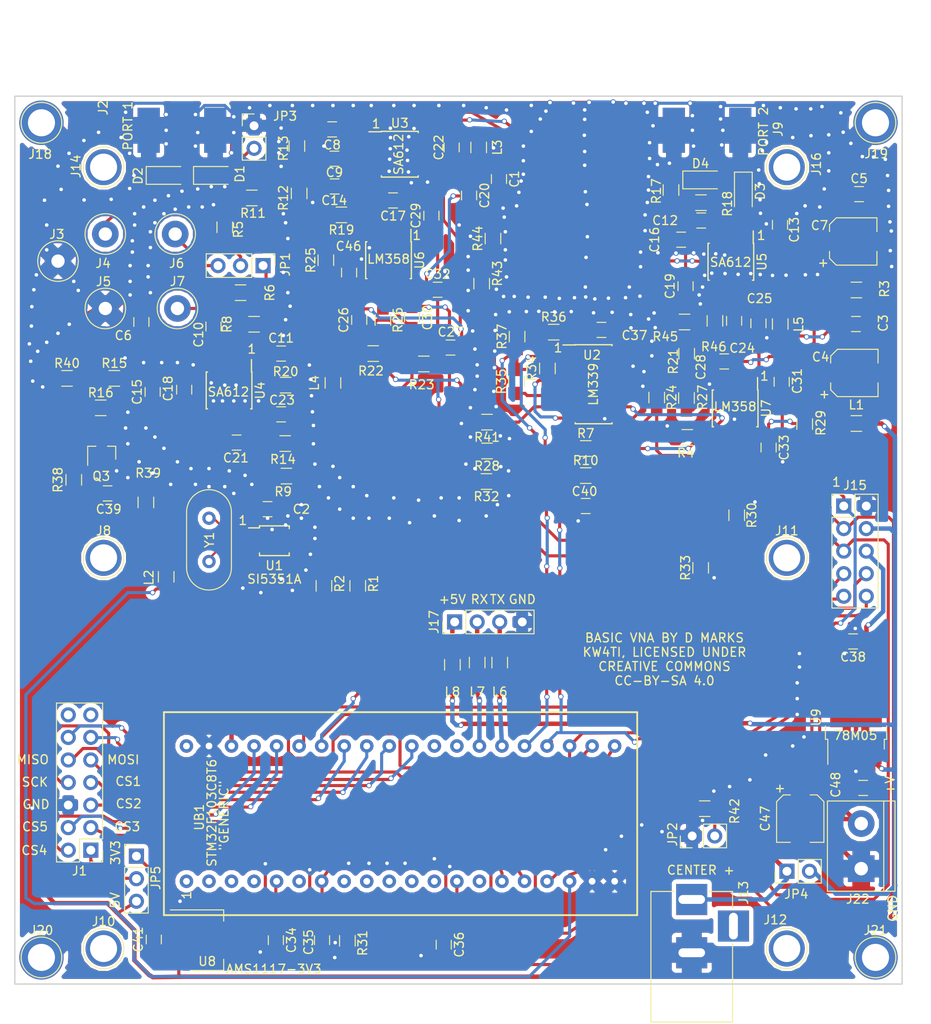
<source format=kicad_pcb>
(kicad_pcb (version 4) (host pcbnew 4.0.7)
  (layers (0 F.Cu signal) (31 B.Cu signal) (34 B.Paste user) (35 F.Paste user) (36 B.SilkS user) (37 F.SilkS user) (38 B.Mask user) (39 F.Mask user) (44 Edge.Cuts user hide))
  (net 0 "")
  (net 1 FILT5V)
  (net 2 GND)
  (net 3 "Net-(C2-Pad2)")
  (net 4 "Net-(C6-Pad1)")
  (net 5 "Net-(C8-Pad1)")
  (net 6 SAMPVOLT)
  (net 7 "Net-(C9-Pad1)")
  (net 8 "Net-(C10-Pad1)")
  (net 9 SAMPCUR)
  (net 10 "Net-(C11-Pad1)")
  (net 11 "Net-(C12-Pad1)")
  (net 12 SAMPCUR2)
  (net 13 "Net-(C13-Pad1)")
  (net 14 "Net-(C14-Pad2)")
  (net 15 "Net-(C15-Pad2)")
  (net 16 "Net-(C16-Pad2)")
  (net 17 "Net-(C17-Pad1)")
  (net 18 "Net-(C18-Pad1)")
  (net 19 "Net-(C19-Pad1)")
  (net 20 "Net-(C20-Pad1)")
  (net 21 "Net-(C21-Pad1)")
  (net 22 "Net-(C22-Pad2)")
  (net 23 "Net-(C23-Pad2)")
  (net 24 "Net-(C24-Pad1)")
  (net 25 "Net-(C25-Pad2)")
  (net 26 "Net-(C26-Pad1)")
  (net 27 "Net-(C27-Pad1)")
  (net 28 "Net-(C28-Pad1)")
  (net 29 "Net-(C29-Pad1)")
  (net 30 "Net-(C29-Pad2)")
  (net 31 "Net-(C30-Pad1)")
  (net 32 "Net-(C30-Pad2)")
  (net 33 "Net-(C31-Pad1)")
  (net 34 "Net-(C31-Pad2)")
  (net 35 DEMODCUR)
  (net 36 DEMODCUR2)
  (net 37 DEMODVOLT)
  (net 38 "Net-(D1-Pad1)")
  (net 39 "Net-(D3-Pad1)")
  (net 40 "Net-(J6-Pad1)")
  (net 41 SYNCSAMPLE)
  (net 42 SCL)
  (net 43 SDA)
  (net 44 +5V)
  (net 45 +3V3)
  (net 46 "Net-(J17-Pad2)")
  (net 47 "Net-(J17-Pad3)")
  (net 48 "Net-(JP1-Pad1)")
  (net 49 CLK0)
  (net 50 "Net-(R11-Pad1)")
  (net 51 "Net-(U1-Pad2)")
  (net 52 "Net-(U1-Pad3)")
  (net 53 "Net-(C47-Pad1)")
  (net 54 "Net-(J1-Pad5)")
  (net 55 "Net-(J1-Pad7)")
  (net 56 PB10)
  (net 57 SYNCSAMPLE2)
  (net 58 "Net-(R34-Pad1)")
  (net 59 "Net-(R10-Pad1)")
  (net 60 "Net-(C39-Pad1)")
  (net 61 ATTEN)
  (net 62 "Net-(R15-Pad2)")
  (net 63 "Net-(JP1-Pad2)")
  (net 64 "Net-(R41-Pad1)")
  (net 65 PB12)
  (net 66 PB11)
  (net 67 "Net-(J1-Pad8)")
  (net 68 "Net-(J1-Pad9)")
  (net 69 "Net-(J1-Pad10)")
  (net 70 "Net-(JP2-Pad2)")
  (net 71 "Net-(R42-Pad2)")
  (net 72 2V0)
  (net 73 "Net-(C41-Pad1)")
  (net 74 "Net-(J1-Pad1)")
  (net 75 "Net-(Q3-Pad1)")
  (net 76 "Net-(Q3-Pad3)")
  (net 77 CLK1B)
  (net 78 CLK1A)
  (net 79 CLK1C)
  (net 80 "Net-(R43-Pad2)")
  (net 81 "Net-(J17-Pad1)")
  (net 82 "Net-(L6-Pad2)")
  (net 83 "Net-(L7-Pad2)")
  (net 84 "Net-(J1-Pad11)")
  (net 85 "Net-(J1-Pad12)")
  (module VNA:BLUEPILL (layer F.Cu) (at 90.932 130.81 90)
    (fp_text reference UB1 (at -0.4064 -20.1422 270) (layer F.SilkS))
    (fp_text value BLUEPILL)
    (fp_text user "\"GENERIC\"" (at -0.2159 -17.3609 270) (layer F.SilkS))
    (fp_text user STM32F103C8T6 (at 0.0889 -18.7325 270) (layer F.SilkS))
    (pad 1 thru_hole circle (at -7.62 -21.59 90) (size 1.524 1.524) (drill 0.762) (layers *.Cu *.Mask))
    (pad 2 thru_hole circle (at -7.62 -19.05 90) (size 1.524 1.524) (drill 0.762) (layers *.Cu *.Mask))
    (pad 3 thru_hole circle (at -7.62 -16.51 90) (size 1.524 1.524) (drill 0.762) (layers *.Cu *.Mask))
    (pad 4 thru_hole circle (at -7.62 -13.97 90) (size 1.524 1.524) (drill 0.762) (layers *.Cu *.Mask))
    (pad 10 thru_hole circle (at -7.62 -11.43 90) (size 1.524 1.524) (drill 0.762) (layers *.Cu *.Mask) (net 35 DEMODCUR))
    (pad 11 thru_hole circle (at -7.62 -8.89 90) (size 1.524 1.524) (drill 0.762) (layers *.Cu *.Mask))
    (pad 12 thru_hole circle (at -7.62 -6.35 90) (size 1.524 1.524) (drill 0.762) (layers *.Cu *.Mask) (net 36 DEMODCUR2))
    (pad 13 thru_hole circle (at -7.62 -3.81 90) (size 1.524 1.524) (drill 0.762) (layers *.Cu *.Mask))
    (pad 14 thru_hole circle (at -7.62 -1.27 90) (size 1.524 1.524) (drill 0.762) (layers *.Cu *.Mask))
    (pad 15 thru_hole circle (at -7.62 1.27 90) (size 1.524 1.524) (drill 0.762) (layers *.Cu *.Mask))
    (pad 16 thru_hole circle (at -7.62 3.81 90) (size 1.524 1.524) (drill 0.762) (layers *.Cu *.Mask))
    (pad 17 thru_hole circle (at -7.62 6.35 90) (size 1.524 1.524) (drill 0.762) (layers *.Cu *.Mask))
    (pad 18 thru_hole circle (at -7.62 8.89 90) (size 1.524 1.524) (drill 0.762) (layers *.Cu *.Mask) (net 37 DEMODVOLT))
    (pad 19 thru_hole circle (at -7.62 11.43 90) (size 1.524 1.524) (drill 0.762) (layers *.Cu *.Mask))
    (pad 21 thru_hole circle (at -7.62 13.97 90) (size 1.524 1.524) (drill 0.762) (layers *.Cu *.Mask) (net 56 PB10))
    (pad 22 thru_hole circle (at -7.62 16.51 90) (size 1.524 1.524) (drill 0.762) (layers *.Cu *.Mask) (net 66 PB11))
    (pad 7 thru_hole circle (at -7.62 19.05 90) (size 1.524 1.524) (drill 0.762) (layers *.Cu *.Mask) (net 71 "Net-(R42-Pad2)"))
    (pad 70 thru_hole circle (at -7.62 21.59 90) (size 1.524 1.524) (drill 0.762) (layers *.Cu *.Mask) (net 45 +3V3))
    (pad 71 thru_hole circle (at -7.62 24.13 90) (size 1.524 1.524) (drill 0.762) (layers *.Cu *.Mask) (net 2 GND))
    (pad 72 thru_hole circle (at -7.62 26.67 90) (size 1.524 1.524) (drill 0.762) (layers *.Cu *.Mask) (net 2 GND))
    (pad 73 thru_hole circle (at 7.62 -21.59 90) (size 1.524 1.524) (drill 0.762) (layers *.Cu *.Mask))
    (pad 74 thru_hole circle (at 7.62 -19.05 90) (size 1.524 1.524) (drill 0.762) (layers *.Cu *.Mask) (net 2 GND))
    (pad 75 thru_hole circle (at 7.62 -16.51 90) (size 1.524 1.524) (drill 0.762) (layers *.Cu *.Mask) (net 44 +5V))
    (pad 46 thru_hole circle (at 7.62 -13.97 90) (size 1.524 1.524) (drill 0.762) (layers *.Cu *.Mask) (net 54 "Net-(J1-Pad5)"))
    (pad 45 thru_hole circle (at 7.62 -11.43 90) (size 1.524 1.524) (drill 0.762) (layers *.Cu *.Mask) (net 55 "Net-(J1-Pad7)"))
    (pad 43 thru_hole circle (at 7.62 -8.89 90) (size 1.524 1.524) (drill 0.762) (layers *.Cu *.Mask) (net 43 SDA))
    (pad 42 thru_hole circle (at 7.62 -6.35 90) (size 1.524 1.524) (drill 0.762) (layers *.Cu *.Mask) (net 42 SCL))
    (pad 41 thru_hole circle (at 7.62 -3.81 90) (size 1.524 1.524) (drill 0.762) (layers *.Cu *.Mask) (net 68 "Net-(J1-Pad9)"))
    (pad 40 thru_hole circle (at 7.62 -1.27 90) (size 1.524 1.524) (drill 0.762) (layers *.Cu *.Mask) (net 69 "Net-(J1-Pad10)"))
    (pad 39 thru_hole circle (at 7.62 1.27 90) (size 1.524 1.524) (drill 0.762) (layers *.Cu *.Mask) (net 67 "Net-(J1-Pad8)"))
    (pad 38 thru_hole circle (at 7.62 3.81 90) (size 1.524 1.524) (drill 0.762) (layers *.Cu *.Mask) (net 84 "Net-(J1-Pad11)"))
    (pad 33 thru_hole circle (at 7.62 6.35 90) (size 1.524 1.524) (drill 0.762) (layers *.Cu *.Mask))
    (pad 32 thru_hole circle (at 7.62 8.89 90) (size 1.524 1.524) (drill 0.762) (layers *.Cu *.Mask))
    (pad 31 thru_hole circle (at 7.62 11.43 90) (size 1.524 1.524) (drill 0.762) (layers *.Cu *.Mask) (net 83 "Net-(L7-Pad2)"))
    (pad 30 thru_hole circle (at 7.62 13.97 90) (size 1.524 1.524) (drill 0.762) (layers *.Cu *.Mask) (net 82 "Net-(L6-Pad2)"))
    (pad 29 thru_hole circle (at 7.62 16.51 90) (size 1.524 1.524) (drill 0.762) (layers *.Cu *.Mask) (net 57 SYNCSAMPLE2))
    (pad 28 thru_hole circle (at 7.62 19.05 90) (size 1.524 1.524) (drill 0.762) (layers *.Cu *.Mask) (net 41 SYNCSAMPLE))
    (pad 27 thru_hole circle (at 7.62 21.59 90) (size 1.524 1.524) (drill 0.762) (layers *.Cu *.Mask) (net 61 ATTEN))
    (pad 26 thru_hole circle (at 7.62 24.13 90) (size 1.524 1.524) (drill 0.762) (layers *.Cu *.Mask) (net 85 "Net-(J1-Pad12)"))
    (pad 25 thru_hole circle (at 7.62 26.67 90) (size 1.524 1.524) (drill 0.762) (layers *.Cu *.Mask) (net 65 PB12))
  )
  (module VNA:Amphenol_RF_SMA_132289 (layer F.Cu) (at 68.834 53.848 90)
    (fp_text reference J2 (at 2.54 -8.89 90) (layer F.SilkS))
    (fp_text value Conn_Coaxial)
    (pad 2 smd rect (at 0 3.75 180) (size 2.5 5.08) (layers B.Cu B.Paste B.Mask) (net 2 GND))
    (pad 2 smd rect (at 0 -3.75 180) (size 2.5 5.08) (layers B.Cu B.Paste B.Mask) (net 2 GND))
    (pad 2 smd rect (at 0 3.75 180) (size 2.5 5.08) (layers F.Cu F.Paste F.Mask) (net 2 GND))
    (pad 2 smd rect (at 0 -3.75 180) (size 2.5 5.08) (layers F.Cu F.Paste F.Mask) (net 2 GND))
    (pad 1 smd rect (at 0 0 180) (size 1.5 5.08) (layers F.Cu F.Paste F.Mask) (net 38 "Net-(D1-Pad1)"))
  )
  (module Resistors_SMD:R_0805_HandSoldering (layer F.Cu) (at 73.66 64.77 90)
    (fp_text reference R5 (at -0.254 1.524 90) (layer F.SilkS))
    (fp_text value 220R)
    (pad 1 smd rect (at -1.35 0 90) (size 1.5 1.3) (layers F.Cu F.Paste F.Mask) (net 63 "Net-(JP1-Pad2)"))
    (pad 2 smd rect (at 1.35 0 90) (size 1.5 1.3) (layers F.Cu F.Paste F.Mask) (net 49 CLK0))
  )
  (module Housings_SOIC:SOIC-8_3.9x4.9mm_Pitch1.27mm (layer F.Cu) (at 130.69824 68.6562 270)
    (fp_text reference U5 (at 0 -3.5 270) (layer F.SilkS))
    (fp_text value SA612)
    (pad 1 smd rect (at -2.7 -1.905 270) (size 1.55 0.6) (layers F.Cu F.Paste F.Mask) (net 11 "Net-(C12-Pad1)"))
    (pad 2 smd rect (at -2.7 -0.635 270) (size 1.55 0.6) (layers F.Cu F.Paste F.Mask) (net 13 "Net-(C13-Pad1)"))
    (pad 3 smd rect (at -2.7 0.635 270) (size 1.55 0.6) (layers F.Cu F.Paste F.Mask) (net 2 GND))
    (pad 4 smd rect (at -2.7 1.905 270) (size 1.55 0.6) (layers F.Cu F.Paste F.Mask) (net 16 "Net-(C16-Pad2)"))
    (pad 5 smd rect (at 2.7 1.905 270) (size 1.55 0.6) (layers F.Cu F.Paste F.Mask))
    (pad 6 smd rect (at 2.7 0.635 270) (size 1.55 0.6) (layers F.Cu F.Paste F.Mask) (net 24 "Net-(C24-Pad1)"))
    (pad 7 smd rect (at 2.7 -0.635 270) (size 1.55 0.6) (layers F.Cu F.Paste F.Mask))
    (pad 8 smd rect (at 2.7 -1.905 270) (size 1.55 0.6) (layers F.Cu F.Paste F.Mask) (net 25 "Net-(C25-Pad2)"))
  )
  (module Connectors:1pin (layer F.Cu) (at 68.326 73.914)
    (fp_text reference J7 (at 0 -3.048) (layer F.SilkS))
    (fp_text value Conn_01x01)
    (pad 1 thru_hole circle (at 0 0) (size 3 3) (drill 1.5) (layers *.Cu *.Mask) (net 9 SAMPCUR))
  )
  (module Connectors:1pin (layer F.Cu) (at 60.198 73.914)
    (fp_text reference J5 (at -0.2032 -3.0226) (layer F.SilkS))
    (fp_text value Conn_01x01)
    (pad 1 thru_hole circle (at 0 0) (size 3 3) (drill 1.5) (layers *.Cu *.Mask) (net 2 GND))
  )
  (module Connectors:1pin (layer F.Cu) (at 54.864 68.58)
    (fp_text reference J3 (at -0.127 -3.0226) (layer F.SilkS))
    (fp_text value Conn_01x01)
    (pad 1 thru_hole circle (at 0 0) (size 3 3) (drill 1.5) (layers *.Cu *.Mask) (net 2 GND))
  )
  (module Connectors:1pin (layer F.Cu) (at 60.198 65.532)
    (fp_text reference J4 (at -0.254 3.302 180) (layer F.SilkS))
    (fp_text value Conn_01x01)
    (pad 1 thru_hole circle (at 0 0) (size 3 3) (drill 1.5) (layers *.Cu *.Mask) (net 38 "Net-(D1-Pad1)"))
  )
  (module Connectors:1pin (layer F.Cu) (at 68.072 65.532)
    (fp_text reference J6 (at 0.16256 3.302 180) (layer F.SilkS))
    (fp_text value Conn_01x01)
    (pad 1 thru_hole circle (at 0 0) (size 3 3) (drill 1.5) (layers *.Cu *.Mask) (net 40 "Net-(J6-Pad1)"))
  )
  (module Pin_Headers:Pin_Header_Straight_2x05_Pitch2.54mm (layer F.Cu) (at 143.4211 96.1644)
    (fp_text reference J15 (at 1.27 -2.33) (layer F.SilkS))
    (fp_text value Conn_02x05_Odd_Even)
    (pad 1 thru_hole rect (at 0 0) (size 1.7 1.7) (drill 1) (layers *.Cu *.Mask) (net 36 DEMODCUR2))
    (pad 2 thru_hole oval (at 2.54 0) (size 1.7 1.7) (drill 1) (layers *.Cu *.Mask) (net 2 GND))
    (pad 3 thru_hole oval (at 0 2.54) (size 1.7 1.7) (drill 1) (layers *.Cu *.Mask) (net 35 DEMODCUR))
    (pad 4 thru_hole oval (at 2.54 2.54) (size 1.7 1.7) (drill 1) (layers *.Cu *.Mask) (net 44 +5V))
    (pad 5 thru_hole oval (at 0 5.08) (size 1.7 1.7) (drill 1) (layers *.Cu *.Mask) (net 37 DEMODVOLT))
    (pad 6 thru_hole oval (at 2.54 5.08) (size 1.7 1.7) (drill 1) (layers *.Cu *.Mask) (net 45 +3V3))
    (pad 7 thru_hole oval (at 0 7.62) (size 1.7 1.7) (drill 1) (layers *.Cu *.Mask) (net 43 SDA))
    (pad 8 thru_hole oval (at 2.54 7.62) (size 1.7 1.7) (drill 1) (layers *.Cu *.Mask) (net 61 ATTEN))
    (pad 9 thru_hole oval (at 0 10.16) (size 1.7 1.7) (drill 1) (layers *.Cu *.Mask) (net 42 SCL))
    (pad 10 thru_hole oval (at 2.54 10.16) (size 1.7 1.7) (drill 1) (layers *.Cu *.Mask) (net 41 SYNCSAMPLE))
  )
  (module Pin_Headers:Pin_Header_Straight_1x04_Pitch2.54mm (layer F.Cu) (at 99.568 109.22 90)
    (fp_text reference J17 (at 0 -2.33 90) (layer F.SilkS))
    (fp_text value Conn_01x04)
    (pad 1 thru_hole rect (at 0 0 90) (size 1.7 1.7) (drill 1) (layers *.Cu *.Mask) (net 81 "Net-(J17-Pad1)"))
    (pad 2 thru_hole oval (at 0 2.54 90) (size 1.7 1.7) (drill 1) (layers *.Cu *.Mask) (net 46 "Net-(J17-Pad2)"))
    (pad 3 thru_hole oval (at 0 5.08 90) (size 1.7 1.7) (drill 1) (layers *.Cu *.Mask) (net 47 "Net-(J17-Pad3)"))
    (pad 4 thru_hole oval (at 0 7.62 90) (size 1.7 1.7) (drill 1) (layers *.Cu *.Mask) (net 2 GND))
  )
  (module Housings_SSOP:MSOP-10_3x3mm_Pitch0.5mm (layer F.Cu) (at 79.248 100.076)
    (fp_text reference U1 (at 0 2.794) (layer F.SilkS))
    (fp_text value SI5351A)
    (pad 1 smd rect (at -2.2 -1) (size 1.4 0.3) (layers F.Cu F.Paste F.Mask) (net 3 "Net-(C2-Pad2)"))
    (pad 2 smd rect (at -2.2 -0.5) (size 1.4 0.3) (layers F.Cu F.Paste F.Mask) (net 51 "Net-(U1-Pad2)"))
    (pad 3 smd rect (at -2.2 0) (size 1.4 0.3) (layers F.Cu F.Paste F.Mask) (net 52 "Net-(U1-Pad3)"))
    (pad 4 smd rect (at -2.2 0.5) (size 1.4 0.3) (layers F.Cu F.Paste F.Mask) (net 42 SCL))
    (pad 5 smd rect (at -2.2 1) (size 1.4 0.3) (layers F.Cu F.Paste F.Mask) (net 43 SDA))
    (pad 6 smd rect (at 2.2 1) (size 1.4 0.3) (layers F.Cu F.Paste F.Mask))
    (pad 7 smd rect (at 2.2 0.5) (size 1.4 0.3) (layers F.Cu F.Paste F.Mask) (net 3 "Net-(C2-Pad2)"))
    (pad 8 smd rect (at 2.2 0) (size 1.4 0.3) (layers F.Cu F.Paste F.Mask) (net 2 GND))
    (pad 9 smd rect (at 2.2 -0.5) (size 1.4 0.3) (layers F.Cu F.Paste F.Mask) (net 80 "Net-(R43-Pad2)"))
    (pad 10 smd rect (at 2.2 -1) (size 1.4 0.3) (layers F.Cu F.Paste F.Mask) (net 62 "Net-(R15-Pad2)"))
  )
  (module Crystals:Crystal_HC49-U_Vertical (layer F.Cu) (at 71.882 97.536 270)
    (fp_text reference Y1 (at 2.4384 -0.0508 270) (layer F.SilkS))
    (fp_text value "27 MHz")
    (pad 1 thru_hole circle (at 0 0 270) (size 1.5 1.5) (drill 0.8) (layers *.Cu *.Mask) (net 51 "Net-(U1-Pad2)"))
    (pad 2 thru_hole circle (at 4.88 0 270) (size 1.5 1.5) (drill 0.8) (layers *.Cu *.Mask) (net 52 "Net-(U1-Pad3)"))
  )
  (module Connectors:1pin (layer F.Cu) (at 53 53)
    (fp_text reference J18 (at -0.1426 3.5404) (layer F.SilkS))
    (fp_text value Conn_01x01)
    (pad 1 thru_hole circle (at 0 0) (size 5 5) (drill 3.048) (layers *.Cu *.Mask) (net 2 GND))
  )
  (module Connectors:1pin (layer F.Cu) (at 147 53)
    (fp_text reference J19 (at 0.0787 3.4896) (layer F.SilkS))
    (fp_text value Conn_01x01)
    (pad 1 thru_hole circle (at 0 0) (size 5 5) (drill 3.048) (layers *.Cu *.Mask) (net 2 GND))
  )
  (module Connectors:1pin (layer F.Cu) (at 53 147)
    (fp_text reference J20 (at 0 -3.048) (layer F.SilkS))
    (fp_text value Conn_01x01)
    (pad 1 thru_hole circle (at 0 0) (size 5 5) (drill 3.048) (layers *.Cu *.Mask) (net 2 GND))
  )
  (module Connectors:1pin (layer F.Cu) (at 147 147)
    (fp_text reference J21 (at 0 -3.048) (layer F.SilkS))
    (fp_text value Conn_01x01)
    (pad 1 thru_hole circle (at 0 0) (size 5 5) (drill 3.048) (layers *.Cu *.Mask) (net 2 GND))
  )
  (module Connectors_Terminal_Blocks:TerminalBlock_bornier-2_P5.08mm (layer F.Cu) (at 145.3896 137.0076 90)
    (fp_text reference J22 (at -3.429 -0.381 180) (layer F.SilkS))
    (fp_text value Conn_01x02)
    (pad 1 thru_hole rect (at 0 0 90) (size 3 3) (drill 1.52) (layers *.Cu *.Mask) (net 2 GND))
    (pad 2 thru_hole circle (at 5.08 0 90) (size 3 3) (drill 1.52) (layers *.Cu *.Mask) (net 53 "Net-(C47-Pad1)"))
  )
  (module Pin_Headers:Pin_Header_Straight_1x02_Pitch2.54mm (layer F.Cu) (at 137.0203 137.2997 90)
    (fp_text reference JP4 (at -2.5781 1.0541 360) (layer F.SilkS))
    (fp_text value Jumper_NC_Small)
    (pad 1 thru_hole rect (at 0 0 90) (size 1.7 1.7) (drill 1) (layers *.Cu *.Mask) (net 53 "Net-(C47-Pad1)"))
    (pad 2 thru_hole oval (at 0 2.54 90) (size 1.7 1.7) (drill 1) (layers *.Cu *.Mask) (net 44 +5V))
  )
  (module Connectors:1pin (layer F.Cu) (at 60 102)
    (fp_text reference J8 (at 0 -3.048) (layer F.SilkS))
    (fp_text value Conn_01x01)
    (pad 1 thru_hole circle (at 0 0) (size 4.064 4.064) (drill 3.048) (layers *.Cu *.Mask))
  )
  (module Connectors:1pin (layer F.Cu) (at 60 146)
    (fp_text reference J10 (at 0 -3.048) (layer F.SilkS))
    (fp_text value Conn_01x01)
    (pad 1 thru_hole circle (at 0 0) (size 4.064 4.064) (drill 3.048) (layers *.Cu *.Mask))
  )
  (module Connectors:1pin (layer F.Cu) (at 137 102)
    (fp_text reference J11 (at 0 -3.048) (layer F.SilkS))
    (fp_text value Conn_01x01)
    (pad 1 thru_hole circle (at 0 0) (size 4.064 4.064) (drill 3.048) (layers *.Cu *.Mask))
  )
  (module Connectors:1pin (layer F.Cu) (at 137 146)
    (fp_text reference J12 (at -1.2878 -3.23676 180) (layer F.SilkS))
    (fp_text value Conn_01x01)
    (pad 1 thru_hole circle (at 0 0) (size 4.064 4.064) (drill 3.048) (layers *.Cu *.Mask))
  )
  (module Connectors:BARREL_JACK (layer F.Cu) (at 126.2888 140.4747 90)
    (fp_text reference J13 (at 0.762 5.842 270) (layer F.SilkS))
    (fp_text value Barrel_Jack)
    (pad 1 thru_hole rect (at 0 0 90) (size 3.5 3.5) (drill oval 1 3) (layers *.Cu *.Mask) (net 53 "Net-(C47-Pad1)"))
    (pad 2 thru_hole rect (at -6 0 90) (size 3.5 3.5) (drill oval 1 3) (layers *.Cu *.Mask) (net 2 GND))
    (pad 3 thru_hole rect (at -3 4.7 90) (size 3.5 3.5) (drill oval 3 1) (layers *.Cu *.Mask))
  )
  (module Pin_Headers:Pin_Header_Straight_1x02_Pitch2.54mm (layer F.Cu) (at 76.962 53.34)
    (fp_text reference JP3 (at 3.4925 -1.08966) (layer F.SilkS))
    (fp_text value Jumper_NC_Small)
    (pad 1 thru_hole rect (at 0 0) (size 1.7 1.7) (drill 1) (layers *.Cu *.Mask) (net 2 GND))
    (pad 2 thru_hole oval (at 0 2.54) (size 1.7 1.7) (drill 1) (layers *.Cu *.Mask) (net 38 "Net-(D1-Pad1)"))
  )
  (module Pin_Headers:Pin_Header_Straight_1x03_Pitch2.54mm (layer F.Cu) (at 77.978 69.088 270)
    (fp_text reference JP1 (at -0.13462 -2.50698 450) (layer F.SilkS))
    (fp_text value Jumper_NC_Dual)
    (pad 1 thru_hole rect (at 0 0 270) (size 1.7 1.7) (drill 1) (layers *.Cu *.Mask) (net 48 "Net-(JP1-Pad1)"))
    (pad 2 thru_hole oval (at 0 2.54 270) (size 1.7 1.7) (drill 1) (layers *.Cu *.Mask) (net 63 "Net-(JP1-Pad2)"))
    (pad 3 thru_hole oval (at 0 5.08 270) (size 1.7 1.7) (drill 1) (layers *.Cu *.Mask) (net 40 "Net-(J6-Pad1)"))
  )
  (module Pin_Headers:Pin_Header_Straight_1x02_Pitch2.54mm (layer F.Cu) (at 126.3396 133.3246 90)
    (fp_text reference JP2 (at 0.1778 -2.2098 90) (layer F.SilkS))
    (fp_text value Jumper_NC_Small)
    (pad 1 thru_hole rect (at 0 0 90) (size 1.7 1.7) (drill 1) (layers *.Cu *.Mask) (net 2 GND))
    (pad 2 thru_hole oval (at 0 2.54 90) (size 1.7 1.7) (drill 1) (layers *.Cu *.Mask) (net 70 "Net-(JP2-Pad2)"))
  )
  (module Capacitors_SMD:C_0805_HandSoldering (layer F.Cu) (at 104.56164 59.3344 270)
    (fp_text reference C1 (at 0 -1.75 270) (layer F.SilkS))
    (fp_text value "100 nF")
    (pad 1 smd rect (at -1.25 0 270) (size 1.5 1.25) (layers F.Cu F.Paste F.Mask) (net 1 FILT5V))
    (pad 2 smd rect (at 1.25 0 270) (size 1.5 1.25) (layers F.Cu F.Paste F.Mask) (net 2 GND))
  )
  (module Capacitors_SMD:C_0805_HandSoldering (layer F.Cu) (at 78.486 96.52 180)
    (fp_text reference C2 (at -3.81 0 180) (layer F.SilkS))
    (fp_text value "100 nF")
    (pad 1 smd rect (at -1.25 0 180) (size 1.5 1.25) (layers F.Cu F.Paste F.Mask) (net 2 GND))
    (pad 2 smd rect (at 1.25 0 180) (size 1.5 1.25) (layers F.Cu F.Paste F.Mask) (net 3 "Net-(C2-Pad2)"))
  )
  (module Capacitors_SMD:C_0805_HandSoldering (layer F.Cu) (at 144.79524 75.6666)
    (fp_text reference C3 (at 3.0734 -0.1016 90) (layer F.SilkS))
    (fp_text value "100 nF")
    (pad 1 smd rect (at -1.25 0) (size 1.5 1.25) (layers F.Cu F.Paste F.Mask) (net 1 FILT5V))
    (pad 2 smd rect (at 1.25 0) (size 1.5 1.25) (layers F.Cu F.Paste F.Mask) (net 2 GND))
  )
  (module Capacitors_SMD:CP_Elec_5x5.3 (layer F.Cu) (at 144.61744 81.2038)
    (fp_text reference C4 (at -3.79984 -1.8288) (layer F.SilkS))
    (fp_text value "100 uF")
    (fp_text user + (at -3.38 2.34) (layer F.SilkS))
    (pad 1 smd rect (at -2.2 0 180) (size 3 1.6) (layers F.Cu F.Paste F.Mask) (net 1 FILT5V))
    (pad 2 smd rect (at 2.2 0 180) (size 3 1.6) (layers F.Cu F.Paste F.Mask) (net 2 GND))
  )
  (module Capacitors_SMD:C_0805_HandSoldering (layer F.Cu) (at 145.15084 61.0362)
    (fp_text reference C5 (at 0 -1.75) (layer F.SilkS))
    (fp_text value "100 nF")
    (pad 1 smd rect (at -1.25 0) (size 1.5 1.25) (layers F.Cu F.Paste F.Mask) (net 72 2V0))
    (pad 2 smd rect (at 1.25 0) (size 1.5 1.25) (layers F.Cu F.Paste F.Mask) (net 2 GND))
  )
  (module Capacitors_SMD:C_0805_HandSoldering (layer F.Cu) (at 64.262 75.438 90)
    (fp_text reference C6 (at -1.524 -2.032 180) (layer F.SilkS))
    (fp_text value "100 nF")
    (pad 1 smd rect (at -1.25 0 90) (size 1.5 1.25) (layers F.Cu F.Paste F.Mask) (net 4 "Net-(C6-Pad1)"))
    (pad 2 smd rect (at 1.25 0 90) (size 1.5 1.25) (layers F.Cu F.Paste F.Mask) (net 49 CLK0))
  )
  (module Capacitors_SMD:CP_Elec_5x5.3 (layer F.Cu) (at 144.49044 66.3956)
    (fp_text reference C7 (at -3.79984 -1.8288) (layer F.SilkS))
    (fp_text value "10 uF")
    (fp_text user + (at -3.38 2.34) (layer F.SilkS))
    (pad 1 smd rect (at -2.2 0 180) (size 3 1.6) (layers F.Cu F.Paste F.Mask) (net 72 2V0))
    (pad 2 smd rect (at 2.2 0 180) (size 3 1.6) (layers F.Cu F.Paste F.Mask) (net 2 GND))
  )
  (module Capacitors_SMD:C_0805_HandSoldering (layer F.Cu) (at 85.76564 53.7464 180)
    (fp_text reference C8 (at 0 -1.75 180) (layer F.SilkS))
    (fp_text value "100 nF")
    (pad 1 smd rect (at -1.25 0 180) (size 1.5 1.25) (layers F.Cu F.Paste F.Mask) (net 5 "Net-(C8-Pad1)"))
    (pad 2 smd rect (at 1.25 0 180) (size 1.5 1.25) (layers F.Cu F.Paste F.Mask) (net 6 SAMPVOLT))
  )
  (module Capacitors_SMD:C_0805_HandSoldering (layer F.Cu) (at 86.01964 57.0484 180)
    (fp_text reference C9 (at 0 -1.5494 180) (layer F.SilkS))
    (fp_text value "100 nF")
    (pad 1 smd rect (at -1.25 0 180) (size 1.5 1.25) (layers F.Cu F.Paste F.Mask) (net 7 "Net-(C9-Pad1)"))
    (pad 2 smd rect (at 1.25 0 180) (size 1.5 1.25) (layers F.Cu F.Paste F.Mask) (net 2 GND))
  )
  (module Capacitors_SMD:C_0805_HandSoldering (layer F.Cu) (at 72.39 75.946 90)
    (fp_text reference C10 (at -0.9144 -1.6764 90) (layer F.SilkS))
    (fp_text value "100 nF")
    (pad 1 smd rect (at -1.25 0 90) (size 1.5 1.25) (layers F.Cu F.Paste F.Mask) (net 8 "Net-(C10-Pad1)"))
    (pad 2 smd rect (at 1.25 0 90) (size 1.5 1.25) (layers F.Cu F.Paste F.Mask) (net 9 SAMPCUR))
  )
  (module Capacitors_SMD:C_0805_HandSoldering (layer F.Cu) (at 80.01 78.994)
    (fp_text reference C11 (at 0 -1.75) (layer F.SilkS))
    (fp_text value "100 nF")
    (pad 1 smd rect (at -1.25 0) (size 1.5 1.25) (layers F.Cu F.Paste F.Mask) (net 10 "Net-(C11-Pad1)"))
    (pad 2 smd rect (at 1.25 0) (size 1.5 1.25) (layers F.Cu F.Paste F.Mask) (net 2 GND))
  )
  (module Capacitors_SMD:C_0805_HandSoldering (layer F.Cu) (at 127.3556 64.008 180)
    (fp_text reference C12 (at 4.064 0 360) (layer F.SilkS))
    (fp_text value "100 nF")
    (pad 1 smd rect (at -1.25 0 180) (size 1.5 1.25) (layers F.Cu F.Paste F.Mask) (net 11 "Net-(C12-Pad1)"))
    (pad 2 smd rect (at 1.25 0 180) (size 1.5 1.25) (layers F.Cu F.Paste F.Mask) (net 12 SAMPCUR2))
  )
  (module Capacitors_SMD:C_0805_HandSoldering (layer F.Cu) (at 136.23544 64.4906 90)
    (fp_text reference C13 (at -0.5588 1.61036 90) (layer F.SilkS))
    (fp_text value "100 nF")
    (pad 1 smd rect (at -1.25 0 90) (size 1.5 1.25) (layers F.Cu F.Paste F.Mask) (net 13 "Net-(C13-Pad1)"))
    (pad 2 smd rect (at 1.25 0 90) (size 1.5 1.25) (layers F.Cu F.Paste F.Mask) (net 2 GND))
  )
  (module Capacitors_SMD:C_0805_HandSoldering (layer F.Cu) (at 86.04504 60.1726)
    (fp_text reference C14 (at -0.0508 1.5748) (layer F.SilkS))
    (fp_text value "330 pF")
    (pad 1 smd rect (at -1.25 0) (size 1.5 1.25) (layers F.Cu F.Paste F.Mask) (net 2 GND))
    (pad 2 smd rect (at 1.25 0) (size 1.5 1.25) (layers F.Cu F.Paste F.Mask) (net 14 "Net-(C14-Pad2)"))
  )
  (module Capacitors_SMD:C_0805_HandSoldering (layer F.Cu) (at 65.532 83.312 90)
    (fp_text reference C15 (at 0 -1.75 90) (layer F.SilkS))
    (fp_text value "330 pF")
    (pad 1 smd rect (at -1.25 0 90) (size 1.5 1.25) (layers F.Cu F.Paste F.Mask) (net 2 GND))
    (pad 2 smd rect (at 1.25 0 90) (size 1.5 1.25) (layers F.Cu F.Paste F.Mask) (net 15 "Net-(C15-Pad2)"))
  )
  (module Capacitors_SMD:C_0805_HandSoldering (layer F.Cu) (at 125.095 66.167)
    (fp_text reference C16 (at -2.9972 0 90) (layer F.SilkS))
    (fp_text value "330 pF")
    (pad 1 smd rect (at -1.25 0) (size 1.5 1.25) (layers F.Cu F.Paste F.Mask) (net 2 GND))
    (pad 2 smd rect (at 1.25 0) (size 1.5 1.25) (layers F.Cu F.Paste F.Mask) (net 16 "Net-(C16-Pad2)"))
  )
  (module Capacitors_SMD:C_0805_HandSoldering (layer F.Cu) (at 92.62364 61.7474 180)
    (fp_text reference C17 (at 0 -1.75 180) (layer F.SilkS))
    (fp_text value "100 nF")
    (pad 1 smd rect (at -1.25 0 180) (size 1.5 1.25) (layers F.Cu F.Paste F.Mask) (net 17 "Net-(C17-Pad1)"))
    (pad 2 smd rect (at 1.25 0 180) (size 1.5 1.25) (layers F.Cu F.Paste F.Mask) (net 14 "Net-(C14-Pad2)"))
  )
  (module Capacitors_SMD:C_0805_HandSoldering (layer F.Cu) (at 69.088 83.058 90)
    (fp_text reference C18 (at 0.13 -1.816 90) (layer F.SilkS))
    (fp_text value "100 nF")
    (pad 1 smd rect (at -1.25 0 90) (size 1.5 1.25) (layers F.Cu F.Paste F.Mask) (net 18 "Net-(C18-Pad1)"))
    (pad 2 smd rect (at 1.25 0 90) (size 1.5 1.25) (layers F.Cu F.Paste F.Mask) (net 15 "Net-(C15-Pad2)"))
  )
  (module Capacitors_SMD:C_0805_HandSoldering (layer F.Cu) (at 125.59284 71.3994 90)
    (fp_text reference C19 (at 0 -1.75 90) (layer F.SilkS))
    (fp_text value "100 nF")
    (pad 1 smd rect (at -1.25 0 90) (size 1.5 1.25) (layers F.Cu F.Paste F.Mask) (net 19 "Net-(C19-Pad1)"))
    (pad 2 smd rect (at 1.25 0 90) (size 1.5 1.25) (layers F.Cu F.Paste F.Mask) (net 16 "Net-(C16-Pad2)"))
  )
  (module Capacitors_SMD:C_0805_HandSoldering (layer F.Cu) (at 101.19614 61.1886 270)
    (fp_text reference C20 (at 0 -1.75 270) (layer F.SilkS))
    (fp_text value "100 nF")
    (pad 1 smd rect (at -1.25 0 270) (size 1.5 1.25) (layers F.Cu F.Paste F.Mask) (net 20 "Net-(C20-Pad1)"))
    (pad 2 smd rect (at 1.25 0 270) (size 1.5 1.25) (layers F.Cu F.Paste F.Mask) (net 77 CLK1B))
  )
  (module Capacitors_SMD:C_0805_HandSoldering (layer F.Cu) (at 74.99096 89.01684)
    (fp_text reference C21 (at -0.0762 1.7272 180) (layer F.SilkS))
    (fp_text value "100 nF")
    (pad 1 smd rect (at -1.25 0) (size 1.5 1.25) (layers F.Cu F.Paste F.Mask) (net 21 "Net-(C21-Pad1)"))
    (pad 2 smd rect (at 1.25 0) (size 1.5 1.25) (layers F.Cu F.Paste F.Mask) (net 78 CLK1A))
  )
  (module Capacitors_SMD:C_0805_HandSoldering (layer F.Cu) (at 99.22764 55.7784 90)
    (fp_text reference C22 (at 0 -1.43764 90) (layer F.SilkS))
    (fp_text value "100 nF")
    (pad 1 smd rect (at -1.25 0 90) (size 1.5 1.25) (layers F.Cu F.Paste F.Mask) (net 2 GND))
    (pad 2 smd rect (at 1.25 0 90) (size 1.5 1.25) (layers F.Cu F.Paste F.Mask) (net 22 "Net-(C22-Pad2)"))
  )
  (module Capacitors_SMD:C_0805_HandSoldering (layer F.Cu) (at 80.01 85.8393 180)
    (fp_text reference C23 (at -0.1016 1.61036 180) (layer F.SilkS))
    (fp_text value "100 nF")
    (pad 1 smd rect (at -1.25 0 180) (size 1.5 1.25) (layers F.Cu F.Paste F.Mask) (net 2 GND))
    (pad 2 smd rect (at 1.25 0 180) (size 1.5 1.25) (layers F.Cu F.Paste F.Mask) (net 23 "Net-(C23-Pad2)"))
  )
  (module Capacitors_SMD:C_0805_HandSoldering (layer F.Cu) (at 131.064 75.311 270)
    (fp_text reference C24 (at 3.0734 -0.9144 360) (layer F.SilkS))
    (fp_text value "100 nF")
    (pad 1 smd rect (at -1.25 0 270) (size 1.5 1.25) (layers F.Cu F.Paste F.Mask) (net 24 "Net-(C24-Pad1)"))
    (pad 2 smd rect (at 1.25 0 270) (size 1.5 1.25) (layers F.Cu F.Paste F.Mask) (net 79 CLK1C))
  )
  (module Capacitors_SMD:C_0805_HandSoldering (layer F.Cu) (at 133.8072 75.5904 90)
    (fp_text reference C25 (at 2.794 0.127 180) (layer F.SilkS))
    (fp_text value "100 nF")
    (pad 1 smd rect (at -1.25 0 90) (size 1.5 1.25) (layers F.Cu F.Paste F.Mask) (net 2 GND))
    (pad 2 smd rect (at 1.25 0 90) (size 1.5 1.25) (layers F.Cu F.Paste F.Mask) (net 25 "Net-(C25-Pad2)"))
  )
  (module Capacitors_SMD:C_0805_HandSoldering (layer F.Cu) (at 88.81364 75.2094 90)
    (fp_text reference C26 (at 0 -1.75 90) (layer F.SilkS))
    (fp_text value "10 nF")
    (pad 1 smd rect (at -1.25 0 90) (size 1.5 1.25) (layers F.Cu F.Paste F.Mask) (net 26 "Net-(C26-Pad1)"))
    (pad 2 smd rect (at 1.25 0 90) (size 1.5 1.25) (layers F.Cu F.Paste F.Mask) (net 72 2V0))
  )
  (module Capacitors_SMD:C_0805_HandSoldering (layer F.Cu) (at 99.10318 78.31582)
    (fp_text reference C27 (at 0 -1.75) (layer F.SilkS))
    (fp_text value "10 nF")
    (pad 1 smd rect (at -1.25 0) (size 1.5 1.25) (layers F.Cu F.Paste F.Mask) (net 27 "Net-(C27-Pad1)"))
    (pad 2 smd rect (at 1.25 0) (size 1.5 1.25) (layers F.Cu F.Paste F.Mask) (net 72 2V0))
  )
  (module Capacitors_SMD:C_0805_HandSoldering (layer F.Cu) (at 129.94894 79.883)
    (fp_text reference C28 (at -2.63144 0.635 90) (layer F.SilkS))
    (fp_text value "10 nF")
    (pad 1 smd rect (at -1.25 0) (size 1.5 1.25) (layers F.Cu F.Paste F.Mask) (net 28 "Net-(C28-Pad1)"))
    (pad 2 smd rect (at 1.25 0) (size 1.5 1.25) (layers F.Cu F.Paste F.Mask) (net 72 2V0))
  )
  (module Capacitors_SMD:C_0805_HandSoldering (layer F.Cu) (at 96.94672 63.45936 90)
    (fp_text reference C29 (at 0 -1.75 90) (layer F.SilkS))
    (fp_text value "68 pF")
    (pad 1 smd rect (at -1.25 0 90) (size 1.5 1.25) (layers F.Cu F.Paste F.Mask) (net 29 "Net-(C29-Pad1)"))
    (pad 2 smd rect (at 1.25 0 90) (size 1.5 1.25) (layers F.Cu F.Paste F.Mask) (net 30 "Net-(C29-Pad2)"))
  )
  (module Capacitors_SMD:C_0805_HandSoldering (layer F.Cu) (at 94.75724 74.93 270)
    (fp_text reference C30 (at 0 -1.75 270) (layer F.SilkS))
    (fp_text value "68 pF")
    (pad 1 smd rect (at -1.25 0 270) (size 1.5 1.25) (layers F.Cu F.Paste F.Mask) (net 31 "Net-(C30-Pad1)"))
    (pad 2 smd rect (at 1.25 0 270) (size 1.5 1.25) (layers F.Cu F.Paste F.Mask) (net 32 "Net-(C30-Pad2)"))
  )
  (module Capacitors_SMD:C_0805_HandSoldering (layer F.Cu) (at 136.42594 82.169 90)
    (fp_text reference C31 (at 0.0762 1.7526 90) (layer F.SilkS))
    (fp_text value "68 pF")
    (pad 1 smd rect (at -1.25 0 90) (size 1.5 1.25) (layers F.Cu F.Paste F.Mask) (net 33 "Net-(C31-Pad1)"))
    (pad 2 smd rect (at 1.25 0 90) (size 1.5 1.25) (layers F.Cu F.Paste F.Mask) (net 34 "Net-(C31-Pad2)"))
  )
  (module Capacitors_SMD:C_0805_HandSoldering (layer F.Cu) (at 97.65284 71.8058)
    (fp_text reference C32 (at 0 -1.75) (layer F.SilkS))
    (fp_text value "100 nF")
    (pad 1 smd rect (at -1.25 0) (size 1.5 1.25) (layers F.Cu F.Paste F.Mask) (net 1 FILT5V))
    (pad 2 smd rect (at 1.25 0) (size 1.5 1.25) (layers F.Cu F.Paste F.Mask) (net 2 GND))
  )
  (module Capacitors_SMD:C_0805_HandSoldering (layer F.Cu) (at 134.9502 89.57564 270)
    (fp_text reference C33 (at 0 -1.75 270) (layer F.SilkS))
    (fp_text value "100 nF")
    (pad 1 smd rect (at -1.25 0 270) (size 1.5 1.25) (layers F.Cu F.Paste F.Mask) (net 1 FILT5V))
    (pad 2 smd rect (at 1.25 0 270) (size 1.5 1.25) (layers F.Cu F.Paste F.Mask) (net 2 GND))
  )
  (module Capacitors_SMD:C_0805_HandSoldering (layer F.Cu) (at 79.41564 145.0594 270)
    (fp_text reference C34 (at 0 -1.75 270) (layer F.SilkS))
    (fp_text value "1 nF")
    (pad 1 smd rect (at -1.25 0 270) (size 1.5 1.25) (layers F.Cu F.Paste F.Mask) (net 35 DEMODCUR))
    (pad 2 smd rect (at 1.25 0 270) (size 1.5 1.25) (layers F.Cu F.Paste F.Mask) (net 2 GND))
  )
  (module Capacitors_SMD:C_0805_HandSoldering (layer F.Cu) (at 84.62264 145.0594 270)
    (fp_text reference C35 (at 0.2286 1.51384 270) (layer F.SilkS))
    (fp_text value "1 nF")
    (pad 1 smd rect (at -1.25 0 270) (size 1.5 1.25) (layers F.Cu F.Paste F.Mask) (net 36 DEMODCUR2))
    (pad 2 smd rect (at 1.25 0 270) (size 1.5 1.25) (layers F.Cu F.Paste F.Mask) (net 2 GND))
  )
  (module Capacitors_SMD:C_0805_HandSoldering (layer F.Cu) (at 98.33864 145.5674 270)
    (fp_text reference C36 (at 0 -1.75 270) (layer F.SilkS))
    (fp_text value "1 nF")
    (pad 1 smd rect (at -1.25 0 270) (size 1.5 1.25) (layers F.Cu F.Paste F.Mask) (net 37 DEMODVOLT))
    (pad 2 smd rect (at 1.25 0 270) (size 1.5 1.25) (layers F.Cu F.Paste F.Mask) (net 2 GND))
  )
  (module Capacitors_SMD:C_0805_HandSoldering (layer F.Cu) (at 116.11864 76.32954 180)
    (fp_text reference C37 (at -3.71602 -0.61722 360) (layer F.SilkS))
    (fp_text value "100 nF")
    (pad 1 smd rect (at -1.25 0 180) (size 1.5 1.25) (layers F.Cu F.Paste F.Mask) (net 2 GND))
    (pad 2 smd rect (at 1.25 0 180) (size 1.5 1.25) (layers F.Cu F.Paste F.Mask) (net 1 FILT5V))
  )
  (module Capacitors_SMD:C_0805_HandSoldering (layer F.Cu) (at 144.4752 111.41456 180)
    (fp_text reference C38 (at 0 -1.75 180) (layer F.SilkS))
    (fp_text value "100 nF")
    (pad 1 smd rect (at -1.25 0 180) (size 1.5 1.25) (layers F.Cu F.Paste F.Mask) (net 45 +3V3))
    (pad 2 smd rect (at 1.25 0 180) (size 1.5 1.25) (layers F.Cu F.Paste F.Mask) (net 2 GND))
  )
  (module Capacitors_SMD:C_0805_HandSoldering (layer F.Cu) (at 60.452 94.742)
    (fp_text reference C39 (at 0.127 1.778) (layer F.SilkS))
    (fp_text value "100 nF")
    (pad 1 smd rect (at -1.25 0) (size 1.5 1.25) (layers F.Cu F.Paste F.Mask) (net 60 "Net-(C39-Pad1)"))
    (pad 2 smd rect (at 1.25 0) (size 1.5 1.25) (layers F.Cu F.Paste F.Mask) (net 2 GND))
  )
  (module Capacitors_SMD:C_0805_HandSoldering (layer F.Cu) (at 114.34064 96.1644 180)
    (fp_text reference C40 (at 0.127 1.651 180) (layer F.SilkS))
    (fp_text value "100 nF")
    (pad 1 smd rect (at -1.25 0 180) (size 1.5 1.25) (layers F.Cu F.Paste F.Mask) (net 72 2V0))
    (pad 2 smd rect (at 1.25 0 180) (size 1.5 1.25) (layers F.Cu F.Paste F.Mask) (net 2 GND))
  )
  (module Capacitors_SMD:C_0805_HandSoldering (layer F.Cu) (at 87.67064 69.8754 90)
    (fp_text reference C46 (at 2.9718 -0.05334 180) (layer F.SilkS))
    (fp_text value "100 nF")
    (pad 1 smd rect (at -1.25 0 90) (size 1.5 1.25) (layers F.Cu F.Paste F.Mask) (net 72 2V0))
    (pad 2 smd rect (at 1.25 0 90) (size 1.5 1.25) (layers F.Cu F.Paste F.Mask) (net 2 GND))
  )
  (module Capacitors_SMD:CP_Elec_5x5.3 (layer F.Cu) (at 138.4935 131.3688 270)
    (fp_text reference C47 (at 0 3.92 270) (layer F.SilkS))
    (fp_text value "100 uF")
    (fp_text user + (at -3.38 2.34 270) (layer F.SilkS))
    (pad 1 smd rect (at -2.2 0 90) (size 3 1.6) (layers F.Cu F.Paste F.Mask) (net 53 "Net-(C47-Pad1)"))
    (pad 2 smd rect (at 2.2 0 90) (size 3 1.6) (layers F.Cu F.Paste F.Mask) (net 2 GND))
  )
  (module Capacitors_SMD:C_0805_HandSoldering (layer F.Cu) (at 145.6055 127.9144 180)
    (fp_text reference C48 (at 3.0861 0.3556 270) (layer F.SilkS))
    (fp_text value "100 nF")
    (pad 1 smd rect (at -1.25 0 180) (size 1.5 1.25) (layers F.Cu F.Paste F.Mask) (net 44 +5V))
    (pad 2 smd rect (at 1.25 0 180) (size 1.5 1.25) (layers F.Cu F.Paste F.Mask) (net 2 GND))
  )
  (module Diodes_SMD:D_SOD-123 (layer F.Cu) (at 72.39 58.928)
    (fp_text reference D1 (at 2.96418 -0.1651 90) (layer F.SilkS))
    (fp_text value 1N4148)
    (pad 1 smd rect (at -1.65 0) (size 0.9 1.2) (layers F.Cu F.Paste F.Mask) (net 38 "Net-(D1-Pad1)"))
    (pad 2 smd rect (at 1.65 0) (size 0.9 1.2) (layers F.Cu F.Paste F.Mask) (net 2 GND))
  )
  (module Diodes_SMD:D_SOD-123 (layer F.Cu) (at 67.056 58.928)
    (fp_text reference D2 (at -3.17246 0.0508 90) (layer F.SilkS))
    (fp_text value 1N4148)
    (pad 1 smd rect (at -1.65 0) (size 0.9 1.2) (layers F.Cu F.Paste F.Mask) (net 2 GND))
    (pad 2 smd rect (at 1.65 0) (size 0.9 1.2) (layers F.Cu F.Paste F.Mask) (net 38 "Net-(D1-Pad1)"))
  )
  (module Diodes_SMD:D_SOD-123 (layer F.Cu) (at 132.1054 60.8076 270)
    (fp_text reference D3 (at -0.0762 -1.905 450) (layer F.SilkS))
    (fp_text value 1N4148)
    (pad 1 smd rect (at -1.65 0 270) (size 0.9 1.2) (layers F.Cu F.Paste F.Mask) (net 39 "Net-(D3-Pad1)"))
    (pad 2 smd rect (at 1.65 0 270) (size 0.9 1.2) (layers F.Cu F.Paste F.Mask) (net 2 GND))
  )
  (module Diodes_SMD:D_SOD-123 (layer F.Cu) (at 127.5334 59.436)
    (fp_text reference D4 (at -0.254 -1.8415 180) (layer F.SilkS))
    (fp_text value 1N4148)
    (pad 1 smd rect (at -1.65 0) (size 0.9 1.2) (layers F.Cu F.Paste F.Mask) (net 2 GND))
    (pad 2 smd rect (at 1.65 0) (size 0.9 1.2) (layers F.Cu F.Paste F.Mask) (net 39 "Net-(D3-Pad1)"))
  )
  (module Inductors_SMD:L_0805_HandSoldering (layer F.Cu) (at 144.84604 86.868)
    (fp_text reference L1 (at 0 -2.1) (layer F.SilkS))
    (fp_text value Ferrite_Bead_Small)
    (pad 1 smd rect (at -1.35 0) (size 1.5 1.3) (layers F.Cu F.Paste F.Mask) (net 1 FILT5V))
    (pad 2 smd rect (at 1.35 0) (size 1.5 1.3) (layers F.Cu F.Paste F.Mask) (net 44 +5V))
  )
  (module Inductors_SMD:L_0805_HandSoldering (layer F.Cu) (at 67.056 104.14 270)
    (fp_text reference L2 (at 0.07874 1.9431 270) (layer F.SilkS))
    (fp_text value Ferrite_Bead_Small)
    (pad 1 smd rect (at -1.35 0 270) (size 1.5 1.3) (layers F.Cu F.Paste F.Mask) (net 3 "Net-(C2-Pad2)"))
    (pad 2 smd rect (at 1.35 0 270) (size 1.5 1.3) (layers F.Cu F.Paste F.Mask) (net 45 +3V3))
  )
  (module Inductors_SMD:L_0805_HandSoldering (layer F.Cu) (at 102.27564 55.7784 270)
    (fp_text reference L3 (at 0 -2.1 270) (layer F.SilkS))
    (fp_text value Ferrite_Bead_Small)
    (pad 1 smd rect (at -1.35 0 270) (size 1.5 1.3) (layers F.Cu F.Paste F.Mask) (net 22 "Net-(C22-Pad2)"))
    (pad 2 smd rect (at 1.35 0 270) (size 1.5 1.3) (layers F.Cu F.Paste F.Mask) (net 1 FILT5V))
  )
  (module Inductors_SMD:L_0805_HandSoldering (layer F.Cu) (at 85.852 82.296 90)
    (fp_text reference L4 (at 0 -2.1 90) (layer F.SilkS))
    (fp_text value Ferrite_Bead_Small)
    (pad 1 smd rect (at -1.35 0 90) (size 1.5 1.3) (layers F.Cu F.Paste F.Mask) (net 23 "Net-(C23-Pad2)"))
    (pad 2 smd rect (at 1.35 0 90) (size 1.5 1.3) (layers F.Cu F.Paste F.Mask) (net 1 FILT5V))
  )
  (module Inductors_SMD:L_0805_HandSoldering (layer F.Cu) (at 136.26084 75.6666 270)
    (fp_text reference L5 (at 0.0254 -2.0828 270) (layer F.SilkS))
    (fp_text value Ferrite_Bead_Small)
    (pad 1 smd rect (at -1.35 0 270) (size 1.5 1.3) (layers F.Cu F.Paste F.Mask) (net 25 "Net-(C25-Pad2)"))
    (pad 2 smd rect (at 1.35 0 270) (size 1.5 1.3) (layers F.Cu F.Paste F.Mask) (net 1 FILT5V))
  )
  (module Resistors_SMD:R_0805_HandSoldering (layer F.Cu) (at 88.646 105.156 90)
    (fp_text reference R1 (at 0.254 1.778 90) (layer F.SilkS))
    (fp_text value " 10k")
    (pad 1 smd rect (at -1.35 0 90) (size 1.5 1.3) (layers F.Cu F.Paste F.Mask) (net 42 SCL))
    (pad 2 smd rect (at 1.35 0 90) (size 1.5 1.3) (layers F.Cu F.Paste F.Mask) (net 3 "Net-(C2-Pad2)"))
  )
  (module Resistors_SMD:R_0805_HandSoldering (layer F.Cu) (at 84.836 105.156 90)
    (fp_text reference R2 (at 0.254 1.778 90) (layer F.SilkS))
    (fp_text value " 10k")
    (pad 1 smd rect (at -1.35 0 90) (size 1.5 1.3) (layers F.Cu F.Paste F.Mask) (net 43 SDA))
    (pad 2 smd rect (at 1.35 0 90) (size 1.5 1.3) (layers F.Cu F.Paste F.Mask) (net 3 "Net-(C2-Pad2)"))
  )
  (module Resistors_SMD:R_0805_HandSoldering (layer F.Cu) (at 144.84604 71.8312 180)
    (fp_text reference R3 (at -3.175 0.127 270) (layer F.SilkS))
    (fp_text value 1k)
    (pad 1 smd rect (at -1.35 0 180) (size 1.5 1.3) (layers F.Cu F.Paste F.Mask) (net 1 FILT5V))
    (pad 2 smd rect (at 1.35 0 180) (size 1.5 1.3) (layers F.Cu F.Paste F.Mask) (net 72 2V0))
  )
  (module Resistors_SMD:R_0805_HandSoldering (layer F.Cu) (at 125.78588 88.43264 180)
    (fp_text reference R4 (at 0.16764 -1.75768 180) (layer F.SilkS))
    (fp_text value 680R)
    (pad 1 smd rect (at -1.35 0 180) (size 1.5 1.3) (layers F.Cu F.Paste F.Mask) (net 72 2V0))
    (pad 2 smd rect (at 1.35 0 180) (size 1.5 1.3) (layers F.Cu F.Paste F.Mask) (net 2 GND))
  )
  (module Resistors_SMD:R_0805_HandSoldering (layer F.Cu) (at 75.438 72.136)
    (fp_text reference R6 (at 3.302 0 90) (layer F.SilkS))
    (fp_text value 5R1)
    (pad 1 smd rect (at -1.35 0) (size 1.5 1.3) (layers F.Cu F.Paste F.Mask) (net 9 SAMPCUR))
    (pad 2 smd rect (at 1.35 0) (size 1.5 1.3) (layers F.Cu F.Paste F.Mask) (net 2 GND))
  )
  (module Resistors_SMD:R_0805_HandSoldering (layer F.Cu) (at 114.34064 89.6874)
    (fp_text reference R7 (at 0 -1.7) (layer F.SilkS))
    (fp_text value 10k)
    (pad 1 smd rect (at -1.35 0) (size 1.5 1.3) (layers F.Cu F.Paste F.Mask) (net 58 "Net-(R34-Pad1)"))
    (pad 2 smd rect (at 1.35 0) (size 1.5 1.3) (layers F.Cu F.Paste F.Mask) (net 72 2V0))
  )
  (module Resistors_SMD:R_0805_HandSoldering (layer F.Cu) (at 76.962 75.692)
    (fp_text reference R8 (at -3.048 0 90) (layer F.SilkS))
    (fp_text value 51R)
    (pad 1 smd rect (at -1.35 0) (size 1.5 1.3) (layers F.Cu F.Paste F.Mask) (net 9 SAMPCUR))
    (pad 2 smd rect (at 1.35 0) (size 1.5 1.3) (layers F.Cu F.Paste F.Mask) (net 48 "Net-(JP1-Pad1)"))
  )
  (module Resistors_SMD:R_0805_HandSoldering (layer F.Cu) (at 80.60944 92.79128)
    (fp_text reference R9 (at -0.36576 1.75768) (layer F.SilkS))
    (fp_text value 1.5k)
    (pad 1 smd rect (at -1.35 0) (size 1.5 1.3) (layers F.Cu F.Paste F.Mask) (net 78 CLK1A))
    (pad 2 smd rect (at 1.35 0) (size 1.5 1.3) (layers F.Cu F.Paste F.Mask) (net 80 "Net-(R43-Pad2)"))
  )
  (module Resistors_SMD:R_0805_HandSoldering (layer F.Cu) (at 114.34064 92.7354)
    (fp_text reference R10 (at 0 -1.7) (layer F.SilkS))
    (fp_text value 10k)
    (pad 1 smd rect (at -1.35 0) (size 1.5 1.3) (layers F.Cu F.Paste F.Mask) (net 59 "Net-(R10-Pad1)"))
    (pad 2 smd rect (at 1.35 0) (size 1.5 1.3) (layers F.Cu F.Paste F.Mask) (net 72 2V0))
  )
  (module Resistors_SMD:R_0805_HandSoldering (layer F.Cu) (at 76.708 61.468 180)
    (fp_text reference R11 (at -0.13208 -1.71704 180) (layer F.SilkS))
    (fp_text value 220R)
    (pad 1 smd rect (at -1.35 0 180) (size 1.5 1.3) (layers F.Cu F.Paste F.Mask) (net 50 "Net-(R11-Pad1)"))
    (pad 2 smd rect (at 1.35 0 180) (size 1.5 1.3) (layers F.Cu F.Paste F.Mask) (net 49 CLK0))
  )
  (module Resistors_SMD:R_0805_HandSoldering (layer F.Cu) (at 82.042 60.96 270)
    (fp_text reference R12 (at 0.508 1.778 270) (layer F.SilkS))
    (fp_text value 51R)
    (pad 1 smd rect (at -1.35 0 270) (size 1.5 1.3) (layers F.Cu F.Paste F.Mask) (net 6 SAMPVOLT))
    (pad 2 smd rect (at 1.35 0 270) (size 1.5 1.3) (layers F.Cu F.Paste F.Mask) (net 50 "Net-(R11-Pad1)"))
  )
  (module Resistors_SMD:R_0805_HandSoldering (layer F.Cu) (at 81.788 55.626 90)
    (fp_text reference R13 (at -0.254 -1.524 90) (layer F.SilkS))
    (fp_text value 5R1)
    (pad 1 smd rect (at -1.35 0 90) (size 1.5 1.3) (layers F.Cu F.Paste F.Mask) (net 6 SAMPVOLT))
    (pad 2 smd rect (at 1.35 0 90) (size 1.5 1.3) (layers F.Cu F.Paste F.Mask) (net 2 GND))
  )
  (module Resistors_SMD:R_0805_HandSoldering (layer F.Cu) (at 80.4672 89.1286 180)
    (fp_text reference R14 (at 0.254 -1.778 180) (layer F.SilkS))
    (fp_text value 51R)
    (pad 1 smd rect (at -1.35 0 180) (size 1.5 1.3) (layers F.Cu F.Paste F.Mask) (net 2 GND))
    (pad 2 smd rect (at 1.35 0 180) (size 1.5 1.3) (layers F.Cu F.Paste F.Mask) (net 78 CLK1A))
  )
  (module Resistors_SMD:R_0805_HandSoldering (layer F.Cu) (at 61.214 81.788)
    (fp_text reference R15 (at 0 -1.7) (layer F.SilkS))
    (fp_text value 220R)
    (pad 1 smd rect (at -1.35 0) (size 1.5 1.3) (layers F.Cu F.Paste F.Mask) (net 4 "Net-(C6-Pad1)"))
    (pad 2 smd rect (at 1.35 0) (size 1.5 1.3) (layers F.Cu F.Paste F.Mask) (net 62 "Net-(R15-Pad2)"))
  )
  (module Resistors_SMD:R_0805_HandSoldering (layer F.Cu) (at 59.67984 85.10524)
    (fp_text reference R16 (at 0 -1.7) (layer F.SilkS))
    (fp_text value 51R)
    (pad 1 smd rect (at -1.35 0) (size 1.5 1.3) (layers F.Cu F.Paste F.Mask) (net 4 "Net-(C6-Pad1)"))
    (pad 2 smd rect (at 1.35 0) (size 1.5 1.3) (layers F.Cu F.Paste F.Mask) (net 76 "Net-(Q3-Pad3)"))
  )
  (module Resistors_SMD:R_0805_HandSoldering (layer F.Cu) (at 123.952 60.579 90)
    (fp_text reference R17 (at -0.127 -1.651 270) (layer F.SilkS))
    (fp_text value 4R7)
    (pad 1 smd rect (at -1.35 0 90) (size 1.5 1.3) (layers F.Cu F.Paste F.Mask) (net 12 SAMPCUR2))
    (pad 2 smd rect (at 1.35 0 90) (size 1.5 1.3) (layers F.Cu F.Paste F.Mask) (net 2 GND))
  )
  (module Resistors_SMD:R_0805_HandSoldering (layer F.Cu) (at 127.3302 62.0014)
    (fp_text reference R18 (at 2.9845 0.127 90) (layer F.SilkS))
    (fp_text value 47R)
    (pad 1 smd rect (at -1.35 0) (size 1.5 1.3) (layers F.Cu F.Paste F.Mask) (net 12 SAMPCUR2))
    (pad 2 smd rect (at 1.35 0) (size 1.5 1.3) (layers F.Cu F.Paste F.Mask) (net 39 "Net-(D3-Pad1)"))
  )
  (module Resistors_SMD:R_0805_HandSoldering (layer F.Cu) (at 86.80704 63.373)
    (fp_text reference R19 (at 0 1.7018) (layer F.SilkS))
    (fp_text value 1k5)
    (pad 1 smd rect (at -1.35 0) (size 1.5 1.3) (layers F.Cu F.Paste F.Mask) (net 26 "Net-(C26-Pad1)"))
    (pad 2 smd rect (at 1.35 0) (size 1.5 1.3) (layers F.Cu F.Paste F.Mask) (net 17 "Net-(C17-Pad1)"))
  )
  (module Resistors_SMD:R_0805_HandSoldering (layer F.Cu) (at 80.518 82.55 180)
    (fp_text reference R20 (at 0 1.524 180) (layer F.SilkS))
    (fp_text value 1k5)
    (pad 1 smd rect (at -1.35 0 180) (size 1.5 1.3) (layers F.Cu F.Paste F.Mask) (net 27 "Net-(C27-Pad1)"))
    (pad 2 smd rect (at 1.35 0 180) (size 1.5 1.3) (layers F.Cu F.Paste F.Mask) (net 18 "Net-(C18-Pad1)"))
  )
  (module Resistors_SMD:R_0805_HandSoldering (layer F.Cu) (at 125.71984 79.00416 90)
    (fp_text reference R21 (at -0.87884 -1.51384 90) (layer F.SilkS))
    (fp_text value 1k5)
    (pad 1 smd rect (at -1.35 0 90) (size 1.5 1.3) (layers F.Cu F.Paste F.Mask) (net 28 "Net-(C28-Pad1)"))
    (pad 2 smd rect (at 1.35 0 90) (size 1.5 1.3) (layers F.Cu F.Paste F.Mask) (net 19 "Net-(C19-Pad1)"))
  )
  (module Resistors_SMD:R_0805_HandSoldering (layer F.Cu) (at 90.38844 78.994)
    (fp_text reference R22 (at -0.254 1.9558) (layer F.SilkS))
    (fp_text value 100k)
    (pad 1 smd rect (at -1.35 0) (size 1.5 1.3) (layers F.Cu F.Paste F.Mask) (net 26 "Net-(C26-Pad1)"))
    (pad 2 smd rect (at 1.35 0) (size 1.5 1.3) (layers F.Cu F.Paste F.Mask) (net 29 "Net-(C29-Pad1)"))
  )
  (module Resistors_SMD:R_0805_HandSoldering (layer F.Cu) (at 96.10344 80.1624)
    (fp_text reference R23 (at -0.254 2.3368) (layer F.SilkS))
    (fp_text value 100k)
    (pad 1 smd rect (at -1.35 0) (size 1.5 1.3) (layers F.Cu F.Paste F.Mask) (net 27 "Net-(C27-Pad1)"))
    (pad 2 smd rect (at 1.35 0) (size 1.5 1.3) (layers F.Cu F.Paste F.Mask) (net 31 "Net-(C30-Pad1)"))
  )
  (module Resistors_SMD:R_0805_HandSoldering (layer F.Cu) (at 122.34164 83.947 270)
    (fp_text reference R24 (at 0 -1.7 270) (layer F.SilkS))
    (fp_text value 100k)
    (pad 1 smd rect (at -1.35 0 270) (size 1.5 1.3) (layers F.Cu F.Paste F.Mask) (net 28 "Net-(C28-Pad1)"))
    (pad 2 smd rect (at 1.35 0 270) (size 1.5 1.3) (layers F.Cu F.Paste F.Mask) (net 33 "Net-(C31-Pad1)"))
  )
  (module Resistors_SMD:R_0805_HandSoldering (layer F.Cu) (at 85.05444 68.4784 90)
    (fp_text reference R25 (at 0 -1.7 90) (layer F.SilkS))
    (fp_text value 1k5)
    (pad 1 smd rect (at -1.35 0 90) (size 1.5 1.3) (layers F.Cu F.Paste F.Mask) (net 30 "Net-(C29-Pad2)"))
    (pad 2 smd rect (at 1.35 0 90) (size 1.5 1.3) (layers F.Cu F.Paste F.Mask) (net 26 "Net-(C26-Pad1)"))
  )
  (module Resistors_SMD:R_0805_HandSoldering (layer F.Cu) (at 91.48064 75.2094 270)
    (fp_text reference R26 (at 0 -1.7 270) (layer F.SilkS))
    (fp_text value 1k5)
    (pad 1 smd rect (at -1.35 0 270) (size 1.5 1.3) (layers F.Cu F.Paste F.Mask) (net 32 "Net-(C30-Pad2)"))
    (pad 2 smd rect (at 1.35 0 270) (size 1.5 1.3) (layers F.Cu F.Paste F.Mask) (net 27 "Net-(C27-Pad1)"))
  )
  (module Resistors_SMD:R_0805_HandSoldering (layer F.Cu) (at 125.69444 83.9978 90)
    (fp_text reference R27 (at 0.0508 1.8161 90) (layer F.SilkS))
    (fp_text value 1k5)
    (pad 1 smd rect (at -1.35 0 90) (size 1.5 1.3) (layers F.Cu F.Paste F.Mask) (net 34 "Net-(C31-Pad2)"))
    (pad 2 smd rect (at 1.35 0 90) (size 1.5 1.3) (layers F.Cu F.Paste F.Mask) (net 28 "Net-(C28-Pad1)"))
  )
  (module Resistors_SMD:R_0805_HandSoldering (layer F.Cu) (at 103.22052 89.96172 180)
    (fp_text reference R28 (at 0 -1.7 180) (layer F.SilkS))
    (fp_text value 1k)
    (pad 1 smd rect (at -1.35 0 180) (size 1.5 1.3) (layers F.Cu F.Paste F.Mask) (net 35 DEMODCUR))
    (pad 2 smd rect (at 1.35 0 180) (size 1.5 1.3) (layers F.Cu F.Paste F.Mask) (net 31 "Net-(C30-Pad1)"))
  )
  (module Resistors_SMD:R_0805_HandSoldering (layer F.Cu) (at 139.01928 86.92896 90)
    (fp_text reference R29 (at 0.12192 1.81864 90) (layer F.SilkS))
    (fp_text value 1k)
    (pad 1 smd rect (at -1.35 0 90) (size 1.5 1.3) (layers F.Cu F.Paste F.Mask) (net 36 DEMODCUR2))
    (pad 2 smd rect (at 1.35 0 90) (size 1.5 1.3) (layers F.Cu F.Paste F.Mask) (net 33 "Net-(C31-Pad1)"))
  )
  (module Resistors_SMD:R_0805_HandSoldering (layer F.Cu) (at 131.35864 97.2058 270)
    (fp_text reference R30 (at 0 -1.7 270) (layer F.SilkS))
    (fp_text value 1k5)
    (pad 1 smd rect (at -1.35 0 270) (size 1.5 1.3) (layers F.Cu F.Paste F.Mask) (net 2 GND))
    (pad 2 smd rect (at 1.35 0 270) (size 1.5 1.3) (layers F.Cu F.Paste F.Mask) (net 35 DEMODCUR))
  )
  (module Resistors_SMD:R_0805_HandSoldering (layer F.Cu) (at 87.4776 145.1356 90)
    (fp_text reference R31 (at -0.254 1.7272 90) (layer F.SilkS))
    (fp_text value 1k5)
    (pad 1 smd rect (at -1.35 0 90) (size 1.5 1.3) (layers F.Cu F.Paste F.Mask) (net 2 GND))
    (pad 2 smd rect (at 1.35 0 90) (size 1.5 1.3) (layers F.Cu F.Paste F.Mask) (net 36 DEMODCUR2))
  )
  (module Resistors_SMD:R_0805_HandSoldering (layer F.Cu) (at 103.15448 93.40596 180)
    (fp_text reference R32 (at 0 -1.7 180) (layer F.SilkS))
    (fp_text value 1k)
    (pad 1 smd rect (at -1.35 0 180) (size 1.5 1.3) (layers F.Cu F.Paste F.Mask) (net 37 DEMODVOLT))
    (pad 2 smd rect (at 1.35 0 180) (size 1.5 1.3) (layers F.Cu F.Paste F.Mask) (net 29 "Net-(C29-Pad1)"))
  )
  (module Resistors_SMD:R_0805_HandSoldering (layer F.Cu) (at 127.29464 103.12654 90)
    (fp_text reference R33 (at 0 -1.7 90) (layer F.SilkS))
    (fp_text value 1k5)
    (pad 1 smd rect (at -1.35 0 90) (size 1.5 1.3) (layers F.Cu F.Paste F.Mask) (net 2 GND))
    (pad 2 smd rect (at 1.35 0 90) (size 1.5 1.3) (layers F.Cu F.Paste F.Mask) (net 37 DEMODVOLT))
  )
  (module Resistors_SMD:R_0805_HandSoldering (layer F.Cu) (at 110.02264 80.6704 90)
    (fp_text reference R34 (at 0 -1.778 90) (layer F.SilkS))
    (fp_text value 1M)
    (pad 1 smd rect (at -1.35 0 90) (size 1.5 1.3) (layers F.Cu F.Paste F.Mask) (net 58 "Net-(R34-Pad1)"))
    (pad 2 smd rect (at 1.35 0 90) (size 1.5 1.3) (layers F.Cu F.Paste F.Mask) (net 41 SYNCSAMPLE))
  )
  (module Resistors_SMD:R_0805_HandSoldering (layer F.Cu) (at 106.53014 82.1309 90)
    (fp_text reference R35 (at 0 -1.7 90) (layer F.SilkS))
    (fp_text value 1M)
    (pad 1 smd rect (at -1.35 0 90) (size 1.5 1.3) (layers F.Cu F.Paste F.Mask) (net 59 "Net-(R10-Pad1)"))
    (pad 2 smd rect (at 1.35 0 90) (size 1.5 1.3) (layers F.Cu F.Paste F.Mask) (net 57 SYNCSAMPLE2))
  )
  (module Resistors_SMD:R_0805_HandSoldering (layer F.Cu) (at 110.73384 76.581)
    (fp_text reference R36 (at 0 -1.7) (layer F.SilkS))
    (fp_text value 1k)
    (pad 1 smd rect (at -1.35 0) (size 1.5 1.3) (layers F.Cu F.Paste F.Mask) (net 41 SYNCSAMPLE))
    (pad 2 smd rect (at 1.35 0) (size 1.5 1.3) (layers F.Cu F.Paste F.Mask) (net 1 FILT5V))
  )
  (module Resistors_SMD:R_0805_HandSoldering (layer F.Cu) (at 106.6038 77.08392 90)
    (fp_text reference R37 (at 0 -1.7 90) (layer F.SilkS))
    (fp_text value 1k)
    (pad 1 smd rect (at -1.35 0 90) (size 1.5 1.3) (layers F.Cu F.Paste F.Mask) (net 57 SYNCSAMPLE2))
    (pad 2 smd rect (at 1.35 0 90) (size 1.5 1.3) (layers F.Cu F.Paste F.Mask) (net 1 FILT5V))
  )
  (module Resistors_SMD:R_0805_HandSoldering (layer F.Cu) (at 56.642 93.218 270)
    (fp_text reference R38 (at 0 1.778 270) (layer F.SilkS))
    (fp_text value 10k)
    (pad 1 smd rect (at -1.35 0 270) (size 1.5 1.3) (layers F.Cu F.Paste F.Mask) (net 75 "Net-(Q3-Pad1)"))
    (pad 2 smd rect (at 1.35 0 270) (size 1.5 1.3) (layers F.Cu F.Paste F.Mask) (net 60 "Net-(C39-Pad1)"))
  )
  (module Resistors_SMD:R_0805_HandSoldering (layer F.Cu) (at 64.77 95.758 270)
    (fp_text reference R39 (at -3.302 -0.254 360) (layer F.SilkS))
    (fp_text value 10k)
    (pad 1 smd rect (at -1.35 0 270) (size 1.5 1.3) (layers F.Cu F.Paste F.Mask) (net 60 "Net-(C39-Pad1)"))
    (pad 2 smd rect (at 1.35 0 270) (size 1.5 1.3) (layers F.Cu F.Paste F.Mask) (net 61 ATTEN))
  )
  (module Resistors_SMD:R_0805_HandSoldering (layer F.Cu) (at 55.88 81.788)
    (fp_text reference R40 (at 0 -1.7) (layer F.SilkS))
    (fp_text value 100R)
    (pad 1 smd rect (at -1.35 0) (size 1.5 1.3) (layers F.Cu F.Paste F.Mask) (net 2 GND))
    (pad 2 smd rect (at 1.35 0) (size 1.5 1.3) (layers F.Cu F.Paste F.Mask) (net 4 "Net-(C6-Pad1)"))
  )
  (module Resistors_SMD:R_0805_HandSoldering (layer F.Cu) (at 103.21544 86.7156 180)
    (fp_text reference R41 (at 0 -1.7 180) (layer F.SilkS))
    (fp_text value 1k)
    (pad 1 smd rect (at -1.35 0 180) (size 1.5 1.3) (layers F.Cu F.Paste F.Mask) (net 64 "Net-(R41-Pad1)"))
    (pad 2 smd rect (at 1.35 0 180) (size 1.5 1.3) (layers F.Cu F.Paste F.Mask) (net 29 "Net-(C29-Pad1)"))
  )
  (module Resistors_SMD:R_0805_HandSoldering (layer F.Cu) (at 127.75184 130.2512 180)
    (fp_text reference R42 (at -3.37566 -0.2794 270) (layer F.SilkS))
    (fp_text value 1k)
    (pad 1 smd rect (at -1.35 0 180) (size 1.5 1.3) (layers F.Cu F.Paste F.Mask) (net 70 "Net-(JP2-Pad2)"))
    (pad 2 smd rect (at 1.35 0 180) (size 1.5 1.3) (layers F.Cu F.Paste F.Mask) (net 71 "Net-(R42-Pad2)"))
  )
  (module Housings_SOIC:SOIC-14_3.9x8.7mm_Pitch1.27mm (layer F.Cu) (at 115.22964 82.4484)
    (fp_text reference U2 (at -0.18542 -3.28422) (layer F.SilkS))
    (fp_text value LM339)
    (pad 1 smd rect (at -2.7 -3.81) (size 1.5 0.6) (layers F.Cu F.Paste F.Mask) (net 41 SYNCSAMPLE))
    (pad 2 smd rect (at -2.7 -2.54) (size 1.5 0.6) (layers F.Cu F.Paste F.Mask) (net 57 SYNCSAMPLE2))
    (pad 3 smd rect (at -2.7 -1.27) (size 1.5 0.6) (layers F.Cu F.Paste F.Mask) (net 1 FILT5V))
    (pad 4 smd rect (at -2.7 0) (size 1.5 0.6) (layers F.Cu F.Paste F.Mask) (net 33 "Net-(C31-Pad1)"))
    (pad 5 smd rect (at -2.7 1.27) (size 1.5 0.6) (layers F.Cu F.Paste F.Mask) (net 59 "Net-(R10-Pad1)"))
    (pad 6 smd rect (at -2.7 2.54) (size 1.5 0.6) (layers F.Cu F.Paste F.Mask) (net 64 "Net-(R41-Pad1)"))
    (pad 7 smd rect (at -2.7 3.81) (size 1.5 0.6) (layers F.Cu F.Paste F.Mask) (net 58 "Net-(R34-Pad1)"))
    (pad 8 smd rect (at 2.7 3.81) (size 1.5 0.6) (layers F.Cu F.Paste F.Mask) (net 2 GND))
    (pad 9 smd rect (at 2.7 2.54) (size 1.5 0.6) (layers F.Cu F.Paste F.Mask) (net 1 FILT5V))
    (pad 10 smd rect (at 2.7 1.27) (size 1.5 0.6) (layers F.Cu F.Paste F.Mask) (net 2 GND))
    (pad 11 smd rect (at 2.7 0) (size 1.5 0.6) (layers F.Cu F.Paste F.Mask) (net 1 FILT5V))
    (pad 12 smd rect (at 2.7 -1.27) (size 1.5 0.6) (layers F.Cu F.Paste F.Mask) (net 2 GND))
    (pad 13 smd rect (at 2.7 -2.54) (size 1.5 0.6) (layers F.Cu F.Paste F.Mask))
    (pad 14 smd rect (at 2.7 -3.81) (size 1.5 0.6) (layers F.Cu F.Paste F.Mask))
  )
  (module Housings_SOIC:SOIC-8_3.9x4.9mm_Pitch1.27mm (layer F.Cu) (at 93.38564 56.5404)
    (fp_text reference U3 (at 0 -3.5) (layer F.SilkS))
    (fp_text value SA612)
    (pad 1 smd rect (at -2.7 -1.905) (size 1.55 0.6) (layers F.Cu F.Paste F.Mask) (net 5 "Net-(C8-Pad1)"))
    (pad 2 smd rect (at -2.7 -0.635) (size 1.55 0.6) (layers F.Cu F.Paste F.Mask) (net 7 "Net-(C9-Pad1)"))
    (pad 3 smd rect (at -2.7 0.635) (size 1.55 0.6) (layers F.Cu F.Paste F.Mask) (net 2 GND))
    (pad 4 smd rect (at -2.7 1.905) (size 1.55 0.6) (layers F.Cu F.Paste F.Mask) (net 14 "Net-(C14-Pad2)"))
    (pad 5 smd rect (at 2.7 1.905) (size 1.55 0.6) (layers F.Cu F.Paste F.Mask))
    (pad 6 smd rect (at 2.7 0.635) (size 1.55 0.6) (layers F.Cu F.Paste F.Mask) (net 20 "Net-(C20-Pad1)"))
    (pad 7 smd rect (at 2.7 -0.635) (size 1.55 0.6) (layers F.Cu F.Paste F.Mask))
    (pad 8 smd rect (at 2.7 -1.905) (size 1.55 0.6) (layers F.Cu F.Paste F.Mask) (net 22 "Net-(C22-Pad2)"))
  )
  (module Housings_SOIC:SOIC-8_3.9x4.9mm_Pitch1.27mm (layer F.Cu) (at 74.1426 83.1469 270)
    (fp_text reference U4 (at 0 -3.5 270) (layer F.SilkS))
    (fp_text value SA612)
    (pad 1 smd rect (at -2.7 -1.905 270) (size 1.55 0.6) (layers F.Cu F.Paste F.Mask) (net 8 "Net-(C10-Pad1)"))
    (pad 2 smd rect (at -2.7 -0.635 270) (size 1.55 0.6) (layers F.Cu F.Paste F.Mask) (net 10 "Net-(C11-Pad1)"))
    (pad 3 smd rect (at -2.7 0.635 270) (size 1.55 0.6) (layers F.Cu F.Paste F.Mask) (net 2 GND))
    (pad 4 smd rect (at -2.7 1.905 270) (size 1.55 0.6) (layers F.Cu F.Paste F.Mask) (net 15 "Net-(C15-Pad2)"))
    (pad 5 smd rect (at 2.7 1.905 270) (size 1.55 0.6) (layers F.Cu F.Paste F.Mask))
    (pad 6 smd rect (at 2.7 0.635 270) (size 1.55 0.6) (layers F.Cu F.Paste F.Mask) (net 21 "Net-(C21-Pad1)"))
    (pad 7 smd rect (at 2.7 -0.635 270) (size 1.55 0.6) (layers F.Cu F.Paste F.Mask))
    (pad 8 smd rect (at 2.7 -1.905 270) (size 1.55 0.6) (layers F.Cu F.Paste F.Mask) (net 23 "Net-(C23-Pad2)"))
  )
  (module Housings_SOIC:SOIC-8_3.9x4.9mm_Pitch1.27mm (layer F.Cu) (at 92.11564 68.4784 270)
    (fp_text reference U6 (at 0 -3.5 270) (layer F.SilkS))
    (fp_text value LM358)
    (pad 1 smd rect (at -2.7 -1.905 270) (size 1.55 0.6) (layers F.Cu F.Paste F.Mask) (net 29 "Net-(C29-Pad1)"))
    (pad 2 smd rect (at -2.7 -0.635 270) (size 1.55 0.6) (layers F.Cu F.Paste F.Mask) (net 30 "Net-(C29-Pad2)"))
    (pad 3 smd rect (at -2.7 0.635 270) (size 1.55 0.6) (layers F.Cu F.Paste F.Mask) (net 72 2V0))
    (pad 4 smd rect (at -2.7 1.905 270) (size 1.55 0.6) (layers F.Cu F.Paste F.Mask) (net 2 GND))
    (pad 5 smd rect (at 2.7 1.905 270) (size 1.55 0.6) (layers F.Cu F.Paste F.Mask) (net 72 2V0))
    (pad 6 smd rect (at 2.7 0.635 270) (size 1.55 0.6) (layers F.Cu F.Paste F.Mask) (net 32 "Net-(C30-Pad2)"))
    (pad 7 smd rect (at 2.7 -0.635 270) (size 1.55 0.6) (layers F.Cu F.Paste F.Mask) (net 31 "Net-(C30-Pad1)"))
    (pad 8 smd rect (at 2.7 -1.905 270) (size 1.55 0.6) (layers F.Cu F.Paste F.Mask) (net 1 FILT5V))
  )
  (module Housings_SOIC:SOIC-8_3.9x4.9mm_Pitch1.27mm (layer F.Cu) (at 131.18084 85.1662 270)
    (fp_text reference U7 (at 0 -3.5 270) (layer F.SilkS))
    (fp_text value LM358)
    (pad 1 smd rect (at -2.7 -1.905 270) (size 1.55 0.6) (layers F.Cu F.Paste F.Mask) (net 33 "Net-(C31-Pad1)"))
    (pad 2 smd rect (at -2.7 -0.635 270) (size 1.55 0.6) (layers F.Cu F.Paste F.Mask) (net 34 "Net-(C31-Pad2)"))
    (pad 3 smd rect (at -2.7 0.635 270) (size 1.55 0.6) (layers F.Cu F.Paste F.Mask) (net 72 2V0))
    (pad 4 smd rect (at -2.7 1.905 270) (size 1.55 0.6) (layers F.Cu F.Paste F.Mask) (net 2 GND))
    (pad 5 smd rect (at 2.7 1.905 270) (size 1.55 0.6) (layers F.Cu F.Paste F.Mask) (net 1 FILT5V))
    (pad 6 smd rect (at 2.7 0.635 270) (size 1.55 0.6) (layers F.Cu F.Paste F.Mask) (net 2 GND))
    (pad 7 smd rect (at 2.7 -0.635 270) (size 1.55 0.6) (layers F.Cu F.Paste F.Mask))
    (pad 8 smd rect (at 2.7 -1.905 270) (size 1.55 0.6) (layers F.Cu F.Paste F.Mask) (net 1 FILT5V))
  )
  (module TO_SOT_Packages_SMD:TO-252-3_TabPin2 (layer F.Cu) (at 144.8054 119.9642 90)
    (fp_text reference U9 (at 0 -4.5 90) (layer F.SilkS))
    (fp_text value 78M05_TO252)
    (pad 1 smd rect (at -4.2 -2.28 90) (size 2.2 1.2) (layers F.Cu F.Paste F.Mask) (net 53 "Net-(C47-Pad1)"))
    (pad 2 smd rect (at -4.2 0 90) (size 2.2 1.2) (layers F.Cu F.Paste F.Mask) (net 2 GND))
    (pad 3 smd rect (at -4.2 2.28 90) (size 2.2 1.2) (layers F.Cu F.Paste F.Mask) (net 44 +5V))
    (pad 2 smd rect (at 2.1 0 90) (size 6.4 5.8) (layers F.Cu F.Mask) (net 2 GND))
    (pad 2 smd rect (at 3.775 1.525 90) (size 3.05 2.75) (layers F.Cu F.Paste) (net 2 GND))
    (pad 2 smd rect (at 0.425 -1.525 90) (size 3.05 2.75) (layers F.Cu F.Paste) (net 2 GND))
    (pad 2 smd rect (at 3.775 -1.525 90) (size 3.05 2.75) (layers F.Cu F.Paste) (net 2 GND))
    (pad 2 smd rect (at 0.425 1.525 90) (size 3.05 2.75) (layers F.Cu F.Paste) (net 2 GND))
  )
  (module Capacitors_SMD:C_0805_HandSoldering (layer F.Cu) (at 65.659 144.9832 90)
    (fp_text reference C41 (at 0 -1.75 90) (layer F.SilkS))
    (fp_text value "100 nF")
    (pad 1 smd rect (at -1.25 0 90) (size 1.5 1.25) (layers F.Cu F.Paste F.Mask) (net 73 "Net-(C41-Pad1)"))
    (pad 2 smd rect (at 1.25 0 90) (size 1.5 1.25) (layers F.Cu F.Paste F.Mask) (net 2 GND))
  )
  (module Pin_Headers:Pin_Header_Straight_1x03_Pitch2.54mm (layer F.Cu) (at 63.7032 135.5979)
    (fp_text reference JP5 (at 2.1844 2.4511 90) (layer F.SilkS))
    (fp_text value Jumper_NC_Dual)
    (pad 1 thru_hole rect (at 0 0) (size 1.7 1.7) (drill 1) (layers *.Cu *.Mask) (net 73 "Net-(C41-Pad1)"))
    (pad 2 thru_hole oval (at 0 2.54) (size 1.7 1.7) (drill 1) (layers *.Cu *.Mask) (net 74 "Net-(J1-Pad1)"))
    (pad 3 thru_hole oval (at 0 5.08) (size 1.7 1.7) (drill 1) (layers *.Cu *.Mask) (net 44 +5V))
  )
  (module TO_SOT_Packages_SMD:SOT-23 (layer F.Cu) (at 59.7916 90.19032 90)
    (fp_text reference Q3 (at -2.6162 -0.0508 180) (layer F.SilkS))
    (fp_text value S9018)
    (pad 1 smd rect (at -1 -0.95 90) (size 0.9 0.8) (layers F.Cu F.Paste F.Mask) (net 75 "Net-(Q3-Pad1)"))
    (pad 2 smd rect (at -1 0.95 90) (size 0.9 0.8) (layers F.Cu F.Paste F.Mask) (net 2 GND))
    (pad 3 smd rect (at 1 0 90) (size 0.9 0.8) (layers F.Cu F.Paste F.Mask) (net 76 "Net-(Q3-Pad3)"))
  )
  (module TO_SOT_Packages_SMD:SOT-223 (layer F.Cu) (at 71.628 145.0594)
    (fp_text reference U8 (at 0.0508 2.3876) (layer F.SilkS))
    (fp_text value AMS1117-3V3)
    (pad 4 smd rect (at 3.15 0) (size 2 3.8) (layers F.Cu F.Paste F.Mask))
    (pad 2 smd rect (at -3.15 0) (size 2 1.5) (layers F.Cu F.Paste F.Mask) (net 73 "Net-(C41-Pad1)"))
    (pad 3 smd rect (at -3.15 2.3) (size 2 1.5) (layers F.Cu F.Paste F.Mask) (net 44 +5V))
    (pad 1 smd rect (at -3.15 -2.3) (size 2 1.5) (layers F.Cu F.Paste F.Mask) (net 2 GND))
  )
  (module VNA:Amphenol_RF_SMA_132289 (layer F.Cu) (at 128.016 53.848 90)
    (fp_text reference J9 (at 0.127 8.001 90) (layer F.SilkS))
    (fp_text value Conn_Coaxial)
    (pad 2 smd rect (at 0 3.75 180) (size 2.5 5.08) (layers B.Cu B.Paste B.Mask) (net 2 GND))
    (pad 2 smd rect (at 0 -3.75 180) (size 2.5 5.08) (layers B.Cu B.Paste B.Mask) (net 2 GND))
    (pad 2 smd rect (at 0 3.75 180) (size 2.5 5.08) (layers F.Cu F.Paste F.Mask) (net 2 GND))
    (pad 2 smd rect (at 0 -3.75 180) (size 2.5 5.08) (layers F.Cu F.Paste F.Mask) (net 2 GND))
    (pad 1 smd rect (at 0 0 180) (size 1.5 5.08) (layers F.Cu F.Paste F.Mask) (net 39 "Net-(D3-Pad1)"))
  )
  (module Resistors_SMD:R_0805_HandSoldering (layer F.Cu) (at 102.616 71.12 270)
    (fp_text reference R43 (at -1.143 -1.778 270) (layer F.SilkS))
    (fp_text value 1.5k)
    (pad 1 smd rect (at -1.35 0 270) (size 1.5 1.3) (layers F.Cu F.Paste F.Mask) (net 77 CLK1B))
    (pad 2 smd rect (at 1.35 0 270) (size 1.5 1.3) (layers F.Cu F.Paste F.Mask) (net 80 "Net-(R43-Pad2)"))
  )
  (module Resistors_SMD:R_0805_HandSoldering (layer F.Cu) (at 103.886 66.04 90)
    (fp_text reference R44 (at 0 -1.7 90) (layer F.SilkS))
    (fp_text value 51R)
    (pad 1 smd rect (at -1.35 0 90) (size 1.5 1.3) (layers F.Cu F.Paste F.Mask) (net 2 GND))
    (pad 2 smd rect (at 1.35 0 90) (size 1.5 1.3) (layers F.Cu F.Paste F.Mask) (net 77 CLK1B))
  )
  (module Resistors_SMD:R_0805_HandSoldering (layer F.Cu) (at 125.476 75.438 180)
    (fp_text reference R45 (at 2.159 -1.651 180) (layer F.SilkS))
    (fp_text value 1.5k)
    (pad 1 smd rect (at -1.35 0 180) (size 1.5 1.3) (layers F.Cu F.Paste F.Mask) (net 79 CLK1C))
    (pad 2 smd rect (at 1.35 0 180) (size 1.5 1.3) (layers F.Cu F.Paste F.Mask) (net 80 "Net-(R43-Pad2)"))
  )
  (module Resistors_SMD:R_0805_HandSoldering (layer F.Cu) (at 128.905 75.311 270)
    (fp_text reference R46 (at 2.921 0.127 360) (layer F.SilkS))
    (fp_text value 51R)
    (pad 1 smd rect (at -1.35 0 270) (size 1.5 1.3) (layers F.Cu F.Paste F.Mask) (net 2 GND))
    (pad 2 smd rect (at 1.35 0 270) (size 1.5 1.3) (layers F.Cu F.Paste F.Mask) (net 79 CLK1C))
  )
  (module Inductors_SMD:L_0805_HandSoldering (layer F.Cu) (at 104.648 113.792 270)
    (fp_text reference L6 (at 3.302 0 360) (layer F.SilkS))
    (fp_text value Ferrite_Bead_Small)
    (pad 1 smd rect (at -1.35 0 270) (size 1.5 1.3) (layers F.Cu F.Paste F.Mask) (net 47 "Net-(J17-Pad3)"))
    (pad 2 smd rect (at 1.35 0 270) (size 1.5 1.3) (layers F.Cu F.Paste F.Mask) (net 82 "Net-(L6-Pad2)"))
  )
  (module Inductors_SMD:L_0805_HandSoldering (layer F.Cu) (at 102.108 113.792 270)
    (fp_text reference L7 (at 3.302 0 360) (layer F.SilkS))
    (fp_text value Ferrite_Bead_Small)
    (pad 1 smd rect (at -1.35 0 270) (size 1.5 1.3) (layers F.Cu F.Paste F.Mask) (net 46 "Net-(J17-Pad2)"))
    (pad 2 smd rect (at 1.35 0 270) (size 1.5 1.3) (layers F.Cu F.Paste F.Mask) (net 83 "Net-(L7-Pad2)"))
  )
  (module Inductors_SMD:L_0805_HandSoldering (layer F.Cu) (at 99.314 114.046 270)
    (fp_text reference L8 (at 3.048 0 360) (layer F.SilkS))
    (fp_text value Ferrite_Bead_Small)
    (pad 1 smd rect (at -1.35 0 270) (size 1.5 1.3) (layers F.Cu F.Paste F.Mask) (net 81 "Net-(J17-Pad1)"))
    (pad 2 smd rect (at 1.35 0 270) (size 1.5 1.3) (layers F.Cu F.Paste F.Mask) (net 44 +5V))
  )
  (module Connectors:1pin (layer F.Cu) (at 60 58)
    (fp_text reference J14 (at -3.104 -0.088 90) (layer F.SilkS))
    (fp_text value Conn_01x01)
    (pad 1 thru_hole circle (at 0 0) (size 4.064 4.064) (drill 3.048) (layers *.Cu *.Mask))
  )
  (module Connectors:1pin (layer F.Cu) (at 137 58)
    (fp_text reference J16 (at 3.335 -0.342 90) (layer F.SilkS))
    (fp_text value Conn_01x01)
    (pad 1 thru_hole circle (at 0 0) (size 4.064 4.064) (drill 3.048) (layers *.Cu *.Mask))
  )
  (module Pin_Headers:Pin_Header_Straight_2x07_Pitch2.54mm (layer F.Cu) (at 58.56224 134.9248 180)
    (fp_text reference J1 (at 1.27 -2.33 180) (layer F.SilkS))
    (fp_text value Conn_02x07_Odd_Even)
    (pad 1 thru_hole rect (at 0 0 180) (size 1.7 1.7) (drill 1) (layers *.Cu *.Mask) (net 74 "Net-(J1-Pad1)"))
    (pad 2 thru_hole oval (at 2.54 0 180) (size 1.7 1.7) (drill 1) (layers *.Cu *.Mask) (net 65 PB12))
    (pad 3 thru_hole oval (at 0 2.54 180) (size 1.7 1.7) (drill 1) (layers *.Cu *.Mask) (net 56 PB10))
    (pad 4 thru_hole oval (at 2.54 2.54 180) (size 1.7 1.7) (drill 1) (layers *.Cu *.Mask) (net 66 PB11))
    (pad 5 thru_hole oval (at 0 5.08 180) (size 1.7 1.7) (drill 1) (layers *.Cu *.Mask) (net 54 "Net-(J1-Pad5)"))
    (pad 6 thru_hole oval (at 2.54 5.08 180) (size 1.7 1.7) (drill 1) (layers *.Cu *.Mask) (net 2 GND))
    (pad 7 thru_hole oval (at 0 7.62 180) (size 1.7 1.7) (drill 1) (layers *.Cu *.Mask) (net 55 "Net-(J1-Pad7)"))
    (pad 8 thru_hole oval (at 2.54 7.62 180) (size 1.7 1.7) (drill 1) (layers *.Cu *.Mask) (net 67 "Net-(J1-Pad8)"))
    (pad 9 thru_hole oval (at 0 10.16 180) (size 1.7 1.7) (drill 1) (layers *.Cu *.Mask) (net 68 "Net-(J1-Pad9)"))
    (pad 10 thru_hole oval (at 2.54 10.16 180) (size 1.7 1.7) (drill 1) (layers *.Cu *.Mask) (net 69 "Net-(J1-Pad10)"))
    (pad 11 thru_hole oval (at 0 12.7 180) (size 1.7 1.7) (drill 1) (layers *.Cu *.Mask) (net 84 "Net-(J1-Pad11)"))
    (pad 12 thru_hole oval (at 2.54 12.7 180) (size 1.7 1.7) (drill 1) (layers *.Cu *.Mask) (net 85 "Net-(J1-Pad12)"))
    (pad 13 thru_hole oval (at 0 15.24 180) (size 1.7 1.7) (drill 1) (layers *.Cu *.Mask))
    (pad 14 thru_hole oval (at 2.54 15.24 180) (size 1.7 1.7) (drill 1) (layers *.Cu *.Mask))
  )
  (gr_text 3V3 (at 61.3537 135.2042 90) (layer F.SilkS) (effects (font (size 1 1))))
  (gr_text 5V (at 61.3029 140.5636 90) (layer F.SilkS) (effects (font (size 1 1))))
  (gr_text AMS1117-3V3 (at 79.1845 148.3106) (layer F.SilkS) (effects (font (size 1 1))))
  (gr_text 1 (at 111.23168 78.35392) (layer F.SilkS) (effects (font (size 1 1))))
  (gr_text 1 (at 134.48284 81.534) (layer F.SilkS) (effects (font (size 1 1))))
  (gr_text LM358 (at 131.18084 84.9757) (layer F.SilkS) (effects (font (size 1 1))))
  (gr_text 1 (at 134.112 65.6844) (layer F.SilkS) (effects (font (size 1 1))))
  (gr_text 1 (at 95.3008 65.6844) (layer F.SilkS) (effects (font (size 1 1))))
  (gr_text 1 (at 90.71864 53.1114) (layer F.SilkS) (effects (font (size 1 1))))
  (gr_text 1 (at 76.708 78.486) (layer F.SilkS) (effects (font (size 1 1))))
  (gr_text CS5 (at 52.2732 132.2832) (layer F.SilkS) (effects (font (size 1 1))))
  (gr_text CS4 (at 52.197 134.9502) (layer F.SilkS) (effects (font (size 1 1))))
  (gr_text 1 (at 142.5956 93.472) (layer F.SilkS) (effects (font (size 1 1))))
  (gr_text 1 (at 69.3674 140.0048 90) (layer F.SilkS) (effects (font (size 1 1))))
  (gr_text "CENTER +" (at 127.3048 137.1727) (layer F.SilkS) (effects (font (size 1 1))))
  (gr_text CS3 (at 62.67704 132.2832) (layer F.SilkS) (effects (font (size 1 1))))
  (gr_text CS2 (at 62.82944 129.6924) (layer F.SilkS) (effects (font (size 1 1))))
  (gr_text CS1 (at 62.7888 127.1778) (layer F.SilkS) (effects (font (size 1 1))))
  (gr_text MOSI (at 62.21984 124.7394) (layer F.SilkS) (effects (font (size 1 1))))
  (gr_text MISO (at 52.0192 124.7267) (layer F.SilkS) (effects (font (size 1 1))))
  (gr_text GND (at 52.39004 129.7686) (layer F.SilkS) (effects (font (size 1 1))))
  (gr_text SCK (at 52.26304 127.254) (layer F.SilkS) (effects (font (size 1 1))))
  (gr_text 78M05 (at 144.7292 122.0089) (layer F.SilkS) (effects (font (size 1 1))))
  (gr_text "PORT 2" (at 134.366 53.975 90) (layer F.SilkS) (effects (font (size 1 1))))
  (gr_text "PORT 1" (at 62.738 53.34 90) (layer F.SilkS) (effects (font (size 1 1))))
  (gr_text RX (at 102.362 106.68) (layer F.SilkS) (effects (font (size 1 1))))
  (gr_text TX (at 104.394 106.68) (layer F.SilkS) (effects (font (size 1 1))))
  (gr_text +5V (at 99.314 106.68) (layer F.SilkS) (effects (font (size 1 1))))
  (gr_text GND (at 107.188 106.68) (layer F.SilkS) (effects (font (size 1 1))))
  (gr_text 1 (at 75.692 97.79) (layer F.SilkS) (effects (font (size 1 1))))
  (gr_text SI5351A (at 79.248 104.394) (layer F.SilkS) (effects (font (size 1 1))))
  (gr_text "BASIC VNA BY D MARKS\nKW4TI, LICENSED UNDER\nCREATIVE COMMONS\nCC-BY-SA 4.0" (at 123.2154 113.42624) (layer F.SilkS) (effects (font (size 1 1))))
  (gr_text +V (at 148.6408 127.6096 90) (layer F.SilkS) (effects (font (size 1 1))))
  (gr_text GND (at 148.9456 141.478 90) (layer F.SilkS) (effects (font (size 1 1))))
  (gr_text LM339 (at 115.19662 82.45094 90) (layer F.SilkS) (effects (font (size 1 1))))
  (gr_text LM358 (at 92.11564 68.3514) (layer F.SilkS) (effects (font (size 1 1))))
  (gr_text SA612 (at 74.07148 83.31708) (layer F.SilkS) (effects (font (size 1 1))))
  (gr_text SA612 (at 130.67284 68.707) (layer F.SilkS) (effects (font (size 1 1))))
  (gr_text SA612 (at 93.25864 56.5404 90) (layer F.SilkS) (effects (font (size 1 1))))
  (gr_line (start 50 150) (end 50 50) (angle 90) (layer Edge.Cuts) (width 0.15))
  (gr_line (start 150 150) (end 50 150) (angle 90) (layer Edge.Cuts) (width 0.15))
  (gr_line (start 150 50) (end 150 150) (angle 90) (layer Edge.Cuts) (width 0.15))
  (gr_line (start 50 50) (end 150 50) (angle 90) (layer Edge.Cuts) (width 0.15))
  (segment (start 83.9724 130.175) (end 83.80984 130.3274) (width 0.35) (layer F.Cu) (net 0))
  (segment (start 80.772 51.816) (end 80.518 51.816) (width 0.35) (layer F.Cu) (net 1))
  (segment (start 78.994 57.404) (end 76.708 59.69) (width 0.35) (layer F.Cu) (net 1))
  (segment (start 78.994 53.34) (end 78.994 57.404) (width 0.35) (layer F.Cu) (net 1))
  (segment (start 80.518 51.816) (end 78.994 53.34) (width 0.35) (layer F.Cu) (net 1))
  (segment (start 101.492 51.816) (end 80.772 51.816) (width 0.35) (layer F.Cu) (net 1))
  (segment (start 105.81 56.8) (end 105.918 54.356) (width 0.35) (layer F.Cu) (net 1))
  (segment (start 105.918 54.356) (end 101.492 51.816) (width 0.35) (layer F.Cu) (net 1))
  (segment (start 104.56164 58.04836) (end 105.81 56.8) (width 0.35) (layer F.Cu) (net 1))
  (segment (start 81.788 75.612) (end 85.852 80.946) (width 0.35) (layer F.Cu) (net 1))
  (segment (start 76.708 59.69) (end 76.708 64.262) (width 0.35) (layer F.Cu) (net 1))
  (segment (start 76.708 64.262) (end 81.788 68.072) (width 0.35) (layer F.Cu) (net 1))
  (segment (start 81.788 68.072) (end 81.788 75.612) (width 0.35) (layer F.Cu) (net 1))
  (segment (start 104.56164 58.0844) (end 104.56164 58.04836) (width 0.35) (layer F.Cu) (net 1))
  (segment (start 104.56164 58.0844) (end 107.7414 58.0844) (width 0.35) (layer F.Cu) (net 1))
  (segment (start 121.52884 71.3994) (end 126.25324 71.3994) (width 0.35) (layer F.Cu) (net 1))
  (segment (start 126.25324 71.3994) (end 126.935063 70.746948) (width 0.35) (layer F.Cu) (net 1))
  (segment (start 138.21664 70.77456) (end 138.21664 77.0166) (width 0.35) (layer F.Cu) (net 1))
  (segment (start 126.935063 69.615217) (end 127.30734 69.24294) (width 0.35) (layer F.Cu) (net 1))
  (segment (start 127.30734 69.24294) (end 137.7315 69.24294) (width 0.35) (layer F.Cu) (net 1))
  (segment (start 137.7315 69.24294) (end 138.22426 69.7357) (width 0.35) (layer F.Cu) (net 1))
  (segment (start 138.22426 69.7357) (end 138.22426 70.77456) (width 0.35) (layer F.Cu) (net 1))
  (segment (start 138.22426 70.77456) (end 138.21664 70.77456) (width 0.35) (layer F.Cu) (net 1))
  (segment (start 126.935063 70.746948) (end 126.935063 69.615217) (width 0.35) (layer F.Cu) (net 1))
  (segment (start 120.86844 70.739) (end 121.52884 71.3994) (width 0.35) (layer F.Cu) (net 1))
  (segment (start 108.966 70.739) (end 120.86844 70.739) (width 0.35) (layer F.Cu) (net 1))
  (segment (start 108.204 69.977) (end 108.966 70.739) (width 0.35) (layer F.Cu) (net 1))
  (segment (start 108.204 58.547) (end 108.204 69.977) (width 0.35) (layer F.Cu) (net 1))
  (segment (start 107.7414 58.0844) (end 108.204 58.547) (width 0.35) (layer F.Cu) (net 1))
  (segment (start 98.97364 67.4624) (end 98.97364 61.67628) (width 0.35) (layer B.Cu) (net 1))
  (segment (start 103.23164 60.1056) (end 102.0953 61.24194) (width 0.35) (layer F.Cu) (net 1))
  (segment (start 102.0953 61.24194) (end 99.40798 61.24194) (width 0.35) (layer F.Cu) (net 1))
  (segment (start 103.23164 60.1056) (end 103.23164 58.0844) (width 0.35) (layer F.Cu) (net 1))
  (segment (start 99.40544 61.24448) (end 99.40798 61.24194) (width 0.35) (layer F.Cu) (net 1))
  (via (at 99.40544 61.24448) (size 0.6) (drill 0.4) (layers F.Cu B.Cu) (net 1))
  (segment (start 98.97364 61.67628) (end 99.40544 61.24448) (width 0.35) (layer B.Cu) (net 1))
  (segment (start 96.40284 71.8058) (end 96.40284 70.0332) (width 0.35) (layer F.Cu) (net 1))
  (segment (start 96.43364 70.0024) (end 98.97364 67.4624) (width 0.35) (layer B.Cu) (net 1))
  (via (at 96.43364 70.0024) (size 0.6) (drill 0.4) (layers F.Cu B.Cu) (net 1))
  (segment (start 96.40284 70.0332) (end 96.43364 70.0024) (width 0.35) (layer F.Cu) (net 1))
  (segment (start 104.56164 58.0844) (end 104.84644 58.0844) (width 0.35) (layer F.Cu) (net 1))
  (segment (start 112.08384 76.581) (end 112.07496 74.99604) (width 0.35) (layer F.Cu) (net 1))
  (segment (start 112.07496 74.99604) (end 112.04576 74.99604) (width 0.35) (layer F.Cu) (net 1))
  (segment (start 106.6038 75.73392) (end 106.887 75.73392) (width 0.35) (layer F.Cu) (net 1))
  (segment (start 106.887 75.73392) (end 107.6706 74.97064) (width 0.35) (layer F.Cu) (net 1))
  (segment (start 107.6706 74.97064) (end 112.04576 74.99604) (width 0.35) (layer F.Cu) (net 1))
  (segment (start 112.04576 74.99604) (end 113.85804 74.95032) (width 0.35) (layer F.Cu) (net 1))
  (segment (start 113.85804 74.95032) (end 114.86864 75.585) (width 0.35) (layer F.Cu) (net 1))
  (segment (start 114.86864 75.585) (end 114.86864 76.32954) (width 0.35) (layer F.Cu) (net 1))
  (segment (start 136.26084 77.0166) (end 138.21664 77.0166) (width 0.35) (layer F.Cu) (net 1))
  (segment (start 138.21664 77.0166) (end 139.13484 77.0166) (width 0.35) (layer F.Cu) (net 1))
  (segment (start 142.45844 75.6666) (end 143.54524 75.6666) (width 0.35) (layer F.Cu) (net 1))
  (segment (start 141.01064 77.1144) (end 142.45844 75.6666) (width 0.35) (layer F.Cu) (net 1))
  (via (at 141.01064 77.1144) (size 0.6) (drill 0.4) (layers F.Cu B.Cu) (net 1))
  (segment (start 139.23264 77.1144) (end 141.01064 77.1144) (width 0.35) (layer B.Cu) (net 1))
  (via (at 139.23264 77.1144) (size 0.6) (drill 0.4) (layers F.Cu B.Cu) (net 1))
  (segment (start 139.13484 77.0166) (end 139.23264 77.1144) (width 0.35) (layer F.Cu) (net 1))
  (segment (start 102.06864 57.1284) (end 102.27564 57.1284) (width 0.35) (layer F.Cu) (net 1))
  (segment (start 114.97564 81.4324) (end 114.97564 76.43654) (width 0.35) (layer F.Cu) (net 1))
  (segment (start 114.97564 76.43654) (end 114.86864 76.32954) (width 0.35) (layer F.Cu) (net 1))
  (segment (start 129.27584 87.8662) (end 129.27584 86.9442) (width 0.35) (layer F.Cu) (net 1))
  (segment (start 119.42064 84.9884) (end 117.92964 84.9884) (width 0.35) (layer F.Cu) (net 1))
  (segment (start 119.67464 85.2424) (end 119.42064 84.9884) (width 0.35) (layer F.Cu) (net 1))
  (via (at 119.67464 85.2424) (size 0.6) (drill 0.4) (layers F.Cu B.Cu) (net 1))
  (segment (start 120.30964 85.8774) (end 119.67464 85.2424) (width 0.35) (layer B.Cu) (net 1))
  (segment (start 129.32664 85.8774) (end 120.30964 85.8774) (width 0.35) (layer B.Cu) (net 1))
  (segment (start 129.70764 86.2584) (end 129.32664 85.8774) (width 0.35) (layer B.Cu) (net 1))
  (via (at 129.70764 86.2584) (size 0.6) (drill 0.4) (layers F.Cu B.Cu) (net 1))
  (segment (start 129.70764 86.5124) (end 129.70764 86.2584) (width 0.35) (layer F.Cu) (net 1))
  (segment (start 129.27584 86.9442) (end 129.70764 86.5124) (width 0.35) (layer F.Cu) (net 1))
  (segment (start 117.92964 84.9884) (end 116.11864 84.9884) (width 0.35) (layer F.Cu) (net 1))
  (segment (start 115.99164 82.7024) (end 116.24564 82.4484) (width 0.35) (layer F.Cu) (net 1))
  (segment (start 115.99164 84.8614) (end 115.99164 82.7024) (width 0.35) (layer F.Cu) (net 1))
  (segment (start 116.11864 84.9884) (end 115.99164 84.8614) (width 0.35) (layer F.Cu) (net 1))
  (segment (start 117.92964 82.4484) (end 116.24564 82.4484) (width 0.35) (layer F.Cu) (net 1))
  (segment (start 115.22964 81.4324) (end 114.97564 81.4324) (width 0.35) (layer F.Cu) (net 1))
  (segment (start 114.97564 81.4324) (end 112.78364 81.4324) (width 0.35) (layer F.Cu) (net 1))
  (segment (start 116.24564 82.4484) (end 115.22964 81.4324) (width 0.35) (layer F.Cu) (net 1))
  (segment (start 112.78364 81.4324) (end 112.52964 81.1784) (width 0.35) (layer F.Cu) (net 1))
  (segment (start 113.07064 81.3054) (end 112.78364 81.4324) (width 0.35) (layer F.Cu) (net 1))
  (segment (start 134.9502 88.32564) (end 134.9502 86.95944) (width 0.35) (layer F.Cu) (net 1))
  (segment (start 137.60196 86.868) (end 143.49604 86.868) (width 0.35) (layer F.Cu) (net 1))
  (segment (start 137.35812 86.62416) (end 137.60196 86.868) (width 0.35) (layer F.Cu) (net 1))
  (via (at 137.35812 86.62416) (size 0.6) (drill 0.4) (layers F.Cu B.Cu) (net 1))
  (segment (start 135.28548 86.62416) (end 137.35812 86.62416) (width 0.35) (layer B.Cu) (net 1))
  (segment (start 135.27024 86.6394) (end 135.28548 86.62416) (width 0.35) (layer B.Cu) (net 1))
  (via (at 135.27024 86.6394) (size 0.6) (drill 0.4) (layers F.Cu B.Cu) (net 1))
  (segment (start 134.9502 86.95944) (end 135.27024 86.6394) (width 0.35) (layer F.Cu) (net 1))
  (segment (start 133.08584 87.8662) (end 134.49076 87.8662) (width 0.35) (layer F.Cu) (net 1))
  (segment (start 134.49076 87.8662) (end 134.9502 88.32564) (width 0.35) (layer F.Cu) (net 1))
  (segment (start 129.27584 87.8662) (end 129.27584 88.96096) (width 0.35) (layer F.Cu) (net 1))
  (segment (start 133.08584 88.86952) (end 133.08584 87.8662) (width 0.35) (layer F.Cu) (net 1))
  (segment (start 132.34924 89.60612) (end 133.08584 88.86952) (width 0.35) (layer F.Cu) (net 1))
  (segment (start 129.921 89.60612) (end 132.34924 89.60612) (width 0.35) (layer F.Cu) (net 1))
  (segment (start 129.27584 88.96096) (end 129.921 89.60612) (width 0.35) (layer F.Cu) (net 1))
  (segment (start 94.02064 71.1784) (end 95.77544 71.1784) (width 0.35) (layer F.Cu) (net 1))
  (segment (start 95.77544 71.1784) (end 96.40284 71.8058) (width 0.35) (layer F.Cu) (net 1))
  (segment (start 143.54524 75.6666) (end 143.54524 75.3418) (width 0.35) (layer F.Cu) (net 1))
  (segment (start 143.54524 75.3418) (end 146.19604 72.691) (width 0.35) (layer F.Cu) (net 1))
  (segment (start 146.19604 72.691) (end 146.19604 71.8312) (width 0.35) (layer F.Cu) (net 1))
  (segment (start 143.54524 75.6666) (end 143.54524 76.0784) (width 0.35) (layer F.Cu) (net 1))
  (segment (start 143.54524 76.0784) (end 142.41744 77.2062) (width 0.35) (layer F.Cu) (net 1))
  (segment (start 142.41744 77.2062) (end 142.41744 81.2038) (width 0.35) (layer F.Cu) (net 1))
  (segment (start 143.49604 86.868) (end 143.49604 82.2824) (width 0.35) (layer F.Cu) (net 1))
  (segment (start 143.49604 82.2824) (end 142.41744 81.2038) (width 0.35) (layer F.Cu) (net 1))
  (segment (start 104.56164 58.0844) (end 103.23164 58.0844) (width 0.35) (layer F.Cu) (net 1))
  (segment (start 103.23164 58.0844) (end 102.27564 57.1284) (width 0.35) (layer F.Cu) (net 1))
  (segment (start 71.882 123.19) (end 71.882 122.4661) (width 0.35) (layer F.Cu) (net 2))
  (segment (start 54.864 68.58) (end 53.975 68.58) (width 0.35) (layer F.Cu) (net 2))
  (segment (start 53.975 68.58) (end 52.4256 70.1294) (width 0.35) (layer F.Cu) (net 2))
  (via (at 52.4256 70.1294) (size 0.6) (drill 0.4) (layers F.Cu B.Cu) (net 2))
  (segment (start 52.4256 70.1294) (end 52.1462 70.4088) (width 0.35) (layer B.Cu) (net 2))
  (segment (start 52.1462 70.4088) (end 52.1462 71.8058) (width 0.35) (layer B.Cu) (net 2))
  (via (at 52.1462 71.8058) (size 0.6) (drill 0.4) (layers F.Cu B.Cu) (net 2))
  (segment (start 52.1462 71.8058) (end 51.9176 72.0344) (width 0.35) (layer F.Cu) (net 2))
  (segment (start 51.9176 72.0344) (end 51.9176 73.7108) (width 0.35) (layer F.Cu) (net 2))
  (via (at 51.9176 73.7108) (size 0.6) (drill 0.4) (layers F.Cu B.Cu) (net 2))
  (segment (start 51.9176 73.7108) (end 51.8668 73.7616) (width 0.35) (layer B.Cu) (net 2))
  (segment (start 51.8668 73.7616) (end 51.8668 75.8952) (width 0.35) (layer B.Cu) (net 2))
  (via (at 51.8668 75.8952) (size 0.6) (drill 0.4) (layers F.Cu B.Cu) (net 2))
  (segment (start 51.8668 75.8952) (end 51.6382 76.1238) (width 0.35) (layer F.Cu) (net 2))
  (segment (start 51.6382 76.1238) (end 51.6382 77.9018) (width 0.35) (layer F.Cu) (net 2))
  (via (at 51.6382 77.9018) (size 0.6) (drill 0.4) (layers F.Cu B.Cu) (net 2))
  (segment (start 51.6382 77.9018) (end 51.7906 78.0542) (width 0.35) (layer B.Cu) (net 2))
  (segment (start 51.7906 78.0542) (end 51.7906 79.8576) (width 0.35) (layer B.Cu) (net 2))
  (via (at 51.7906 79.8576) (size 0.6) (drill 0.4) (layers F.Cu B.Cu) (net 2))
  (segment (start 51.7906 79.8576) (end 52.0192 80.0862) (width 0.35) (layer F.Cu) (net 2))
  (segment (start 52.0192 80.0862) (end 52.0192 82.0928) (width 0.35) (layer F.Cu) (net 2))
  (via (at 52.0192 82.0928) (size 0.6) (drill 0.4) (layers F.Cu B.Cu) (net 2))
  (segment (start 52.0192 82.0928) (end 52.6796 82.7532) (width 0.35) (layer B.Cu) (net 2))
  (segment (start 52.6796 82.7532) (end 53.1368 82.7532) (width 0.35) (layer B.Cu) (net 2))
  (via (at 53.1368 82.7532) (size 0.6) (drill 0.4) (layers F.Cu B.Cu) (net 2))
  (segment (start 53.1368 82.7532) (end 54.102 81.788) (width 0.35) (layer F.Cu) (net 2))
  (segment (start 54.102 81.788) (end 54.53 81.788) (width 0.35) (layer F.Cu) (net 2))
  (segment (start 60.452 53.1368) (end 60.3758 53.1368) (width 0.35) (layer F.Cu) (net 2))
  (segment (start 60.3758 53.1368) (end 59.436 54.0766) (width 0.35) (layer F.Cu) (net 2))
  (segment (start 53.5051 59.436) (end 53.5051 59.2455) (width 0.35) (layer B.Cu) (net 2))
  (segment (start 53.5051 59.2455) (end 54.864 57.8866) (width 0.35) (layer B.Cu) (net 2))
  (via (at 54.864 57.8866) (size 0.6) (drill 0.4) (layers F.Cu B.Cu) (net 2))
  (segment (start 54.864 57.8866) (end 56.1086 56.642) (width 0.35) (layer F.Cu) (net 2))
  (segment (start 56.1086 56.642) (end 56.1086 56.4388) (width 0.35) (layer F.Cu) (net 2))
  (via (at 56.1086 56.4388) (size 0.6) (drill 0.4) (layers F.Cu B.Cu) (net 2))
  (segment (start 56.1086 56.4388) (end 57.5564 54.991) (width 0.35) (layer B.Cu) (net 2))
  (segment (start 57.5564 54.991) (end 57.785 54.991) (width 0.35) (layer B.Cu) (net 2))
  (via (at 57.785 54.991) (size 0.6) (drill 0.4) (layers F.Cu B.Cu) (net 2))
  (segment (start 57.785 54.991) (end 58.6994 54.0766) (width 0.35) (layer F.Cu) (net 2))
  (segment (start 58.6994 54.0766) (end 59.436 54.0766) (width 0.35) (layer F.Cu) (net 2))
  (via (at 59.436 54.0766) (size 0.6) (drill 0.4) (layers F.Cu B.Cu) (net 2))
  (segment (start 59.436 54.0766) (end 60.0202 54.6608) (width 0.35) (layer B.Cu) (net 2))
  (segment (start 60.0202 54.6608) (end 61.976 54.6608) (width 0.35) (layer B.Cu) (net 2))
  (segment (start 60.452 53.086) (end 60.452 53.1368) (width 0.35) (layer F.Cu) (net 2))
  (segment (start 54.1528 59.436) (end 53.5051 59.436) (width 0.35) (layer B.Cu) (net 2))
  (segment (start 53.5051 59.436) (end 53.594 59.436) (width 0.35) (layer B.Cu) (net 2))
  (segment (start 55.2196 60.5028) (end 54.1528 59.436) (width 0.35) (layer B.Cu) (net 2))
  (via (at 55.2196 60.5028) (size 0.6) (drill 0.4) (layers F.Cu B.Cu) (net 2))
  (segment (start 56.6166 60.5028) (end 55.2196 60.5028) (width 0.35) (layer F.Cu) (net 2))
  (segment (start 57.8104 61.6966) (end 56.6166 60.5028) (width 0.35) (layer F.Cu) (net 2))
  (via (at 57.8104 61.6966) (size 0.6) (drill 0.4) (layers F.Cu B.Cu) (net 2))
  (segment (start 60.7822 61.6966) (end 57.8104 61.6966) (width 0.35) (layer B.Cu) (net 2))
  (segment (start 60.8584 61.6204) (end 60.7822 61.6966) (width 0.35) (layer B.Cu) (net 2))
  (via (at 60.8584 61.6204) (size 0.6) (drill 0.4) (layers F.Cu B.Cu) (net 2))
  (segment (start 61.722 61.6204) (end 60.8584 61.6204) (width 0.35) (layer F.Cu) (net 2))
  (segment (start 62.9412 60.4012) (end 61.722 61.6204) (width 0.35) (layer F.Cu) (net 2))
  (via (at 62.9412 60.4012) (size 0.6) (drill 0.4) (layers F.Cu B.Cu) (net 2))
  (segment (start 62.9412 59.4106) (end 62.9412 60.4012) (width 0.35) (layer B.Cu) (net 2))
  (segment (start 63.4238 58.928) (end 62.9412 59.4106) (width 0.35) (layer B.Cu) (net 2))
  (via (at 63.4238 58.928) (size 0.6) (drill 0.4) (layers F.Cu B.Cu) (net 2))
  (segment (start 63.4238 56.9214) (end 63.4238 58.928) (width 0.35) (layer F.Cu) (net 2))
  (segment (start 62.9412 56.4388) (end 63.4238 56.9214) (width 0.35) (layer F.Cu) (net 2))
  (via (at 62.9412 56.4388) (size 0.6) (drill 0.4) (layers F.Cu B.Cu) (net 2))
  (segment (start 62.9412 55.626) (end 62.9412 56.4388) (width 0.35) (layer B.Cu) (net 2))
  (segment (start 61.976 54.6608) (end 62.9412 55.626) (width 0.35) (layer B.Cu) (net 2))
  (via (at 61.976 54.6608) (size 0.6) (drill 0.4) (layers F.Cu B.Cu) (net 2))
  (segment (start 60.452 53.1368) (end 61.976 54.6608) (width 0.35) (layer F.Cu) (net 2))
  (segment (start 134.0358 63.1952) (end 134.0358 61.722) (width 0.35) (layer B.Cu) (net 2))
  (segment (start 139.827 54.356) (end 141.732 54.356) (width 0.35) (layer F.Cu) (net 2))
  (segment (start 139.7254 54.4576) (end 139.827 54.356) (width 0.35) (layer F.Cu) (net 2))
  (via (at 139.7254 54.4576) (size 0.6) (drill 0.4) (layers F.Cu B.Cu) (net 2))
  (segment (start 137.8712 54.4576) (end 139.7254 54.4576) (width 0.35) (layer B.Cu) (net 2))
  (segment (start 137.668 54.6608) (end 137.8712 54.4576) (width 0.35) (layer B.Cu) (net 2))
  (via (at 137.668 54.6608) (size 0.6) (drill 0.4) (layers F.Cu B.Cu) (net 2))
  (segment (start 135.2296 54.6608) (end 137.668 54.6608) (width 0.35) (layer F.Cu) (net 2))
  (segment (start 134.6962 55.1942) (end 135.2296 54.6608) (width 0.35) (layer F.Cu) (net 2))
  (via (at 134.6962 55.1942) (size 0.6) (drill 0.4) (layers F.Cu B.Cu) (net 2))
  (segment (start 134.6962 55.6768) (end 134.6962 55.1942) (width 0.35) (layer B.Cu) (net 2))
  (segment (start 134.239 56.134) (end 134.6962 55.6768) (width 0.35) (layer B.Cu) (net 2))
  (via (at 134.239 56.134) (size 0.6) (drill 0.4) (layers F.Cu B.Cu) (net 2))
  (segment (start 134.239 57.912) (end 134.239 56.134) (width 0.35) (layer F.Cu) (net 2))
  (segment (start 133.8326 58.3184) (end 134.239 57.912) (width 0.35) (layer F.Cu) (net 2))
  (via (at 133.8326 58.3184) (size 0.6) (drill 0.4) (layers F.Cu B.Cu) (net 2))
  (segment (start 133.8326 59.7916) (end 133.8326 58.3184) (width 0.35) (layer B.Cu) (net 2))
  (segment (start 133.9088 59.8678) (end 133.8326 59.7916) (width 0.35) (layer B.Cu) (net 2))
  (via (at 133.9088 59.8678) (size 0.6) (drill 0.4) (layers F.Cu B.Cu) (net 2))
  (segment (start 133.9088 61.595) (end 133.9088 59.8678) (width 0.35) (layer F.Cu) (net 2))
  (segment (start 133.985 61.6712) (end 133.9088 61.595) (width 0.35) (layer F.Cu) (net 2))
  (via (at 133.985 61.6712) (size 0.6) (drill 0.4) (layers F.Cu B.Cu) (net 2))
  (segment (start 134.0358 61.722) (end 133.985 61.6712) (width 0.35) (layer B.Cu) (net 2))
  (segment (start 123.845 66.167) (end 123.845 66.274) (width 0.35) (layer F.Cu) (net 2))
  (segment (start 123.845 66.274) (end 122.4788 67.6402) (width 0.35) (layer F.Cu) (net 2))
  (segment (start 121.666 68.58) (end 121.73712 68.58) (width 0.35) (layer B.Cu) (net 2))
  (segment (start 121.73712 68.50888) (end 121.666 68.58) (width 0.35) (layer B.Cu) (net 2))
  (segment (start 121.73712 68.38188) (end 121.73712 68.50888) (width 0.35) (layer B.Cu) (net 2))
  (segment (start 122.4788 67.6402) (end 121.73712 68.38188) (width 0.35) (layer B.Cu) (net 2))
  (via (at 122.4788 67.6402) (size 0.6) (drill 0.4) (layers F.Cu B.Cu) (net 2))
  (segment (start 136.23544 63.2406) (end 138.1052 63.2406) (width 0.35) (layer F.Cu) (net 2))
  (segment (start 140.716 62.484) (end 141.224 61.976) (width 0.35) (layer B.Cu) (net 2))
  (segment (start 141.224 61.976) (end 141.224 60.452) (width 0.35) (layer B.Cu) (net 2))
  (via (at 141.224 60.452) (size 0.6) (drill 0.4) (layers F.Cu B.Cu) (net 2))
  (segment (start 141.224 60.452) (end 141.732 59.944) (width 0.35) (layer F.Cu) (net 2))
  (segment (start 141.732 59.944) (end 141.732 58.42) (width 0.35) (layer F.Cu) (net 2))
  (via (at 141.732 58.42) (size 0.6) (drill 0.4) (layers F.Cu B.Cu) (net 2))
  (segment (start 141.732 58.42) (end 141.732 56.388) (width 0.35) (layer B.Cu) (net 2))
  (via (at 141.732 56.388) (size 0.6) (drill 0.4) (layers F.Cu B.Cu) (net 2))
  (segment (start 141.732 56.388) (end 141.732 54.356) (width 0.35) (layer F.Cu) (net 2))
  (via (at 140.716 62.484) (size 0.6) (drill 0.4) (layers F.Cu B.Cu) (net 2))
  (segment (start 138.1052 63.2406) (end 138.1252 63.2206) (width 0.35) (layer F.Cu) (net 2))
  (via (at 138.1252 63.2206) (size 0.6) (drill 0.4) (layers F.Cu B.Cu) (net 2))
  (segment (start 138.1252 63.2206) (end 138.9888 62.357) (width 0.35) (layer B.Cu) (net 2))
  (segment (start 138.9888 62.357) (end 139.065 62.357) (width 0.35) (layer B.Cu) (net 2))
  (via (at 139.065 62.357) (size 0.6) (drill 0.4) (layers F.Cu B.Cu) (net 2))
  (segment (start 139.065 62.357) (end 139.192 62.484) (width 0.35) (layer F.Cu) (net 2))
  (segment (start 139.192 62.484) (end 140.716 62.484) (width 0.35) (layer F.Cu) (net 2))
  (segment (start 132.1054 62.4576) (end 133.2982 62.4576) (width 0.35) (layer F.Cu) (net 2))
  (segment (start 134.6962 64.389) (end 135.8446 63.2406) (width 0.35) (layer F.Cu) (net 2))
  (via (at 134.6962 64.389) (size 0.6) (drill 0.4) (layers F.Cu B.Cu) (net 2))
  (segment (start 134.6962 63.8556) (end 134.6962 64.389) (width 0.35) (layer B.Cu) (net 2))
  (segment (start 134.0358 63.1952) (end 134.6962 63.8556) (width 0.35) (layer B.Cu) (net 2))
  (via (at 134.0358 63.1952) (size 0.6) (drill 0.4) (layers F.Cu B.Cu) (net 2))
  (segment (start 133.2982 62.4576) (end 134.0358 63.1952) (width 0.35) (layer F.Cu) (net 2))
  (segment (start 135.8446 63.2406) (end 136.23544 63.2406) (width 0.35) (layer F.Cu) (net 2))
  (segment (start 123.952 59.229) (end 123.952 57.7342) (width 0.35) (layer F.Cu) (net 2))
  (segment (start 121.7422 57.023) (end 121.539 57.023) (width 0.35) (layer F.Cu) (net 2))
  (segment (start 122.428 57.7088) (end 121.7422 57.023) (width 0.35) (layer F.Cu) (net 2))
  (via (at 122.428 57.7088) (size 0.6) (drill 0.4) (layers F.Cu B.Cu) (net 2))
  (segment (start 123.6218 57.7088) (end 122.428 57.7088) (width 0.35) (layer B.Cu) (net 2))
  (segment (start 123.7742 57.5564) (end 123.6218 57.7088) (width 0.35) (layer B.Cu) (net 2))
  (via (at 123.7742 57.5564) (size 0.6) (drill 0.4) (layers F.Cu B.Cu) (net 2))
  (segment (start 123.952 57.7342) (end 123.7742 57.5564) (width 0.35) (layer F.Cu) (net 2))
  (segment (start 140.97 51.181) (end 142.3924 51.181) (width 0.35) (layer F.Cu) (net 2))
  (segment (start 143.3576 54.0639) (end 143.3576 52.1462) (width 0.35) (layer F.Cu) (net 2))
  (segment (start 143.0909 51.8795) (end 143.3576 52.1462) (width 0.35) (layer F.Cu) (net 2))
  (via (at 143.0909 51.8795) (size 0.6) (drill 0.4) (layers F.Cu B.Cu) (net 2))
  (via (at 122.174 50.8) (size 0.6) (drill 0.4) (layers F.Cu B.Cu) (net 2))
  (segment (start 122.174 50.8) (end 126.111 50.8) (width 0.35) (layer B.Cu) (net 2))
  (via (at 126.111 50.8) (size 0.6) (drill 0.4) (layers F.Cu B.Cu) (net 2))
  (segment (start 126.111 50.8) (end 126.365 51.054) (width 0.35) (layer F.Cu) (net 2))
  (segment (start 126.365 51.054) (end 126.365 52.197) (width 0.35) (layer F.Cu) (net 2))
  (via (at 126.365 52.197) (size 0.6) (drill 0.4) (layers F.Cu B.Cu) (net 2))
  (segment (start 126.365 52.197) (end 126.365 53.848) (width 0.35) (layer B.Cu) (net 2))
  (via (at 126.365 53.848) (size 0.6) (drill 0.4) (layers F.Cu B.Cu) (net 2))
  (segment (start 126.365 53.848) (end 126.492 53.975) (width 0.35) (layer F.Cu) (net 2))
  (segment (start 126.492 53.975) (end 126.492 55.626) (width 0.35) (layer F.Cu) (net 2))
  (via (at 126.492 55.626) (size 0.6) (drill 0.4) (layers F.Cu B.Cu) (net 2))
  (segment (start 126.492 55.626) (end 126.619 55.499) (width 0.35) (layer B.Cu) (net 2))
  (segment (start 126.619 55.499) (end 129.667 55.499) (width 0.35) (layer B.Cu) (net 2))
  (via (at 129.667 55.499) (size 0.6) (drill 0.4) (layers F.Cu B.Cu) (net 2))
  (segment (start 129.667 55.499) (end 129.794 55.372) (width 0.35) (layer F.Cu) (net 2))
  (segment (start 129.794 55.372) (end 129.794 53.848) (width 0.35) (layer F.Cu) (net 2))
  (via (at 129.794 53.848) (size 0.6) (drill 0.4) (layers F.Cu B.Cu) (net 2))
  (segment (start 129.794 53.848) (end 129.54 53.594) (width 0.35) (layer B.Cu) (net 2))
  (segment (start 129.54 53.594) (end 129.54 52.578) (width 0.35) (layer B.Cu) (net 2))
  (via (at 129.54 52.578) (size 0.6) (drill 0.4) (layers F.Cu B.Cu) (net 2))
  (segment (start 129.54 52.578) (end 129.54 51.181) (width 0.35) (layer F.Cu) (net 2))
  (via (at 129.54 51.181) (size 0.6) (drill 0.4) (layers F.Cu B.Cu) (net 2))
  (segment (start 129.54 51.181) (end 129.667 51.054) (width 0.35) (layer B.Cu) (net 2))
  (segment (start 129.667 51.054) (end 134.366 51.054) (width 0.35) (layer B.Cu) (net 2))
  (via (at 134.366 51.054) (size 0.6) (drill 0.4) (layers F.Cu B.Cu) (net 2))
  (segment (start 134.366 51.054) (end 134.62 51.308) (width 0.35) (layer F.Cu) (net 2))
  (segment (start 134.62 51.308) (end 136.271 51.308) (width 0.35) (layer F.Cu) (net 2))
  (via (at 136.271 51.308) (size 0.6) (drill 0.4) (layers F.Cu B.Cu) (net 2))
  (segment (start 136.271 51.308) (end 136.398 51.435) (width 0.35) (layer B.Cu) (net 2))
  (segment (start 136.398 51.435) (end 138.049 51.435) (width 0.35) (layer B.Cu) (net 2))
  (via (at 138.049 51.435) (size 0.6) (drill 0.4) (layers F.Cu B.Cu) (net 2))
  (segment (start 138.049 51.435) (end 139.7 51.435) (width 0.35) (layer F.Cu) (net 2))
  (via (at 139.7 51.435) (size 0.6) (drill 0.4) (layers F.Cu B.Cu) (net 2))
  (segment (start 139.7 51.435) (end 139.954 51.181) (width 0.35) (layer B.Cu) (net 2))
  (segment (start 139.954 51.181) (end 140.97 51.181) (width 0.35) (layer B.Cu) (net 2))
  (via (at 140.97 51.181) (size 0.6) (drill 0.4) (layers F.Cu B.Cu) (net 2))
  (segment (start 122.174 50.8) (end 120.904 50.8) (width 0.35) (layer F.Cu) (net 2))
  (segment (start 142.3924 51.181) (end 143.0909 51.8795) (width 0.35) (layer F.Cu) (net 2))
  (segment (start 141.732 54.356) (end 143.0655 54.356) (width 0.35) (layer F.Cu) (net 2))
  (segment (start 143.0655 54.356) (end 143.3576 54.0639) (width 0.35) (layer F.Cu) (net 2))
  (via (at 141.732 54.356) (size 0.6) (drill 0.4) (layers F.Cu B.Cu) (net 2))
  (segment (start 141.732 54.356) (end 141.7066 54.3306) (width 0.35) (layer B.Cu) (net 2))
  (segment (start 121.412 59.436) (end 123.5418 59.6392) (width 0.35) (layer F.Cu) (net 2))
  (segment (start 123.5418 59.6392) (end 123.952 59.229) (width 0.35) (layer F.Cu) (net 2))
  (segment (start 148.3614 58.9407) (end 148.3614 59.07564) (width 0.35) (layer F.Cu) (net 2))
  (segment (start 148.3614 59.07564) (end 146.40084 61.0362) (width 0.35) (layer F.Cu) (net 2))
  (segment (start 73.66 60.198) (end 73.66 60.96) (width 0.35) (layer B.Cu) (net 2))
  (via (at 65.278 72.136) (size 0.6) (drill 0.4) (layers F.Cu B.Cu) (net 2))
  (segment (start 65.278 70.612) (end 65.278 72.136) (width 0.35) (layer B.Cu) (net 2))
  (segment (start 65.024 70.358) (end 65.278 70.612) (width 0.35) (layer B.Cu) (net 2))
  (via (at 65.024 70.358) (size 0.6) (drill 0.4) (layers F.Cu B.Cu) (net 2))
  (segment (start 65.024 71.628) (end 65.024 70.358) (width 0.35) (layer F.Cu) (net 2))
  (segment (start 65.024 69.088) (end 65.024 71.628) (width 0.35) (layer F.Cu) (net 2))
  (via (at 65.024 69.088) (size 0.6) (drill 0.4) (layers F.Cu B.Cu) (net 2))
  (segment (start 65.024 67.31) (end 65.024 69.088) (width 0.35) (layer B.Cu) (net 2))
  (segment (start 65.278 67.056) (end 65.024 67.31) (width 0.35) (layer B.Cu) (net 2))
  (via (at 65.278 67.056) (size 0.6) (drill 0.4) (layers F.Cu B.Cu) (net 2))
  (segment (start 65.278 65.278) (end 65.278 67.056) (width 0.35) (layer F.Cu) (net 2))
  (via (at 65.278 65.278) (size 0.6) (drill 0.4) (layers F.Cu B.Cu) (net 2))
  (segment (start 65.278 64.77) (end 65.278 65.278) (width 0.35) (layer B.Cu) (net 2))
  (segment (start 65.786 64.262) (end 65.278 64.77) (width 0.35) (layer B.Cu) (net 2))
  (via (at 65.786 64.262) (size 0.6) (drill 0.4) (layers F.Cu B.Cu) (net 2))
  (segment (start 66.802 63.246) (end 65.786 64.262) (width 0.35) (layer F.Cu) (net 2))
  (via (at 66.802 63.246) (size 0.6) (drill 0.4) (layers F.Cu B.Cu) (net 2))
  (segment (start 67.564 63.246) (end 66.802 63.246) (width 0.35) (layer B.Cu) (net 2))
  (segment (start 68.072 62.738) (end 67.564 63.246) (width 0.35) (layer B.Cu) (net 2))
  (via (at 68.072 62.738) (size 0.6) (drill 0.4) (layers F.Cu B.Cu) (net 2))
  (segment (start 69.342 62.738) (end 68.072 62.738) (width 0.35) (layer F.Cu) (net 2))
  (segment (start 69.596 62.484) (end 69.342 62.738) (width 0.35) (layer F.Cu) (net 2))
  (via (at 69.596 62.484) (size 0.6) (drill 0.4) (layers F.Cu B.Cu) (net 2))
  (segment (start 71.12 62.484) (end 69.596 62.484) (width 0.35) (layer B.Cu) (net 2))
  (via (at 71.12 62.484) (size 0.6) (drill 0.4) (layers F.Cu B.Cu) (net 2))
  (segment (start 72.136 62.484) (end 71.12 62.484) (width 0.35) (layer F.Cu) (net 2))
  (segment (start 72.39 62.23) (end 72.136 62.484) (width 0.35) (layer F.Cu) (net 2))
  (via (at 72.39 62.23) (size 0.6) (drill 0.4) (layers F.Cu B.Cu) (net 2))
  (segment (start 73.66 60.96) (end 72.39 62.23) (width 0.35) (layer B.Cu) (net 2))
  (segment (start 63.5 63.246) (end 63.5 64.516) (width 0.35) (layer F.Cu) (net 2))
  (segment (start 74.04 59.818) (end 73.66 60.198) (width 0.35) (layer F.Cu) (net 2))
  (via (at 73.66 60.198) (size 0.6) (drill 0.4) (layers F.Cu B.Cu) (net 2))
  (segment (start 73.66 60.198) (end 72.136 60.198) (width 0.35) (layer B.Cu) (net 2))
  (via (at 72.136 60.198) (size 0.6) (drill 0.4) (layers F.Cu B.Cu) (net 2))
  (segment (start 72.136 60.198) (end 71.882 60.452) (width 0.35) (layer F.Cu) (net 2))
  (segment (start 71.882 60.452) (end 70.612 60.452) (width 0.35) (layer F.Cu) (net 2))
  (via (at 70.612 60.452) (size 0.6) (drill 0.4) (layers F.Cu B.Cu) (net 2))
  (segment (start 70.612 60.452) (end 70.358 60.706) (width 0.35) (layer B.Cu) (net 2))
  (segment (start 70.358 60.706) (end 68.834 60.706) (width 0.35) (layer B.Cu) (net 2))
  (via (at 68.834 60.706) (size 0.6) (drill 0.4) (layers F.Cu B.Cu) (net 2))
  (segment (start 68.834 60.706) (end 68.326 61.214) (width 0.35) (layer F.Cu) (net 2))
  (segment (start 68.326 61.214) (end 67.31 61.214) (width 0.35) (layer F.Cu) (net 2))
  (via (at 67.31 61.214) (size 0.6) (drill 0.4) (layers F.Cu B.Cu) (net 2))
  (segment (start 67.31 61.214) (end 66.548 61.214) (width 0.35) (layer B.Cu) (net 2))
  (segment (start 66.548 61.214) (end 66.04 61.722) (width 0.35) (layer B.Cu) (net 2))
  (segment (start 66.04 61.722) (end 65.786 61.722) (width 0.35) (layer B.Cu) (net 2))
  (via (at 65.786 61.722) (size 0.6) (drill 0.4) (layers F.Cu B.Cu) (net 2))
  (segment (start 65.786 61.722) (end 65.024 62.484) (width 0.35) (layer F.Cu) (net 2))
  (segment (start 65.024 62.484) (end 64.516 62.484) (width 0.35) (layer F.Cu) (net 2))
  (via (at 64.516 62.484) (size 0.6) (drill 0.4) (layers F.Cu B.Cu) (net 2))
  (segment (start 64.516 62.484) (end 63.754 63.246) (width 0.35) (layer B.Cu) (net 2))
  (segment (start 63.754 63.246) (end 63.5 63.246) (width 0.35) (layer B.Cu) (net 2))
  (via (at 63.5 63.246) (size 0.6) (drill 0.4) (layers F.Cu B.Cu) (net 2))
  (segment (start 74.04 58.928) (end 74.04 59.818) (width 0.35) (layer F.Cu) (net 2))
  (segment (start 62.992 72.39) (end 61.468 73.914) (width 0.35) (layer F.Cu) (net 2))
  (via (at 62.992 72.39) (size 0.6) (drill 0.4) (layers F.Cu B.Cu) (net 2))
  (segment (start 62.484 71.882) (end 62.992 72.39) (width 0.35) (layer B.Cu) (net 2))
  (segment (start 62.484 71.374) (end 62.484 71.882) (width 0.35) (layer B.Cu) (net 2))
  (segment (start 62.992 70.866) (end 62.484 71.374) (width 0.35) (layer B.Cu) (net 2))
  (via (at 62.992 70.866) (size 0.6) (drill 0.4) (layers F.Cu B.Cu) (net 2))
  (segment (start 62.992 69.088) (end 62.992 70.866) (width 0.35) (layer F.Cu) (net 2))
  (via (at 62.992 69.088) (size 0.6) (drill 0.4) (layers F.Cu B.Cu) (net 2))
  (segment (start 62.992 67.818) (end 62.992 69.088) (width 0.35) (layer B.Cu) (net 2))
  (segment (start 63.246 67.564) (end 62.992 67.818) (width 0.35) (layer B.Cu) (net 2))
  (via (at 63.246 67.564) (size 0.6) (drill 0.4) (layers F.Cu B.Cu) (net 2))
  (segment (start 63.246 66.294) (end 63.246 67.564) (width 0.35) (layer F.Cu) (net 2))
  (via (at 63.246 66.294) (size 0.6) (drill 0.4) (layers F.Cu B.Cu) (net 2))
  (segment (start 63.246 64.77) (end 63.246 66.294) (width 0.35) (layer B.Cu) (net 2))
  (segment (start 63.5 64.516) (end 63.246 64.77) (width 0.35) (layer B.Cu) (net 2))
  (via (at 63.5 64.516) (size 0.6) (drill 0.4) (layers F.Cu B.Cu) (net 2))
  (segment (start 61.468 73.914) (end 60.198 73.914) (width 0.35) (layer F.Cu) (net 2))
  (segment (start 54.864 68.58) (end 54.864 69.088) (width 0.35) (layer F.Cu) (net 2))
  (segment (start 54.864 69.088) (end 56.642 70.866) (width 0.35) (layer F.Cu) (net 2))
  (segment (start 57.15 71.882) (end 59.182 73.914) (width 0.35) (layer F.Cu) (net 2))
  (via (at 57.15 71.882) (size 0.6) (drill 0.4) (layers F.Cu B.Cu) (net 2))
  (segment (start 57.15 71.374) (end 57.15 71.882) (width 0.35) (layer B.Cu) (net 2))
  (segment (start 56.642 70.866) (end 57.15 71.374) (width 0.35) (layer B.Cu) (net 2))
  (via (at 56.642 70.866) (size 0.6) (drill 0.4) (layers F.Cu B.Cu) (net 2))
  (segment (start 59.182 73.914) (end 60.198 73.914) (width 0.35) (layer F.Cu) (net 2))
  (segment (start 53.594 67.31) (end 54.864 68.58) (width 0.35) (layer F.Cu) (net 2))
  (segment (start 53.594 59.436) (end 53.34 59.69) (width 0.35) (layer B.Cu) (net 2))
  (segment (start 53.34 59.69) (end 53.34 61.722) (width 0.35) (layer B.Cu) (net 2))
  (via (at 53.34 61.722) (size 0.6) (drill 0.4) (layers F.Cu B.Cu) (net 2))
  (segment (start 53.34 61.722) (end 53.594 61.976) (width 0.35) (layer F.Cu) (net 2))
  (segment (start 53.594 61.976) (end 53.594 64.516) (width 0.35) (layer F.Cu) (net 2))
  (via (at 53.594 64.516) (size 0.6) (drill 0.4) (layers F.Cu B.Cu) (net 2))
  (segment (start 53.594 64.516) (end 53.594 67.31) (width 0.35) (layer B.Cu) (net 2))
  (via (at 53.594 67.31) (size 0.6) (drill 0.4) (layers F.Cu B.Cu) (net 2))
  (segment (start 61.214 53.086) (end 60.452 53.086) (width 0.35) (layer F.Cu) (net 2))
  (segment (start 62.484 51.816) (end 61.214 53.086) (width 0.35) (layer F.Cu) (net 2))
  (via (at 62.484 51.816) (size 0.6) (drill 0.4) (layers F.Cu B.Cu) (net 2))
  (segment (start 63.5 50.8) (end 62.484 51.816) (width 0.35) (layer B.Cu) (net 2))
  (segment (start 68.326 50.8) (end 63.5 50.8) (width 0.35) (layer B.Cu) (net 2))
  (segment (start 68.326 50.8) (end 68.072 50.8) (width 0.35) (layer B.Cu) (net 2))
  (via (at 67.056 55.372) (size 0.6) (drill 0.4) (layers F.Cu B.Cu) (net 2))
  (segment (start 67.056 51.816) (end 67.056 52.07) (width 0.35) (layer B.Cu) (net 2))
  (via (at 67.056 52.07) (size 0.6) (drill 0.4) (layers F.Cu B.Cu) (net 2))
  (segment (start 67.056 52.07) (end 67.056 53.848) (width 0.35) (layer F.Cu) (net 2))
  (via (at 67.056 53.848) (size 0.6) (drill 0.4) (layers F.Cu B.Cu) (net 2))
  (segment (start 67.056 53.848) (end 66.802 54.102) (width 0.35) (layer B.Cu) (net 2))
  (segment (start 66.802 54.102) (end 66.802 55.118) (width 0.35) (layer B.Cu) (net 2))
  (segment (start 66.802 55.118) (end 67.056 55.372) (width 0.35) (layer B.Cu) (net 2))
  (segment (start 68.072 50.8) (end 67.056 51.816) (width 0.35) (layer B.Cu) (net 2))
  (segment (start 70.358 52.07) (end 69.088 50.8) (width 0.35) (layer B.Cu) (net 2))
  (segment (start 69.088 50.8) (end 68.326 50.8) (width 0.35) (layer B.Cu) (net 2))
  (segment (start 74.676 52.324) (end 74.676 52.07) (width 0.35) (layer B.Cu) (net 2))
  (via (at 70.358 55.626) (size 0.6) (drill 0.4) (layers F.Cu B.Cu) (net 2))
  (segment (start 70.358 54.356) (end 70.358 55.626) (width 0.35) (layer B.Cu) (net 2))
  (segment (start 70.612 54.102) (end 70.358 54.356) (width 0.35) (layer B.Cu) (net 2))
  (via (at 70.612 54.102) (size 0.6) (drill 0.4) (layers F.Cu B.Cu) (net 2))
  (segment (start 70.612 52.324) (end 70.612 54.102) (width 0.35) (layer F.Cu) (net 2))
  (segment (start 70.358 52.07) (end 70.612 52.324) (width 0.35) (layer F.Cu) (net 2))
  (via (at 70.358 52.07) (size 0.6) (drill 0.4) (layers F.Cu B.Cu) (net 2))
  (segment (start 71.374 51.054) (end 70.358 52.07) (width 0.35) (layer B.Cu) (net 2))
  (segment (start 73.66 51.054) (end 71.374 51.054) (width 0.35) (layer B.Cu) (net 2))
  (segment (start 74.676 52.07) (end 73.66 51.054) (width 0.35) (layer B.Cu) (net 2))
  (segment (start 76.454 51.308) (end 75.692 51.308) (width 0.35) (layer F.Cu) (net 2))
  (segment (start 108.204 51.04384) (end 105.92816 51.04384) (width 0.35) (layer B.Cu) (net 2))
  (segment (start 105.41 51.562) (end 105.92816 51.04384) (width 0.35) (layer B.Cu) (net 2))
  (via (at 105.41 51.562) (size 0.6) (drill 0.4) (layers F.Cu B.Cu) (net 2))
  (segment (start 103.378 51.562) (end 105.41 51.562) (width 0.35) (layer F.Cu) (net 2))
  (segment (start 103.124 51.308) (end 103.378 51.562) (width 0.35) (layer F.Cu) (net 2))
  (via (at 103.124 51.308) (size 0.6) (drill 0.4) (layers F.Cu B.Cu) (net 2))
  (segment (start 100.838 51.308) (end 103.124 51.308) (width 0.35) (layer B.Cu) (net 2))
  (segment (start 100.584 51.054) (end 100.838 51.308) (width 0.35) (layer B.Cu) (net 2))
  (via (at 100.584 51.054) (size 0.6) (drill 0.4) (layers F.Cu B.Cu) (net 2))
  (segment (start 97.79 51.054) (end 100.584 51.054) (width 0.35) (layer F.Cu) (net 2))
  (via (at 97.79 51.054) (size 0.6) (drill 0.4) (layers F.Cu B.Cu) (net 2))
  (segment (start 94.996 51.054) (end 97.79 51.054) (width 0.35) (layer B.Cu) (net 2))
  (via (at 94.996 51.054) (size 0.6) (drill 0.4) (layers F.Cu B.Cu) (net 2))
  (segment (start 92.71 51.054) (end 94.996 51.054) (width 0.35) (layer F.Cu) (net 2))
  (via (at 92.71 51.054) (size 0.6) (drill 0.4) (layers F.Cu B.Cu) (net 2))
  (segment (start 91.186 51.054) (end 92.71 51.054) (width 0.35) (layer B.Cu) (net 2))
  (segment (start 90.17 51.054) (end 91.186 51.054) (width 0.35) (layer B.Cu) (net 2))
  (via (at 90.17 51.054) (size 0.6) (drill 0.4) (layers F.Cu B.Cu) (net 2))
  (segment (start 88.138 51.054) (end 90.17 51.054) (width 0.35) (layer F.Cu) (net 2))
  (via (at 88.138 51.054) (size 0.6) (drill 0.4) (layers F.Cu B.Cu) (net 2))
  (segment (start 85.852 51.054) (end 88.138 51.054) (width 0.35) (layer B.Cu) (net 2))
  (via (at 85.852 51.054) (size 0.6) (drill 0.4) (layers F.Cu B.Cu) (net 2))
  (segment (start 83.566 51.054) (end 85.852 51.054) (width 0.35) (layer F.Cu) (net 2))
  (via (at 83.566 51.054) (size 0.6) (drill 0.4) (layers F.Cu B.Cu) (net 2))
  (segment (start 81.28 51.054) (end 83.566 51.054) (width 0.35) (layer B.Cu) (net 2))
  (via (at 81.28 51.054) (size 0.6) (drill 0.4) (layers F.Cu B.Cu) (net 2))
  (segment (start 78.74 51.054) (end 81.28 51.054) (width 0.35) (layer F.Cu) (net 2))
  (via (at 78.74 51.054) (size 0.6) (drill 0.4) (layers F.Cu B.Cu) (net 2))
  (segment (start 76.708 51.054) (end 78.74 51.054) (width 0.35) (layer B.Cu) (net 2))
  (segment (start 76.454 51.308) (end 76.708 51.054) (width 0.35) (layer B.Cu) (net 2))
  (via (at 76.454 51.308) (size 0.6) (drill 0.4) (layers F.Cu B.Cu) (net 2))
  (via (at 74.422 56.388) (size 0.6) (drill 0.4) (layers F.Cu B.Cu) (net 2))
  (segment (start 74.422 54.356) (end 74.422 56.388) (width 0.35) (layer F.Cu) (net 2))
  (segment (start 74.676 54.102) (end 74.422 54.356) (width 0.35) (layer F.Cu) (net 2))
  (via (at 74.676 54.102) (size 0.6) (drill 0.4) (layers F.Cu B.Cu) (net 2))
  (segment (start 74.676 52.324) (end 74.676 54.102) (width 0.35) (layer B.Cu) (net 2))
  (via (at 74.676 52.324) (size 0.6) (drill 0.4) (layers F.Cu B.Cu) (net 2))
  (segment (start 75.692 51.308) (end 74.676 52.324) (width 0.35) (layer F.Cu) (net 2))
  (segment (start 84.79504 60.1726) (end 84.79504 60.74696) (width 0.35) (layer F.Cu) (net 2))
  (segment (start 84.79504 60.74696) (end 83.566 61.976) (width 0.35) (layer F.Cu) (net 2))
  (via (at 83.566 61.976) (size 0.6) (drill 0.4) (layers F.Cu B.Cu) (net 2))
  (segment (start 84.76964 57.0484) (end 84.76964 55.69236) (width 0.35) (layer F.Cu) (net 2))
  (via (at 84.836 55.626) (size 0.6) (drill 0.4) (layers F.Cu B.Cu) (net 2))
  (segment (start 84.76964 55.69236) (end 84.836 55.626) (width 0.35) (layer F.Cu) (net 2))
  (segment (start 76.962 53.34) (end 76.87056 53.34) (width 0.35) (layer B.Cu) (net 2))
  (segment (start 76.962 53.34) (end 77.27696 53.34) (width 0.35) (layer F.Cu) (net 2))
  (segment (start 80.772 97.282) (end 80.772 98.044) (width 0.35) (layer F.Cu) (net 2))
  (via (at 80.518 98.298) (size 0.6) (drill 0.4) (layers F.Cu B.Cu) (net 2))
  (segment (start 80.772 98.044) (end 80.518 98.298) (width 0.35) (layer F.Cu) (net 2))
  (segment (start 78.486 97.536) (end 78.486 98.298) (width 0.35) (layer B.Cu) (net 2))
  (via (at 78.486 97.536) (size 0.6) (drill 0.4) (layers F.Cu B.Cu) (net 2))
  (segment (start 79.502 96.52) (end 78.486 97.536) (width 0.25) (layer F.Cu) (net 2))
  (via (at 78.994 98.806) (size 0.6) (drill 0.4) (layers F.Cu B.Cu) (net 2))
  (segment (start 78.486 98.298) (end 78.994 98.806) (width 0.35) (layer B.Cu) (net 2))
  (segment (start 82.296 97.536) (end 82.804 97.536) (width 0.35) (layer B.Cu) (net 2))
  (via (at 75.692 105.41) (size 0.6) (drill 0.4) (layers F.Cu B.Cu) (net 2))
  (segment (start 77.216 105.41) (end 75.692 105.41) (width 0.35) (layer F.Cu) (net 2))
  (segment (start 77.724 105.918) (end 77.216 105.41) (width 0.35) (layer F.Cu) (net 2))
  (via (at 77.724 105.918) (size 0.6) (drill 0.4) (layers F.Cu B.Cu) (net 2))
  (segment (start 78.486 105.918) (end 77.724 105.918) (width 0.35) (layer B.Cu) (net 2))
  (segment (start 80.01 104.394) (end 78.486 105.918) (width 0.35) (layer B.Cu) (net 2))
  (via (at 80.01 104.394) (size 0.6) (drill 0.4) (layers F.Cu B.Cu) (net 2))
  (segment (start 81.28 105.664) (end 80.01 104.394) (width 0.35) (layer F.Cu) (net 2))
  (via (at 81.28 105.664) (size 0.6) (drill 0.4) (layers F.Cu B.Cu) (net 2))
  (segment (start 81.28 104.902) (end 81.28 105.664) (width 0.35) (layer B.Cu) (net 2))
  (segment (start 82.804 103.378) (end 81.28 104.902) (width 0.35) (layer B.Cu) (net 2))
  (via (at 82.804 103.378) (size 0.6) (drill 0.4) (layers F.Cu B.Cu) (net 2))
  (segment (start 82.804 102.108) (end 82.804 103.378) (width 0.35) (layer F.Cu) (net 2))
  (segment (start 83.312 101.6) (end 82.804 102.108) (width 0.35) (layer F.Cu) (net 2))
  (via (at 83.312 101.6) (size 0.6) (drill 0.4) (layers F.Cu B.Cu) (net 2))
  (segment (start 83.312 100.33) (end 83.312 101.6) (width 0.35) (layer B.Cu) (net 2))
  (segment (start 83.82 99.822) (end 83.312 100.33) (width 0.35) (layer B.Cu) (net 2))
  (via (at 83.82 99.822) (size 0.6) (drill 0.4) (layers F.Cu B.Cu) (net 2))
  (segment (start 83.82 98.552) (end 83.82 99.822) (width 0.35) (layer F.Cu) (net 2))
  (via (at 83.82 98.552) (size 0.6) (drill 0.4) (layers F.Cu B.Cu) (net 2))
  (segment (start 82.804 97.536) (end 83.82 98.552) (width 0.35) (layer B.Cu) (net 2))
  (segment (start 62.41796 79.4893) (end 63.9953 79.4893) (width 0.35) (layer B.Cu) (net 2))
  (via (at 70.104 80.264) (size 0.6) (drill 0.4) (layers F.Cu B.Cu) (net 2))
  (segment (start 68.58 80.264) (end 70.104 80.264) (width 0.35) (layer F.Cu) (net 2))
  (segment (start 68.326 80.01) (end 68.58 80.264) (width 0.35) (layer F.Cu) (net 2))
  (via (at 68.326 80.01) (size 0.6) (drill 0.4) (layers F.Cu B.Cu) (net 2))
  (segment (start 66.548 80.01) (end 68.326 80.01) (width 0.35) (layer B.Cu) (net 2))
  (via (at 66.548 80.01) (size 0.6) (drill 0.4) (layers F.Cu B.Cu) (net 2))
  (segment (start 64.516 80.01) (end 66.548 80.01) (width 0.35) (layer F.Cu) (net 2))
  (via (at 64.516 80.01) (size 0.6) (drill 0.4) (layers F.Cu B.Cu) (net 2))
  (segment (start 63.9953 79.4893) (end 64.516 80.01) (width 0.35) (layer B.Cu) (net 2))
  (segment (start 74.676 94.742) (end 75.692 94.742) (width 0.25) (layer B.Cu) (net 2))
  (segment (start 65.532 86.614) (end 65.532 84.562) (width 0.25) (layer F.Cu) (net 2))
  (segment (start 64.77 87.376) (end 65.532 86.614) (width 0.25) (layer F.Cu) (net 2))
  (via (at 64.77 87.376) (size 0.6) (drill 0.4) (layers F.Cu B.Cu) (net 2))
  (segment (start 65.786 88.392) (end 64.77 87.376) (width 0.25) (layer B.Cu) (net 2))
  (via (at 65.786 88.392) (size 0.6) (drill 0.4) (layers F.Cu B.Cu) (net 2))
  (segment (start 65.786 88.646) (end 65.786 88.392) (width 0.25) (layer F.Cu) (net 2))
  (segment (start 66.802 89.662) (end 65.786 88.646) (width 0.25) (layer F.Cu) (net 2))
  (via (at 66.802 89.662) (size 0.6) (drill 0.4) (layers F.Cu B.Cu) (net 2))
  (segment (start 68.326 91.186) (end 66.802 89.662) (width 0.25) (layer B.Cu) (net 2))
  (via (at 68.326 91.186) (size 0.6) (drill 0.4) (layers F.Cu B.Cu) (net 2))
  (segment (start 69.088 91.186) (end 68.326 91.186) (width 0.25) (layer F.Cu) (net 2))
  (segment (start 69.85 91.948) (end 69.088 91.186) (width 0.25) (layer F.Cu) (net 2))
  (via (at 69.85 91.948) (size 0.6) (drill 0.4) (layers F.Cu B.Cu) (net 2))
  (segment (start 71.882 91.948) (end 69.85 91.948) (width 0.25) (layer B.Cu) (net 2))
  (via (at 71.882 91.948) (size 0.6) (drill 0.4) (layers F.Cu B.Cu) (net 2))
  (segment (start 73.914 91.948) (end 71.882 91.948) (width 0.25) (layer F.Cu) (net 2))
  (segment (start 74.168 92.202) (end 73.914 91.948) (width 0.25) (layer F.Cu) (net 2))
  (via (at 74.168 92.202) (size 0.6) (drill 0.4) (layers F.Cu B.Cu) (net 2))
  (segment (start 74.422 91.948) (end 74.168 92.202) (width 0.25) (layer B.Cu) (net 2))
  (segment (start 75.184 91.948) (end 74.422 91.948) (width 0.25) (layer B.Cu) (net 2))
  (segment (start 75.946 92.71) (end 75.184 91.948) (width 0.25) (layer B.Cu) (net 2))
  (via (at 75.946 92.71) (size 0.6) (drill 0.4) (layers F.Cu B.Cu) (net 2))
  (segment (start 75.946 92.964) (end 75.946 92.71) (width 0.25) (layer F.Cu) (net 2))
  (segment (start 76.708 93.726) (end 75.946 92.964) (width 0.25) (layer F.Cu) (net 2))
  (via (at 76.708 93.726) (size 0.6) (drill 0.4) (layers F.Cu B.Cu) (net 2))
  (segment (start 75.692 94.742) (end 76.708 93.726) (width 0.25) (layer B.Cu) (net 2))
  (segment (start 82.042 94.742) (end 83.566 94.742) (width 0.25) (layer B.Cu) (net 2))
  (segment (start 105.64368 94.97568) (end 105.64368 92.202) (width 0.25) (layer B.Cu) (net 2))
  (segment (start 105.664 94.996) (end 105.64368 94.97568) (width 0.25) (layer B.Cu) (net 2))
  (via (at 105.664 94.996) (size 0.6) (drill 0.4) (layers F.Cu B.Cu) (net 2))
  (segment (start 105.41 94.996) (end 105.664 94.996) (width 0.25) (layer F.Cu) (net 2))
  (segment (start 104.394 96.012) (end 105.41 94.996) (width 0.25) (layer F.Cu) (net 2))
  (via (at 104.394 96.012) (size 0.6) (drill 0.4) (layers F.Cu B.Cu) (net 2))
  (segment (start 103.124 97.282) (end 104.394 96.012) (width 0.25) (layer B.Cu) (net 2))
  (via (at 103.124 97.282) (size 0.6) (drill 0.4) (layers F.Cu B.Cu) (net 2))
  (segment (start 100.584 97.282) (end 103.124 97.282) (width 0.25) (layer F.Cu) (net 2))
  (segment (start 100.076 97.79) (end 100.584 97.282) (width 0.25) (layer F.Cu) (net 2))
  (via (at 100.076 97.79) (size 0.6) (drill 0.4) (layers F.Cu B.Cu) (net 2))
  (segment (start 97.79 97.79) (end 100.076 97.79) (width 0.25) (layer B.Cu) (net 2))
  (segment (start 97.282 97.282) (end 97.79 97.79) (width 0.25) (layer B.Cu) (net 2))
  (via (at 97.282 97.282) (size 0.6) (drill 0.4) (layers F.Cu B.Cu) (net 2))
  (segment (start 95.25 97.282) (end 97.282 97.282) (width 0.25) (layer F.Cu) (net 2))
  (segment (start 94.488 98.044) (end 95.25 97.282) (width 0.25) (layer F.Cu) (net 2))
  (via (at 94.488 98.044) (size 0.6) (drill 0.4) (layers F.Cu B.Cu) (net 2))
  (segment (start 92.71 98.044) (end 94.488 98.044) (width 0.25) (layer B.Cu) (net 2))
  (segment (start 92.202 97.536) (end 92.71 98.044) (width 0.25) (layer B.Cu) (net 2))
  (via (at 92.202 97.536) (size 0.6) (drill 0.4) (layers F.Cu B.Cu) (net 2))
  (segment (start 89.916 97.536) (end 92.202 97.536) (width 0.25) (layer F.Cu) (net 2))
  (via (at 89.916 97.536) (size 0.6) (drill 0.4) (layers F.Cu B.Cu) (net 2))
  (segment (start 88.138 97.536) (end 89.916 97.536) (width 0.25) (layer B.Cu) (net 2))
  (via (at 88.138 97.536) (size 0.6) (drill 0.4) (layers F.Cu B.Cu) (net 2))
  (segment (start 87.63 97.536) (end 88.138 97.536) (width 0.25) (layer F.Cu) (net 2))
  (segment (start 86.614 96.52) (end 87.63 97.536) (width 0.25) (layer F.Cu) (net 2))
  (via (at 86.614 96.52) (size 0.6) (drill 0.4) (layers F.Cu B.Cu) (net 2))
  (segment (start 85.344 95.25) (end 86.614 96.52) (width 0.25) (layer B.Cu) (net 2))
  (via (at 85.344 95.25) (size 0.6) (drill 0.4) (layers F.Cu B.Cu) (net 2))
  (segment (start 85.344 94.996) (end 85.344 95.25) (width 0.25) (layer F.Cu) (net 2))
  (segment (start 84.328 93.98) (end 85.344 94.996) (width 0.25) (layer F.Cu) (net 2))
  (via (at 84.328 93.98) (size 0.6) (drill 0.4) (layers F.Cu B.Cu) (net 2))
  (segment (start 83.566 94.742) (end 84.328 93.98) (width 0.25) (layer B.Cu) (net 2))
  (segment (start 81.8172 89.1286) (end 81.8172 89.4372) (width 0.25) (layer F.Cu) (net 2))
  (segment (start 81.8172 89.4372) (end 83.82 91.44) (width 0.25) (layer F.Cu) (net 2))
  (segment (start 100.076 64.516) (end 100.584 64.008) (width 0.25) (layer B.Cu) (net 2))
  (via (at 100.076 64.516) (size 0.6) (drill 0.4) (layers F.Cu B.Cu) (net 2))
  (segment (start 101.346 65.786) (end 100.076 64.516) (width 0.25) (layer F.Cu) (net 2))
  (via (at 101.346 65.786) (size 0.6) (drill 0.4) (layers F.Cu B.Cu) (net 2))
  (segment (start 101.346 67.818) (end 101.346 65.786) (width 0.25) (layer B.Cu) (net 2))
  (segment (start 101.092 68.072) (end 101.346 67.818) (width 0.25) (layer B.Cu) (net 2))
  (via (at 101.092 68.072) (size 0.6) (drill 0.4) (layers F.Cu B.Cu) (net 2))
  (segment (start 101.092 69.596) (end 101.092 68.072) (width 0.25) (layer F.Cu) (net 2))
  (via (at 101.092 69.596) (size 0.6) (drill 0.4) (layers F.Cu B.Cu) (net 2))
  (segment (start 101.092 71.882) (end 101.092 69.596) (width 0.25) (layer B.Cu) (net 2))
  (via (at 101.092 71.882) (size 0.6) (drill 0.4) (layers F.Cu B.Cu) (net 2))
  (segment (start 101.092 74.168) (end 101.092 71.882) (width 0.25) (layer F.Cu) (net 2))
  (via (at 101.092 74.168) (size 0.6) (drill 0.4) (layers F.Cu B.Cu) (net 2))
  (segment (start 101.092 75.946) (end 101.092 74.168) (width 0.25) (layer B.Cu) (net 2))
  (segment (start 101.6 76.454) (end 101.092 75.946) (width 0.25) (layer B.Cu) (net 2))
  (via (at 101.6 76.454) (size 0.6) (drill 0.4) (layers F.Cu B.Cu) (net 2))
  (segment (start 101.6 78.232) (end 101.6 76.454) (width 0.25) (layer F.Cu) (net 2))
  (segment (start 101.854 78.486) (end 101.6 78.232) (width 0.25) (layer F.Cu) (net 2))
  (via (at 101.854 78.486) (size 0.6) (drill 0.4) (layers F.Cu B.Cu) (net 2))
  (segment (start 101.854 80.01) (end 101.854 78.486) (width 0.25) (layer B.Cu) (net 2))
  (segment (start 102.108 80.264) (end 101.854 80.01) (width 0.25) (layer B.Cu) (net 2))
  (via (at 102.108 80.264) (size 0.6) (drill 0.4) (layers F.Cu B.Cu) (net 2))
  (segment (start 102.108 81.534) (end 102.108 80.264) (width 0.25) (layer F.Cu) (net 2))
  (via (at 102.108 81.534) (size 0.6) (drill 0.4) (layers F.Cu B.Cu) (net 2))
  (segment (start 102.108 82.804) (end 102.108 81.534) (width 0.25) (layer B.Cu) (net 2))
  (segment (start 101.854 83.058) (end 102.108 82.804) (width 0.25) (layer B.Cu) (net 2))
  (via (at 101.854 83.058) (size 0.6) (drill 0.4) (layers F.Cu B.Cu) (net 2))
  (segment (start 101.854 84.582) (end 101.854 83.058) (width 0.25) (layer F.Cu) (net 2))
  (segment (start 101.346 85.09) (end 101.854 84.582) (width 0.25) (layer F.Cu) (net 2))
  (via (at 101.346 85.09) (size 0.6) (drill 0.4) (layers F.Cu B.Cu) (net 2))
  (segment (start 101.346 85.852) (end 101.346 85.09) (width 0.25) (layer B.Cu) (net 2))
  (segment (start 100.33 86.868) (end 101.346 85.852) (width 0.25) (layer B.Cu) (net 2))
  (via (at 100.33 86.868) (size 0.6) (drill 0.4) (layers F.Cu B.Cu) (net 2))
  (segment (start 100.33 87.376) (end 100.33 86.868) (width 0.25) (layer F.Cu) (net 2))
  (segment (start 101.346 88.392) (end 100.33 87.376) (width 0.25) (layer F.Cu) (net 2))
  (via (at 101.346 88.392) (size 0.6) (drill 0.4) (layers F.Cu B.Cu) (net 2))
  (segment (start 101.6 88.392) (end 101.346 88.392) (width 0.25) (layer B.Cu) (net 2))
  (segment (start 102.108 88.9) (end 101.6 88.392) (width 0.25) (layer B.Cu) (net 2))
  (segment (start 102.108 90.17) (end 102.108 88.9) (width 0.25) (layer B.Cu) (net 2))
  (segment (start 100.838 91.44) (end 102.108 90.17) (width 0.25) (layer B.Cu) (net 2))
  (via (at 100.838 91.44) (size 0.6) (drill 0.4) (layers F.Cu B.Cu) (net 2))
  (segment (start 101.346 91.44) (end 100.838 91.44) (width 0.25) (layer F.Cu) (net 2))
  (segment (start 101.854 91.948) (end 101.346 91.44) (width 0.25) (layer F.Cu) (net 2))
  (via (at 101.854 91.948) (size 0.6) (drill 0.4) (layers F.Cu B.Cu) (net 2))
  (segment (start 101.854 93.472) (end 101.854 91.948) (width 0.25) (layer B.Cu) (net 2))
  (segment (start 100.076 95.25) (end 101.854 93.472) (width 0.25) (layer B.Cu) (net 2))
  (via (at 100.076 95.25) (size 0.6) (drill 0.4) (layers F.Cu B.Cu) (net 2))
  (segment (start 98.552 95.25) (end 100.076 95.25) (width 0.25) (layer F.Cu) (net 2))
  (segment (start 98.044 95.25) (end 98.552 95.25) (width 0.25) (layer F.Cu) (net 2))
  (via (at 98.044 95.25) (size 0.6) (drill 0.4) (layers F.Cu B.Cu) (net 2))
  (segment (start 95.758 95.25) (end 98.044 95.25) (width 0.25) (layer B.Cu) (net 2))
  (segment (start 95.504 95.504) (end 95.758 95.25) (width 0.25) (layer B.Cu) (net 2))
  (via (at 95.504 95.504) (size 0.6) (drill 0.4) (layers F.Cu B.Cu) (net 2))
  (segment (start 92.964 95.504) (end 95.504 95.504) (width 0.25) (layer F.Cu) (net 2))
  (segment (start 92.71 95.25) (end 92.964 95.504) (width 0.25) (layer F.Cu) (net 2))
  (via (at 92.71 95.25) (size 0.6) (drill 0.4) (layers F.Cu B.Cu) (net 2))
  (segment (start 89.916 95.25) (end 92.71 95.25) (width 0.25) (layer B.Cu) (net 2))
  (segment (start 89.662 94.996) (end 89.916 95.25) (width 0.25) (layer B.Cu) (net 2))
  (via (at 89.662 94.996) (size 0.6) (drill 0.4) (layers F.Cu B.Cu) (net 2))
  (segment (start 89.154 94.996) (end 89.662 94.996) (width 0.25) (layer F.Cu) (net 2))
  (segment (start 88.138 93.98) (end 89.154 94.996) (width 0.25) (layer F.Cu) (net 2))
  (via (at 88.138 93.98) (size 0.6) (drill 0.4) (layers F.Cu B.Cu) (net 2))
  (segment (start 87.63 93.98) (end 88.138 93.98) (width 0.25) (layer B.Cu) (net 2))
  (segment (start 86.614 92.964) (end 87.63 93.98) (width 0.25) (layer B.Cu) (net 2))
  (via (at 86.614 92.964) (size 0.6) (drill 0.4) (layers F.Cu B.Cu) (net 2))
  (segment (start 86.614 92.456) (end 86.614 92.964) (width 0.25) (layer F.Cu) (net 2))
  (segment (start 85.852 91.694) (end 86.614 92.456) (width 0.25) (layer F.Cu) (net 2))
  (via (at 85.852 91.694) (size 0.6) (drill 0.4) (layers F.Cu B.Cu) (net 2))
  (segment (start 84.074 91.694) (end 85.852 91.694) (width 0.25) (layer B.Cu) (net 2))
  (segment (start 83.82 91.44) (end 84.074 91.694) (width 0.25) (layer B.Cu) (net 2))
  (via (at 83.82 91.44) (size 0.6) (drill 0.4) (layers F.Cu B.Cu) (net 2))
  (segment (start 100.584 64.008) (end 100.838 64.262) (width 0.25) (layer B.Cu) (net 2))
  (segment (start 79.756 96.266) (end 76.2 96.266) (width 0.25) (layer B.Cu) (net 2))
  (via (at 62.738 85.598) (size 0.6) (drill 0.4) (layers F.Cu B.Cu) (net 2))
  (segment (start 62.738 87.122) (end 62.738 85.598) (width 0.25) (layer F.Cu) (net 2))
  (segment (start 62.484 87.376) (end 62.738 87.122) (width 0.25) (layer F.Cu) (net 2))
  (via (at 62.484 87.376) (size 0.6) (drill 0.4) (layers F.Cu B.Cu) (net 2))
  (segment (start 62.484 88.9) (end 62.484 87.376) (width 0.25) (layer B.Cu) (net 2))
  (segment (start 62.738 89.154) (end 62.484 88.9) (width 0.25) (layer B.Cu) (net 2))
  (via (at 62.738 89.154) (size 0.6) (drill 0.4) (layers F.Cu B.Cu) (net 2))
  (segment (start 62.738 89.916) (end 62.738 89.154) (width 0.25) (layer F.Cu) (net 2))
  (segment (start 64.008 91.186) (end 62.738 89.916) (width 0.25) (layer F.Cu) (net 2))
  (via (at 64.008 91.186) (size 0.6) (drill 0.4) (layers F.Cu B.Cu) (net 2))
  (segment (start 64.262 91.186) (end 64.008 91.186) (width 0.25) (layer B.Cu) (net 2))
  (segment (start 65.532 92.456) (end 64.262 91.186) (width 0.25) (layer B.Cu) (net 2))
  (via (at 65.532 92.456) (size 0.6) (drill 0.4) (layers F.Cu B.Cu) (net 2))
  (segment (start 66.294 92.456) (end 65.532 92.456) (width 0.25) (layer F.Cu) (net 2))
  (segment (start 67.564 93.726) (end 66.294 92.456) (width 0.25) (layer F.Cu) (net 2))
  (via (at 67.564 93.726) (size 0.6) (drill 0.4) (layers F.Cu B.Cu) (net 2))
  (segment (start 70.358 93.726) (end 67.564 93.726) (width 0.25) (layer B.Cu) (net 2))
  (via (at 70.358 93.726) (size 0.6) (drill 0.4) (layers F.Cu B.Cu) (net 2))
  (segment (start 71.628 93.726) (end 70.358 93.726) (width 0.25) (layer F.Cu) (net 2))
  (segment (start 71.882 93.98) (end 71.628 93.726) (width 0.25) (layer F.Cu) (net 2))
  (via (at 71.882 93.98) (size 0.6) (drill 0.4) (layers F.Cu B.Cu) (net 2))
  (segment (start 73.66 93.98) (end 71.882 93.98) (width 0.25) (layer B.Cu) (net 2))
  (via (at 73.66 93.98) (size 0.6) (drill 0.4) (layers F.Cu B.Cu) (net 2))
  (segment (start 73.914 93.98) (end 73.66 93.98) (width 0.25) (layer F.Cu) (net 2))
  (segment (start 74.676 94.742) (end 73.914 93.98) (width 0.25) (layer F.Cu) (net 2))
  (via (at 74.676 94.742) (size 0.6) (drill 0.4) (layers F.Cu B.Cu) (net 2))
  (segment (start 76.2 96.266) (end 74.676 94.742) (width 0.25) (layer B.Cu) (net 2))
  (segment (start 80.772 97.282) (end 81.28 97.282) (width 0.25) (layer B.Cu) (net 2))
  (via (at 80.772 97.282) (size 0.6) (drill 0.4) (layers F.Cu B.Cu) (net 2))
  (segment (start 80.01 96.52) (end 80.772 97.282) (width 0.25) (layer F.Cu) (net 2))
  (segment (start 82.042 95.758) (end 82.042 94.742) (width 0.25) (layer B.Cu) (net 2))
  (segment (start 82.296 96.012) (end 82.042 95.758) (width 0.25) (layer B.Cu) (net 2))
  (via (at 82.296 96.012) (size 0.6) (drill 0.4) (layers F.Cu B.Cu) (net 2))
  (segment (start 82.296 97.536) (end 82.296 96.012) (width 0.25) (layer F.Cu) (net 2))
  (via (at 82.296 97.536) (size 0.6) (drill 0.4) (layers F.Cu B.Cu) (net 2))
  (segment (start 81.534 97.536) (end 82.296 97.536) (width 0.25) (layer B.Cu) (net 2))
  (segment (start 81.28 97.282) (end 81.534 97.536) (width 0.25) (layer B.Cu) (net 2))
  (segment (start 79.736 96.52) (end 79.502 96.52) (width 0.25) (layer F.Cu) (net 2))
  (segment (start 79.736 96.52) (end 80.01 96.52) (width 0.25) (layer F.Cu) (net 2))
  (segment (start 79.736 96.52) (end 79.736 99.548) (width 0.25) (layer F.Cu) (net 2))
  (segment (start 80.264 100.076) (end 81.448 100.076) (width 0.25) (layer F.Cu) (net 2))
  (segment (start 79.736 99.548) (end 80.264 100.076) (width 0.25) (layer F.Cu) (net 2))
  (segment (start 100.584 64.008) (end 103.632 64.008) (width 0.35) (layer B.Cu) (net 2))
  (segment (start 103.632 64.008) (end 105.029 62.611) (width 0.35) (layer B.Cu) (net 2))
  (segment (start 107.188 109.22) (end 107.188 108.44276) (width 0.35) (layer B.Cu) (net 2))
  (segment (start 143.2252 111.41456) (end 143.2252 112.4912) (width 0.5) (layer F.Cu) (net 2))
  (via (at 138.176 119.634) (size 0.6) (drill 0.4) (layers F.Cu B.Cu) (net 2))
  (segment (start 138.176 117.856) (end 138.176 119.634) (width 0.5) (layer B.Cu) (net 2))
  (via (at 138.176 117.856) (size 0.6) (drill 0.4) (layers F.Cu B.Cu) (net 2))
  (segment (start 138.176 116.078) (end 138.176 117.856) (width 0.5) (layer F.Cu) (net 2))
  (via (at 138.176 116.078) (size 0.6) (drill 0.4) (layers F.Cu B.Cu) (net 2))
  (segment (start 138.176 114.554) (end 138.176 116.078) (width 0.5) (layer B.Cu) (net 2))
  (segment (start 138.43 114.3) (end 138.176 114.554) (width 0.5) (layer B.Cu) (net 2))
  (via (at 138.43 114.3) (size 0.6) (drill 0.4) (layers F.Cu B.Cu) (net 2))
  (segment (start 138.43 112.776) (end 138.43 114.3) (width 0.5) (layer F.Cu) (net 2))
  (via (at 138.43 112.776) (size 0.6) (drill 0.4) (layers F.Cu B.Cu) (net 2))
  (segment (start 143.51 112.776) (end 138.43 112.776) (width 0.5) (layer B.Cu) (net 2))
  (via (at 143.51 112.776) (size 0.6) (drill 0.4) (layers F.Cu B.Cu) (net 2))
  (segment (start 143.2252 112.4912) (end 143.51 112.776) (width 0.5) (layer F.Cu) (net 2))
  (segment (start 126.3396 133.3246) (end 126.3396 132.7404) (width 0.5) (layer B.Cu) (net 2))
  (segment (start 126.3396 132.7404) (end 127.508 131.572) (width 0.5) (layer B.Cu) (net 2))
  (via (at 138.938 122.174) (size 0.6) (drill 0.4) (layers F.Cu B.Cu) (net 2))
  (segment (start 138.684 122.174) (end 138.938 122.174) (width 0.5) (layer B.Cu) (net 2))
  (segment (start 137.668 123.19) (end 138.684 122.174) (width 0.5) (layer B.Cu) (net 2))
  (via (at 137.668 123.19) (size 0.6) (drill 0.4) (layers F.Cu B.Cu) (net 2))
  (segment (start 135.636 123.19) (end 137.668 123.19) (width 0.5) (layer F.Cu) (net 2))
  (segment (start 134.62 124.206) (end 135.636 123.19) (width 0.5) (layer F.Cu) (net 2))
  (via (at 134.62 124.206) (size 0.6) (drill 0.4) (layers F.Cu B.Cu) (net 2))
  (segment (start 134.62 125.222) (end 134.62 124.206) (width 0.5) (layer B.Cu) (net 2))
  (segment (start 132.842 127) (end 134.62 125.222) (width 0.5) (layer B.Cu) (net 2))
  (via (at 132.842 127) (size 0.6) (drill 0.4) (layers F.Cu B.Cu) (net 2))
  (segment (start 131.318 127) (end 132.842 127) (width 0.5) (layer F.Cu) (net 2))
  (segment (start 130.556 127.762) (end 131.318 127) (width 0.5) (layer F.Cu) (net 2))
  (via (at 130.556 127.762) (size 0.6) (drill 0.4) (layers F.Cu B.Cu) (net 2))
  (segment (start 129.286 127.762) (end 130.556 127.762) (width 0.5) (layer B.Cu) (net 2))
  (segment (start 128.778 128.27) (end 129.286 127.762) (width 0.5) (layer B.Cu) (net 2))
  (via (at 128.778 128.27) (size 0.6) (drill 0.4) (layers F.Cu B.Cu) (net 2))
  (segment (start 127.762 129.286) (end 128.778 128.27) (width 0.5) (layer F.Cu) (net 2))
  (segment (start 127.762 131.318) (end 127.762 129.286) (width 0.5) (layer F.Cu) (net 2))
  (segment (start 127.508 131.572) (end 127.762 131.318) (width 0.5) (layer F.Cu) (net 2))
  (via (at 127.508 131.572) (size 0.6) (drill 0.4) (layers F.Cu B.Cu) (net 2))
  (segment (start 115.062 138.43) (end 115.062 136.398) (width 0.5) (layer B.Cu) (net 2))
  (segment (start 123.4186 133.3246) (end 126.3396 133.3246) (width 0.5) (layer B.Cu) (net 2))
  (segment (start 122.936 132.842) (end 123.4186 133.3246) (width 0.5) (layer B.Cu) (net 2))
  (via (at 122.936 132.842) (size 0.6) (drill 0.4) (layers F.Cu B.Cu) (net 2))
  (segment (start 121.412 132.842) (end 122.936 132.842) (width 0.5) (layer F.Cu) (net 2))
  (segment (start 120.65 132.08) (end 121.412 132.842) (width 0.5) (layer F.Cu) (net 2))
  (via (at 120.65 132.08) (size 0.6) (drill 0.4) (layers F.Cu B.Cu) (net 2))
  (segment (start 119.634 132.08) (end 120.65 132.08) (width 0.5) (layer B.Cu) (net 2))
  (segment (start 118.364 133.35) (end 119.634 132.08) (width 0.5) (layer B.Cu) (net 2))
  (via (at 118.364 133.35) (size 0.6) (drill 0.4) (layers F.Cu B.Cu) (net 2))
  (segment (start 118.11 133.35) (end 118.364 133.35) (width 0.5) (layer F.Cu) (net 2))
  (segment (start 116.586 134.874) (end 118.11 133.35) (width 0.5) (layer F.Cu) (net 2))
  (via (at 116.586 134.874) (size 0.6) (drill 0.4) (layers F.Cu B.Cu) (net 2))
  (segment (start 115.062 136.398) (end 116.586 134.874) (width 0.5) (layer B.Cu) (net 2))
  (segment (start 83.2358 137.12952) (end 84.35848 137.12952) (width 0.35) (layer B.Cu) (net 2))
  (segment (start 98.16084 136.76884) (end 99.01936 136.76884) (width 0.5) (layer F.Cu) (net 2))
  (segment (start 97.282 135.89) (end 98.16084 136.76884) (width 0.5) (layer F.Cu) (net 2))
  (via (at 97.282 135.89) (size 0.6) (drill 0.4) (layers F.Cu B.Cu) (net 2))
  (segment (start 94.488 135.89) (end 97.282 135.89) (width 0.5) (layer B.Cu) (net 2))
  (segment (start 93.98 136.398) (end 94.488 135.89) (width 0.5) (layer B.Cu) (net 2))
  (via (at 93.98 136.398) (size 0.6) (drill 0.4) (layers F.Cu B.Cu) (net 2))
  (segment (start 91.948 136.398) (end 93.98 136.398) (width 0.5) (layer F.Cu) (net 2))
  (via (at 91.948 136.398) (size 0.6) (drill 0.4) (layers F.Cu B.Cu) (net 2))
  (segment (start 89.916 136.398) (end 91.948 136.398) (width 0.5) (layer B.Cu) (net 2))
  (via (at 89.916 136.398) (size 0.6) (drill 0.4) (layers F.Cu B.Cu) (net 2))
  (segment (start 87.63 136.398) (end 89.916 136.398) (width 0.5) (layer F.Cu) (net 2))
  (via (at 87.63 136.398) (size 0.6) (drill 0.4) (layers F.Cu B.Cu) (net 2))
  (segment (start 85.09 136.398) (end 87.63 136.398) (width 0.5) (layer B.Cu) (net 2))
  (segment (start 84.35848 137.12952) (end 85.09 136.398) (width 0.5) (layer B.Cu) (net 2))
  (segment (start 81.26 78.994) (end 81.26 77.958) (width 0.35) (layer F.Cu) (net 2))
  (via (at 80.264 63.246) (size 0.6) (drill 0.4) (layers F.Cu B.Cu) (net 2))
  (segment (start 80.264 64.008) (end 80.264 63.246) (width 0.35) (layer B.Cu) (net 2))
  (segment (start 80.518 64.262) (end 80.264 64.008) (width 0.35) (layer B.Cu) (net 2))
  (via (at 80.518 64.262) (size 0.6) (drill 0.4) (layers F.Cu B.Cu) (net 2))
  (segment (start 80.518 65.786) (end 80.518 64.262) (width 0.35) (layer F.Cu) (net 2))
  (segment (start 80.772 66.04) (end 80.518 65.786) (width 0.35) (layer F.Cu) (net 2))
  (via (at 80.772 66.04) (size 0.6) (drill 0.4) (layers F.Cu B.Cu) (net 2))
  (segment (start 80.772 69.342) (end 80.772 66.04) (width 0.35) (layer B.Cu) (net 2))
  (segment (start 80.264 69.85) (end 80.772 69.342) (width 0.35) (layer B.Cu) (net 2))
  (via (at 80.264 69.85) (size 0.6) (drill 0.4) (layers F.Cu B.Cu) (net 2))
  (segment (start 80.772 72.136) (end 80.264 69.85) (width 0.35) (layer F.Cu) (net 2))
  (via (at 80.772 72.136) (size 0.6) (drill 0.4) (layers F.Cu B.Cu) (net 2))
  (segment (start 80.772 73.66) (end 80.772 72.136) (width 0.35) (layer B.Cu) (net 2))
  (via (at 81.026 73.66) (size 0.6) (drill 0.4) (layers F.Cu B.Cu) (net 2))
  (segment (start 80.518 74.93) (end 81.026 73.66) (width 0.35) (layer F.Cu) (net 2))
  (segment (start 80.518 75.184) (end 80.518 74.93) (width 0.35) (layer F.Cu) (net 2))
  (via (at 80.518 75.184) (size 0.6) (drill 0.4) (layers F.Cu B.Cu) (net 2))
  (segment (start 80.518 76.2) (end 80.518 75.184) (width 0.35) (layer B.Cu) (net 2))
  (segment (start 80.264 76.962) (end 80.518 76.2) (width 0.35) (layer B.Cu) (net 2))
  (via (at 80.264 76.962) (size 0.6) (drill 0.4) (layers F.Cu B.Cu) (net 2))
  (segment (start 81.26 77.958) (end 80.264 76.962) (width 0.35) (layer F.Cu) (net 2))
  (segment (start 62.738 92.964) (end 62.738 93.706) (width 0.35) (layer F.Cu) (net 2))
  (segment (start 62.738 93.706) (end 61.702 94.742) (width 0.35) (layer F.Cu) (net 2))
  (segment (start 60.7416 91.19032) (end 60.7416 91.4756) (width 0.35) (layer F.Cu) (net 2))
  (segment (start 60.7416 91.4756) (end 61.468 92.202) (width 0.35) (layer F.Cu) (net 2))
  (via (at 62.738 92.964) (size 0.6) (drill 0.4) (layers F.Cu B.Cu) (net 2))
  (segment (start 62.23 92.964) (end 62.738 92.964) (width 0.35) (layer B.Cu) (net 2))
  (segment (start 61.468 92.202) (end 62.23 92.964) (width 0.35) (layer B.Cu) (net 2))
  (via (at 61.468 92.202) (size 0.6) (drill 0.4) (layers F.Cu B.Cu) (net 2))
  (segment (start 60.198 73.914) (end 59.0931 73.914) (width 0.35) (layer F.Cu) (net 2))
  (segment (start 59.0931 73.914) (end 56.134 75.692) (width 0.35) (layer F.Cu) (net 2))
  (via (at 52.578 78.74) (size 0.6) (drill 0.4) (layers F.Cu B.Cu) (net 2))
  (segment (start 53.594 77.724) (end 52.578 78.74) (width 0.35) (layer B.Cu) (net 2))
  (via (at 53.594 77.724) (size 0.6) (drill 0.4) (layers F.Cu B.Cu) (net 2))
  (segment (start 53.848 77.724) (end 53.594 77.724) (width 0.35) (layer F.Cu) (net 2))
  (segment (start 54.864 76.708) (end 53.848 77.724) (width 0.35) (layer F.Cu) (net 2))
  (via (at 54.864 76.708) (size 0.6) (drill 0.4) (layers F.Cu B.Cu) (net 2))
  (segment (start 55.118 76.708) (end 54.864 76.708) (width 0.35) (layer B.Cu) (net 2))
  (segment (start 56.134 75.692) (end 55.118 76.708) (width 0.35) (layer B.Cu) (net 2))
  (via (at 56.134 75.692) (size 0.6) (drill 0.4) (layers F.Cu B.Cu) (net 2))
  (segment (start 72.136 82.296) (end 72.136 84.074) (width 0.35) (layer B.Cu) (net 2))
  (via (at 77.47 84.328) (size 0.6) (drill 0.4) (layers F.Cu B.Cu) (net 2))
  (segment (start 75.946 84.328) (end 77.47 84.328) (width 0.35) (layer B.Cu) (net 2))
  (via (at 75.946 84.328) (size 0.6) (drill 0.4) (layers F.Cu B.Cu) (net 2))
  (segment (start 74.676 84.328) (end 75.946 84.328) (width 0.35) (layer F.Cu) (net 2))
  (via (at 74.676 84.328) (size 0.6) (drill 0.4) (layers F.Cu B.Cu) (net 2))
  (segment (start 73.406 84.328) (end 74.676 84.328) (width 0.35) (layer B.Cu) (net 2))
  (via (at 73.406 84.328) (size 0.6) (drill 0.4) (layers F.Cu B.Cu) (net 2))
  (segment (start 72.39 84.328) (end 73.406 84.328) (width 0.35) (layer F.Cu) (net 2))
  (via (at 72.39 84.328) (size 0.6) (drill 0.4) (layers F.Cu B.Cu) (net 2))
  (segment (start 72.136 84.074) (end 72.39 84.328) (width 0.35) (layer B.Cu) (net 2))
  (segment (start 73.5076 80.4469) (end 73.5076 80.9244) (width 0.35) (layer F.Cu) (net 2))
  (segment (start 73.5076 80.9244) (end 72.136 82.296) (width 0.35) (layer F.Cu) (net 2))
  (via (at 72.136 82.296) (size 0.6) (drill 0.4) (layers F.Cu B.Cu) (net 2))
  (segment (start 72.136 82.296) (end 72.39 82.55) (width 0.35) (layer B.Cu) (net 2))
  (segment (start 72.39 82.55) (end 73.66 82.55) (width 0.35) (layer B.Cu) (net 2))
  (via (at 73.66 82.55) (size 0.6) (drill 0.4) (layers F.Cu B.Cu) (net 2))
  (segment (start 73.66 82.55) (end 74.93 82.55) (width 0.35) (layer F.Cu) (net 2))
  (via (at 74.93 82.55) (size 0.6) (drill 0.4) (layers F.Cu B.Cu) (net 2))
  (segment (start 81.788 54.276) (end 80.344 53.26) (width 0.35) (layer F.Cu) (net 2))
  (via (at 80.01 57.912) (size 0.6) (drill 0.4) (layers F.Cu B.Cu) (net 2))
  (segment (start 80.01 56.642) (end 80.01 57.912) (width 0.35) (layer B.Cu) (net 2))
  (segment (start 79.756 56.388) (end 80.01 56.642) (width 0.35) (layer B.Cu) (net 2))
  (via (at 79.756 56.388) (size 0.6) (drill 0.4) (layers F.Cu B.Cu) (net 2))
  (segment (start 79.756 55.118) (end 79.756 56.388) (width 0.35) (layer F.Cu) (net 2))
  (via (at 79.756 55.118) (size 0.6) (drill 0.4) (layers F.Cu B.Cu) (net 2))
  (segment (start 79.756 53.848) (end 79.756 55.118) (width 0.35) (layer B.Cu) (net 2))
  (segment (start 80.01 53.594) (end 79.756 53.848) (width 0.35) (layer B.Cu) (net 2))
  (via (at 80.01 53.594) (size 0.6) (drill 0.4) (layers F.Cu B.Cu) (net 2))
  (segment (start 80.344 53.26) (end 80.01 53.594) (width 0.35) (layer F.Cu) (net 2))
  (segment (start 83.5406 86.97976) (end 83.5406 85.55228) (width 0.35) (layer B.Cu) (net 2))
  (segment (start 83.439 85.45068) (end 83.439 83.7438) (width 0.35) (layer B.Cu) (net 2))
  (segment (start 83.5406 85.55228) (end 83.439 85.45068) (width 0.35) (layer B.Cu) (net 2))
  (via (at 83.5406 85.55228) (size 0.6) (drill 0.4) (layers F.Cu B.Cu) (net 2))
  (segment (start 83.5406 86.97976) (end 83.65236 87.09152) (width 0.35) (layer B.Cu) (net 2))
  (segment (start 83.3628 81.88452) (end 83.3628 83.6676) (width 0.35) (layer B.Cu) (net 2))
  (segment (start 83.3628 83.6676) (end 83.439 83.7438) (width 0.35) (layer B.Cu) (net 2))
  (segment (start 60.198 73.914) (end 60.6933 73.914) (width 0.35) (layer F.Cu) (net 2))
  (segment (start 61.5188 76.454) (end 62.41796 79.4893) (width 0.35) (layer B.Cu) (net 2))
  (via (at 62.41796 79.4893) (size 0.6) (drill 0.4) (layers F.Cu B.Cu) (net 2))
  (segment (start 60.198 73.914) (end 61.5188 76.454) (width 0.35) (layer B.Cu) (net 2))
  (segment (start 81.26 79.248) (end 83.12658 80.3529) (width 0.35) (layer F.Cu) (net 2))
  (segment (start 83.3628 81.88452) (end 83.439 81.96072) (width 0.35) (layer F.Cu) (net 2))
  (via (at 83.3628 81.88452) (size 0.6) (drill 0.4) (layers F.Cu B.Cu) (net 2))
  (segment (start 83.3628 80.45196) (end 83.3628 81.88452) (width 0.35) (layer B.Cu) (net 2))
  (segment (start 83.19516 80.28432) (end 83.3628 80.45196) (width 0.35) (layer B.Cu) (net 2))
  (via (at 83.19516 80.28432) (size 0.6) (drill 0.4) (layers F.Cu B.Cu) (net 2))
  (segment (start 83.12658 80.3529) (end 83.19516 80.28432) (width 0.35) (layer F.Cu) (net 2))
  (segment (start 81.8172 89.1286) (end 83.62188 89.1286) (width 0.35) (layer F.Cu) (net 2))
  (segment (start 83.62188 89.1286) (end 83.65236 89.15908) (width 0.35) (layer F.Cu) (net 2))
  (via (at 83.65236 89.15908) (size 0.6) (drill 0.4) (layers F.Cu B.Cu) (net 2))
  (segment (start 83.65236 89.15908) (end 83.65236 87.09152) (width 0.35) (layer B.Cu) (net 2))
  (via (at 83.65236 87.09152) (size 0.6) (drill 0.4) (layers F.Cu B.Cu) (net 2))
  (segment (start 83.65236 87.09152) (end 83.5406 86.97976) (width 0.35) (layer F.Cu) (net 2))
  (segment (start 83.439 83.7438) (end 81.3435 85.8393) (width 0.35) (layer F.Cu) (net 2))
  (via (at 83.439 83.7438) (size 0.6) (drill 0.4) (layers F.Cu B.Cu) (net 2))
  (segment (start 81.3435 85.8393) (end 81.26 85.8393) (width 0.35) (layer F.Cu) (net 2))
  (segment (start 143.2252 111.41456) (end 143.256 111.41456) (width 0.35) (layer F.Cu) (net 2))
  (segment (start 143.256 111.41456) (end 144.71904 109.95152) (width 0.35) (layer F.Cu) (net 2))
  (via (at 144.71904 109.95152) (size 0.6) (drill 0.4) (layers F.Cu B.Cu) (net 2))
  (segment (start 84.62264 146.3094) (end 83.38852 146.3094) (width 0.35) (layer F.Cu) (net 2))
  (segment (start 83.45932 136.906) (end 83.45932 136.3472) (width 0.35) (layer B.Cu) (net 2))
  (segment (start 83.2358 137.12952) (end 83.45932 136.906) (width 0.35) (layer B.Cu) (net 2))
  (via (at 83.2358 137.12952) (size 0.6) (drill 0.4) (layers F.Cu B.Cu) (net 2))
  (segment (start 83.2358 140.39596) (end 83.2358 137.12952) (width 0.35) (layer F.Cu) (net 2))
  (segment (start 82.78876 140.843) (end 83.2358 140.39596) (width 0.35) (layer F.Cu) (net 2))
  (segment (start 82.78876 145.70964) (end 82.78876 140.843) (width 0.35) (layer F.Cu) (net 2))
  (segment (start 83.38852 146.3094) (end 82.78876 145.70964) (width 0.35) (layer F.Cu) (net 2))
  (segment (start 79.41564 146.3094) (end 79.02988 146.3094) (width 0.35) (layer F.Cu) (net 2))
  (segment (start 79.02988 146.3094) (end 77.61732 144.89684) (width 0.35) (layer F.Cu) (net 2))
  (segment (start 78.39964 136.29132) (end 78.39964 135.4836) (width 0.35) (layer B.Cu) (net 2))
  (segment (start 78.232 136.45896) (end 78.39964 136.29132) (width 0.35) (layer B.Cu) (net 2))
  (via (at 78.232 136.45896) (size 0.6) (drill 0.4) (layers F.Cu B.Cu) (net 2))
  (segment (start 78.232 140.2334) (end 78.232 136.45896) (width 0.35) (layer F.Cu) (net 2))
  (segment (start 77.61732 140.84808) (end 78.232 140.2334) (width 0.35) (layer F.Cu) (net 2))
  (segment (start 77.61732 144.89684) (end 77.61732 140.84808) (width 0.35) (layer F.Cu) (net 2))
  (segment (start 87.4776 146.4856) (end 86.5848 146.4856) (width 0.35) (layer F.Cu) (net 2))
  (segment (start 86.106 145.3388) (end 85.1354 146.3094) (width 0.35) (layer F.Cu) (net 2))
  (via (at 86.106 145.3388) (size 0.6) (drill 0.4) (layers F.Cu B.Cu) (net 2))
  (segment (start 86.106 146.9644) (end 86.106 145.3388) (width 0.35) (layer B.Cu) (net 2))
  (segment (start 86.0552 147.0152) (end 86.106 146.9644) (width 0.35) (layer B.Cu) (net 2))
  (via (at 86.0552 147.0152) (size 0.6) (drill 0.4) (layers F.Cu B.Cu) (net 2))
  (segment (start 86.5848 146.4856) (end 86.0552 147.0152) (width 0.35) (layer F.Cu) (net 2))
  (segment (start 85.1354 146.3094) (end 84.62264 146.3094) (width 0.35) (layer F.Cu) (net 2))
  (segment (start 128.905 73.961) (end 128.317 73.961) (width 0.35) (layer F.Cu) (net 2))
  (segment (start 128.317 73.961) (end 127.254 73.406) (width 0.35) (layer F.Cu) (net 2))
  (via (at 127.254 73.406) (size 0.6) (drill 0.4) (layers F.Cu B.Cu) (net 2))
  (segment (start 127.254 73.406) (end 127.127 73.279) (width 0.35) (layer B.Cu) (net 2))
  (segment (start 127.127 73.279) (end 127.127 72.39) (width 0.35) (layer B.Cu) (net 2))
  (via (at 127.127 72.39) (size 0.6) (drill 0.4) (layers F.Cu B.Cu) (net 2))
  (segment (start 127.127 72.39) (end 127.508 72.009) (width 0.35) (layer F.Cu) (net 2))
  (segment (start 127.508 72.009) (end 127.508 71.501) (width 0.35) (layer F.Cu) (net 2))
  (via (at 127.508 71.501) (size 0.6) (drill 0.4) (layers F.Cu B.Cu) (net 2))
  (segment (start 127.508 71.501) (end 127.74168 71.26732) (width 0.35) (layer B.Cu) (net 2))
  (segment (start 127.74168 71.26732) (end 127.74168 70.1802) (width 0.35) (layer B.Cu) (net 2))
  (segment (start 120.44934 72.53224) (end 120.44934 72.82434) (width 0.35) (layer B.Cu) (net 2))
  (via (at 120.777 82.677) (size 0.6) (drill 0.4) (layers F.Cu B.Cu) (net 2))
  (segment (start 120.777 81.153) (end 120.777 82.677) (width 0.35) (layer F.Cu) (net 2))
  (segment (start 120.904 81.026) (end 120.777 81.153) (width 0.35) (layer F.Cu) (net 2))
  (via (at 120.904 81.026) (size 0.6) (drill 0.4) (layers F.Cu B.Cu) (net 2))
  (segment (start 120.904 80.137) (end 120.904 81.026) (width 0.35) (layer B.Cu) (net 2))
  (segment (start 121.793 79.248) (end 120.904 80.137) (width 0.35) (layer B.Cu) (net 2))
  (via (at 121.793 79.248) (size 0.6) (drill 0.4) (layers F.Cu B.Cu) (net 2))
  (segment (start 121.793 77.597) (end 121.793 79.248) (width 0.35) (layer F.Cu) (net 2))
  (via (at 121.793 77.597) (size 0.6) (drill 0.4) (layers F.Cu B.Cu) (net 2))
  (segment (start 121.793 76.454) (end 121.793 77.597) (width 0.35) (layer B.Cu) (net 2))
  (segment (start 122.174 76.073) (end 121.793 76.454) (width 0.35) (layer B.Cu) (net 2))
  (via (at 122.174 76.073) (size 0.6) (drill 0.4) (layers F.Cu B.Cu) (net 2))
  (segment (start 122.174 74.549) (end 122.174 76.073) (width 0.35) (layer F.Cu) (net 2))
  (segment (start 122.047 74.422) (end 122.174 74.549) (width 0.35) (layer F.Cu) (net 2))
  (via (at 122.047 74.422) (size 0.6) (drill 0.4) (layers F.Cu B.Cu) (net 2))
  (segment (start 120.44934 72.82434) (end 122.047 74.422) (width 0.35) (layer B.Cu) (net 2))
  (segment (start 118.82882 72.69988) (end 118.82882 71.92518) (width 0.35) (layer F.Cu) (net 2))
  (segment (start 121.539 58.928) (end 121.539 57.023) (width 0.35) (layer F.Cu) (net 2))
  (segment (start 121.412 59.055) (end 121.539 58.928) (width 0.35) (layer F.Cu) (net 2))
  (via (at 121.412 59.055) (size 0.6) (drill 0.4) (layers F.Cu B.Cu) (net 2))
  (segment (start 121.412 60.579) (end 121.412 59.055) (width 0.35) (layer B.Cu) (net 2))
  (via (at 121.412 60.579) (size 0.6) (drill 0.4) (layers F.Cu B.Cu) (net 2))
  (segment (start 121.412 61.849) (end 121.412 60.579) (width 0.35) (layer F.Cu) (net 2))
  (segment (start 121.285 61.976) (end 121.412 61.849) (width 0.35) (layer F.Cu) (net 2))
  (via (at 121.285 61.976) (size 0.6) (drill 0.4) (layers F.Cu B.Cu) (net 2))
  (segment (start 121.285 63.119) (end 121.285 61.976) (width 0.35) (layer B.Cu) (net 2))
  (segment (start 121.031 63.373) (end 121.285 63.119) (width 0.35) (layer B.Cu) (net 2))
  (via (at 121.031 63.373) (size 0.6) (drill 0.4) (layers F.Cu B.Cu) (net 2))
  (segment (start 121.031 65.151) (end 121.031 63.373) (width 0.35) (layer F.Cu) (net 2))
  (via (at 121.031 65.151) (size 0.6) (drill 0.4) (layers F.Cu B.Cu) (net 2))
  (segment (start 121.031 67.056) (end 121.031 65.151) (width 0.35) (layer B.Cu) (net 2))
  (segment (start 120.523 67.564) (end 121.031 67.056) (width 0.35) (layer B.Cu) (net 2))
  (via (at 120.523 67.564) (size 0.6) (drill 0.4) (layers F.Cu B.Cu) (net 2))
  (segment (start 120.523 69.215) (end 120.523 67.564) (width 0.35) (layer F.Cu) (net 2))
  (via (at 120.523 69.215) (size 0.6) (drill 0.4) (layers F.Cu B.Cu) (net 2))
  (segment (start 120.523 70.231) (end 120.523 69.215) (width 0.35) (layer B.Cu) (net 2))
  (segment (start 119.253 71.501) (end 120.523 70.231) (width 0.35) (layer B.Cu) (net 2))
  (via (at 119.253 71.501) (size 0.6) (drill 0.4) (layers F.Cu B.Cu) (net 2))
  (segment (start 118.82882 71.92518) (end 119.253 71.501) (width 0.35) (layer F.Cu) (net 2))
  (via (at 121.539 57.023) (size 0.6) (drill 0.4) (layers F.Cu B.Cu) (net 2))
  (segment (start 121.412 51.308) (end 120.904 50.8) (width 0.35) (layer F.Cu) (net 2))
  (segment (start 121.285 51.816) (end 121.412 51.308) (width 0.35) (layer F.Cu) (net 2))
  (via (at 121.285 51.816) (size 0.6) (drill 0.4) (layers F.Cu B.Cu) (net 2))
  (segment (start 121.285 52.959) (end 121.285 51.816) (width 0.35) (layer B.Cu) (net 2))
  (segment (start 121.92 53.34) (end 121.285 52.959) (width 0.35) (layer B.Cu) (net 2))
  (via (at 121.92 53.34) (size 0.6) (drill 0.4) (layers F.Cu B.Cu) (net 2))
  (segment (start 121.92 54.864) (end 121.92 53.34) (width 0.35) (layer F.Cu) (net 2))
  (segment (start 121.539 55.245) (end 121.92 54.864) (width 0.35) (layer F.Cu) (net 2))
  (via (at 121.539 55.245) (size 0.6) (drill 0.4) (layers F.Cu B.Cu) (net 2))
  (segment (start 121.539 57.023) (end 121.539 55.245) (width 0.35) (layer B.Cu) (net 2))
  (segment (start 105.029 62.611) (end 106.299 62.611) (width 0.35) (layer B.Cu) (net 2))
  (segment (start 110.31728 51.22672) (end 110.31728 50.71872) (width 0.35) (layer F.Cu) (net 2))
  (segment (start 109.855 51.689) (end 110.31728 51.22672) (width 0.35) (layer F.Cu) (net 2))
  (via (at 109.855 51.689) (size 0.6) (drill 0.4) (layers F.Cu B.Cu) (net 2))
  (segment (start 109.855 51.943) (end 109.855 51.689) (width 0.35) (layer B.Cu) (net 2))
  (segment (start 109.22 52.578) (end 109.855 51.943) (width 0.35) (layer B.Cu) (net 2))
  (via (at 109.22 52.578) (size 0.6) (drill 0.4) (layers F.Cu B.Cu) (net 2))
  (segment (start 109.22 52.959) (end 109.22 52.578) (width 0.35) (layer F.Cu) (net 2))
  (segment (start 108.204 53.975) (end 109.22 52.959) (width 0.35) (layer F.Cu) (net 2))
  (via (at 108.204 53.975) (size 0.6) (drill 0.4) (layers F.Cu B.Cu) (net 2))
  (segment (start 108.204 54.737) (end 108.204 53.975) (width 0.35) (layer B.Cu) (net 2))
  (segment (start 107.315 55.626) (end 108.204 54.737) (width 0.35) (layer B.Cu) (net 2))
  (via (at 107.315 55.626) (size 0.6) (drill 0.4) (layers F.Cu B.Cu) (net 2))
  (segment (start 107.315 57.277) (end 107.315 55.626) (width 0.35) (layer F.Cu) (net 2))
  (via (at 107.315 57.277) (size 0.6) (drill 0.4) (layers F.Cu B.Cu) (net 2))
  (segment (start 107.315 58.801) (end 107.315 57.277) (width 0.35) (layer B.Cu) (net 2))
  (via (at 107.315 58.801) (size 0.6) (drill 0.4) (layers F.Cu B.Cu) (net 2))
  (segment (start 107.315 59.309) (end 107.315 58.801) (width 0.35) (layer F.Cu) (net 2))
  (segment (start 107.061 59.563) (end 107.315 59.309) (width 0.35) (layer F.Cu) (net 2))
  (via (at 107.061 59.563) (size 0.6) (drill 0.4) (layers F.Cu B.Cu) (net 2))
  (segment (start 107.061 60.579) (end 107.061 59.563) (width 0.35) (layer B.Cu) (net 2))
  (segment (start 106.807 60.833) (end 107.061 60.579) (width 0.35) (layer B.Cu) (net 2))
  (via (at 106.807 60.833) (size 0.6) (drill 0.4) (layers F.Cu B.Cu) (net 2))
  (segment (start 106.807 62.103) (end 106.807 60.833) (width 0.35) (layer F.Cu) (net 2))
  (segment (start 106.553 62.357) (end 106.807 62.103) (width 0.35) (layer F.Cu) (net 2))
  (via (at 106.553 62.357) (size 0.6) (drill 0.4) (layers F.Cu B.Cu) (net 2))
  (segment (start 106.299 62.611) (end 106.553 62.357) (width 0.35) (layer B.Cu) (net 2))
  (via (at 104.1908 74.5998) (size 0.6) (drill 0.4) (layers F.Cu B.Cu) (net 2))
  (via (at 105.64368 92.202) (size 0.6) (drill 0.4) (layers F.Cu B.Cu) (net 2))
  (segment (start 105.24744 92.202) (end 105.64368 92.202) (width 0.35) (layer F.Cu) (net 2))
  (segment (start 104.775 91.72956) (end 105.24744 92.202) (width 0.35) (layer F.Cu) (net 2))
  (via (at 104.775 91.72956) (size 0.6) (drill 0.4) (layers F.Cu B.Cu) (net 2))
  (segment (start 104.775 89.99728) (end 104.775 91.72956) (width 0.35) (layer B.Cu) (net 2))
  (segment (start 105.74528 88.57488) (end 104.775 89.99728) (width 0.35) (layer B.Cu) (net 2))
  (via (at 105.74528 88.57488) (size 0.6) (drill 0.4) (layers F.Cu B.Cu) (net 2))
  (segment (start 105.13568 88.35136) (end 105.74528 88.57488) (width 0.35) (layer F.Cu) (net 2))
  (segment (start 104.71912 88.265) (end 105.13568 88.35136) (width 0.35) (layer F.Cu) (net 2))
  (via (at 104.71912 88.265) (size 0.6) (drill 0.4) (layers F.Cu B.Cu) (net 2))
  (segment (start 104.5464 88.09228) (end 104.71912 88.265) (width 0.35) (layer B.Cu) (net 2))
  (segment (start 104.5464 85.2678) (end 104.5464 88.09228) (width 0.35) (layer B.Cu) (net 2))
  (segment (start 104.2416 84.963) (end 104.5464 85.2678) (width 0.35) (layer B.Cu) (net 2))
  (via (at 104.2416 84.963) (size 0.6) (drill 0.4) (layers F.Cu B.Cu) (net 2))
  (segment (start 104.2416 83.5152) (end 104.2416 84.963) (width 0.35) (layer F.Cu) (net 2))
  (segment (start 103.97744 83.25104) (end 104.2416 83.5152) (width 0.35) (layer F.Cu) (net 2))
  (via (at 103.97744 83.25104) (size 0.6) (drill 0.4) (layers F.Cu B.Cu) (net 2))
  (segment (start 103.97744 80.66024) (end 103.97744 83.25104) (width 0.35) (layer B.Cu) (net 2))
  (segment (start 104.05364 80.58404) (end 103.97744 80.66024) (width 0.35) (layer B.Cu) (net 2))
  (via (at 104.05364 80.58404) (size 0.6) (drill 0.4) (layers F.Cu B.Cu) (net 2))
  (segment (start 104.05364 78.75016) (end 104.05364 80.58404) (width 0.35) (layer F.Cu) (net 2))
  (segment (start 104.0892 78.7146) (end 104.05364 78.75016) (width 0.35) (layer F.Cu) (net 2))
  (via (at 104.0892 78.7146) (size 0.6) (drill 0.4) (layers F.Cu B.Cu) (net 2))
  (segment (start 104.0892 76.43368) (end 104.0892 78.7146) (width 0.35) (layer B.Cu) (net 2))
  (segment (start 104.12984 76.39304) (end 104.0892 76.43368) (width 0.35) (layer B.Cu) (net 2))
  (via (at 104.12984 76.39304) (size 0.6) (drill 0.4) (layers F.Cu B.Cu) (net 2))
  (segment (start 104.12984 74.66076) (end 104.12984 76.39304) (width 0.35) (layer F.Cu) (net 2))
  (segment (start 104.12984 74.66076) (end 104.1908 74.5998) (width 0.35) (layer F.Cu) (net 2))
  (segment (start 105.64368 92.202) (end 104.2162 93.62948) (width 0.35) (layer B.Cu) (net 2))
  (segment (start 120.904 50.8) (end 120.99036 50.71364) (width 0.35) (layer F.Cu) (net 2))
  (via (at 148.8186 69.1896) (size 0.6) (drill 0.4) (layers F.Cu B.Cu) (net 2))
  (via (at 148.3614 58.9407) (size 0.6) (drill 0.4) (layers F.Cu B.Cu) (net 2))
  (via (at 143.3576 54.0639) (size 0.6) (drill 0.4) (layers F.Cu B.Cu) (net 2))
  (segment (start 143.3576 54.0639) (end 144.2212 54.9275) (width 0.35) (layer B.Cu) (net 2))
  (segment (start 144.2212 54.9275) (end 144.2212 55.3212) (width 0.35) (layer B.Cu) (net 2))
  (via (at 144.2212 55.3212) (size 0.6) (drill 0.4) (layers F.Cu B.Cu) (net 2))
  (segment (start 144.2212 55.3212) (end 145.5166 56.6166) (width 0.35) (layer F.Cu) (net 2))
  (segment (start 145.5166 56.6166) (end 145.5166 56.8071) (width 0.35) (layer F.Cu) (net 2))
  (via (at 145.5166 56.8071) (size 0.6) (drill 0.4) (layers F.Cu B.Cu) (net 2))
  (segment (start 145.5166 56.8071) (end 145.5674 56.8579) (width 0.35) (layer B.Cu) (net 2))
  (segment (start 145.5674 56.8579) (end 146.7739 56.8579) (width 0.35) (layer B.Cu) (net 2))
  (via (at 146.7739 56.8579) (size 0.6) (drill 0.4) (layers F.Cu B.Cu) (net 2))
  (segment (start 146.7739 56.8579) (end 147.0279 57.1119) (width 0.35) (layer F.Cu) (net 2))
  (segment (start 147.0279 57.1119) (end 148.1074 57.1119) (width 0.35) (layer F.Cu) (net 2))
  (via (at 148.1074 57.1119) (size 0.6) (drill 0.4) (layers F.Cu B.Cu) (net 2))
  (segment (start 148.1074 57.1119) (end 148.3614 57.3659) (width 0.35) (layer B.Cu) (net 2))
  (segment (start 148.3614 57.3659) (end 148.3614 58.9407) (width 0.35) (layer B.Cu) (net 2))
  (segment (start 148.3614 58.9407) (end 148.4757 59.055) (width 0.35) (layer F.Cu) (net 2))
  (segment (start 148.4757 59.055) (end 148.4757 60.6171) (width 0.35) (layer F.Cu) (net 2))
  (via (at 148.4757 60.6171) (size 0.6) (drill 0.4) (layers F.Cu B.Cu) (net 2))
  (segment (start 148.4757 60.6171) (end 148.4757 62.4078) (width 0.35) (layer B.Cu) (net 2))
  (via (at 148.4757 62.4078) (size 0.6) (drill 0.4) (layers F.Cu B.Cu) (net 2))
  (segment (start 148.4757 62.4078) (end 148.6281 62.5602) (width 0.35) (layer F.Cu) (net 2))
  (segment (start 148.6281 62.5602) (end 148.6281 64.1604) (width 0.35) (layer F.Cu) (net 2))
  (via (at 148.6281 64.1604) (size 0.6) (drill 0.4) (layers F.Cu B.Cu) (net 2))
  (segment (start 148.6281 64.1604) (end 148.7805 64.3128) (width 0.35) (layer B.Cu) (net 2))
  (segment (start 148.7805 64.3128) (end 148.7805 65.1891) (width 0.35) (layer B.Cu) (net 2))
  (via (at 148.7805 65.1891) (size 0.6) (drill 0.4) (layers F.Cu B.Cu) (net 2))
  (segment (start 148.7805 65.1891) (end 148.6662 65.3034) (width 0.35) (layer F.Cu) (net 2))
  (segment (start 148.6662 65.3034) (end 148.6662 67.3989) (width 0.35) (layer F.Cu) (net 2))
  (via (at 148.6662 67.3989) (size 0.6) (drill 0.4) (layers F.Cu B.Cu) (net 2))
  (segment (start 148.6662 67.3989) (end 148.8186 67.5513) (width 0.35) (layer B.Cu) (net 2))
  (segment (start 148.8186 67.5513) (end 148.8186 69.1896) (width 0.35) (layer B.Cu) (net 2))
  (via (at 120.904 50.8) (size 0.6) (drill 0.4) (layers F.Cu B.Cu) (net 2))
  (segment (start 119.07012 50.99812) (end 120.904 50.8) (width 0.35) (layer B.Cu) (net 2))
  (segment (start 118.872 50.8) (end 119.07012 50.99812) (width 0.35) (layer B.Cu) (net 2))
  (via (at 118.872 50.8) (size 0.6) (drill 0.4) (layers F.Cu B.Cu) (net 2))
  (segment (start 117.45976 50.68316) (end 118.872 50.8) (width 0.35) (layer F.Cu) (net 2))
  (segment (start 117.43436 50.65776) (end 117.45976 50.68316) (width 0.35) (layer F.Cu) (net 2))
  (via (at 117.43436 50.65776) (size 0.6) (drill 0.4) (layers F.Cu B.Cu) (net 2))
  (segment (start 114.76736 50.65776) (end 117.43436 50.65776) (width 0.35) (layer B.Cu) (net 2))
  (segment (start 114.72672 50.6984) (end 114.76736 50.65776) (width 0.35) (layer B.Cu) (net 2))
  (via (at 114.72672 50.6984) (size 0.6) (drill 0.4) (layers F.Cu B.Cu) (net 2))
  (segment (start 113.04016 50.6984) (end 114.72672 50.6984) (width 0.35) (layer F.Cu) (net 2))
  (segment (start 112.95888 50.77968) (end 113.04016 50.6984) (width 0.35) (layer F.Cu) (net 2))
  (via (at 112.95888 50.77968) (size 0.6) (drill 0.4) (layers F.Cu B.Cu) (net 2))
  (segment (start 110.37824 50.77968) (end 112.95888 50.77968) (width 0.35) (layer B.Cu) (net 2))
  (segment (start 110.31728 50.71872) (end 110.37824 50.77968) (width 0.35) (layer B.Cu) (net 2))
  (via (at 110.31728 50.71872) (size 0.6) (drill 0.4) (layers F.Cu B.Cu) (net 2))
  (via (at 108.204 51.04384) (size 0.6) (drill 0.4) (layers F.Cu B.Cu) (net 2))
  (segment (start 108.52912 50.71872) (end 110.31728 50.71872) (width 0.35) (layer F.Cu) (net 2))
  (segment (start 108.204 51.04384) (end 108.52912 50.71872) (width 0.35) (layer F.Cu) (net 2))
  (segment (start 68.478 142.7594) (end 68.478 140.818) (width 0.5) (layer F.Cu) (net 2))
  (via (at 68.6181 140.6779) (size 0.6) (drill 0.4) (layers F.Cu B.Cu) (net 2))
  (segment (start 68.478 140.818) (end 68.6181 140.6779) (width 0.5) (layer F.Cu) (net 2))
  (segment (start 65.659 143.7332) (end 65.659 143.7005) (width 0.5) (layer F.Cu) (net 2))
  (segment (start 65.659 143.7005) (end 66.6001 142.7594) (width 0.5) (layer F.Cu) (net 2))
  (segment (start 66.6001 142.7594) (end 68.478 142.7594) (width 0.5) (layer F.Cu) (net 2))
  (segment (start 79.41564 146.3094) (end 77.744 146.3094) (width 0.35) (layer F.Cu) (net 2))
  (via (at 77.6605 146.3929) (size 0.6) (drill 0.4) (layers F.Cu B.Cu) (net 2))
  (segment (start 77.744 146.3094) (end 77.6605 146.3929) (width 0.35) (layer F.Cu) (net 2))
  (segment (start 60.198 73.914) (end 61.0997 73.914) (width 0.35) (layer F.Cu) (net 2))
  (segment (start 94.2594 57.24144) (end 94.2594 58.43016) (width 0.35) (layer B.Cu) (net 2))
  (via (at 96.51492 59.67984) (size 0.6) (drill 0.4) (layers F.Cu B.Cu) (net 2))
  (segment (start 94.76232 59.67984) (end 96.51492 59.67984) (width 0.35) (layer B.Cu) (net 2))
  (segment (start 94.68612 59.75604) (end 94.76232 59.67984) (width 0.35) (layer B.Cu) (net 2))
  (via (at 94.68612 59.75604) (size 0.6) (drill 0.4) (layers F.Cu B.Cu) (net 2))
  (segment (start 94.68612 58.85688) (end 94.68612 59.75604) (width 0.35) (layer F.Cu) (net 2))
  (segment (start 94.36608 58.53684) (end 94.68612 58.85688) (width 0.35) (layer F.Cu) (net 2))
  (via (at 94.36608 58.53684) (size 0.6) (drill 0.4) (layers F.Cu B.Cu) (net 2))
  (segment (start 94.2594 58.43016) (end 94.36608 58.53684) (width 0.35) (layer B.Cu) (net 2))
  (segment (start 92.24772 57.10428) (end 94.12224 57.10428) (width 0.35) (layer B.Cu) (net 2))
  (via (at 94.99092 53.6448) (size 0.6) (drill 0.4) (layers F.Cu B.Cu) (net 2))
  (segment (start 94.99092 53.98008) (end 94.99092 53.6448) (width 0.35) (layer F.Cu) (net 2))
  (segment (start 94.39656 54.57444) (end 94.99092 53.98008) (width 0.35) (layer F.Cu) (net 2))
  (via (at 94.39656 54.57444) (size 0.6) (drill 0.4) (layers F.Cu B.Cu) (net 2))
  (segment (start 94.39656 55.88508) (end 94.39656 54.57444) (width 0.35) (layer B.Cu) (net 2))
  (segment (start 94.19844 56.0832) (end 94.39656 55.88508) (width 0.35) (layer B.Cu) (net 2))
  (via (at 94.19844 56.0832) (size 0.6) (drill 0.4) (layers F.Cu B.Cu) (net 2))
  (segment (start 94.19844 57.18048) (end 94.19844 56.0832) (width 0.35) (layer F.Cu) (net 2))
  (segment (start 94.2594 57.24144) (end 94.19844 57.18048) (width 0.35) (layer F.Cu) (net 2))
  (via (at 94.2594 57.24144) (size 0.6) (drill 0.4) (layers F.Cu B.Cu) (net 2))
  (segment (start 94.12224 57.10428) (end 94.2594 57.24144) (width 0.35) (layer B.Cu) (net 2))
  (segment (start 92.24772 57.10428) (end 92.24772 58.39968) (width 0.35) (layer B.Cu) (net 2))
  (via (at 92.18676 58.46064) (size 0.6) (drill 0.4) (layers F.Cu B.Cu) (net 2))
  (segment (start 92.24772 58.39968) (end 92.18676 58.46064) (width 0.35) (layer B.Cu) (net 2))
  (segment (start 90.68564 57.1754) (end 92.1766 57.1754) (width 0.35) (layer F.Cu) (net 2))
  (segment (start 92.32392 53.61432) (end 92.24772 53.53812) (width 0.35) (layer F.Cu) (net 2))
  (via (at 92.32392 53.61432) (size 0.6) (drill 0.4) (layers F.Cu B.Cu) (net 2))
  (segment (start 92.32392 54.65064) (end 92.32392 53.61432) (width 0.35) (layer B.Cu) (net 2))
  (segment (start 92.33916 54.66588) (end 92.32392 54.65064) (width 0.35) (layer B.Cu) (net 2))
  (via (at 92.33916 54.66588) (size 0.6) (drill 0.4) (layers F.Cu B.Cu) (net 2))
  (segment (start 92.33916 55.90032) (end 92.33916 54.66588) (width 0.35) (layer F.Cu) (net 2))
  (segment (start 92.30868 55.9308) (end 92.33916 55.90032) (width 0.35) (layer F.Cu) (net 2))
  (via (at 92.30868 55.9308) (size 0.6) (drill 0.4) (layers F.Cu B.Cu) (net 2))
  (segment (start 92.30868 57.04332) (end 92.30868 55.9308) (width 0.35) (layer B.Cu) (net 2))
  (segment (start 92.24772 57.10428) (end 92.30868 57.04332) (width 0.35) (layer B.Cu) (net 2))
  (via (at 92.24772 57.10428) (size 0.6) (drill 0.4) (layers F.Cu B.Cu) (net 2))
  (segment (start 92.1766 57.1754) (end 92.24772 57.10428) (width 0.35) (layer F.Cu) (net 2))
  (segment (start 126.50724 67.65036) (end 124.5362 67.65036) (width 0.35) (layer B.Cu) (net 2))
  (segment (start 129.9972 67.8942) (end 129.86004 67.75704) (width 0.35) (layer B.Cu) (net 2))
  (segment (start 129.86004 67.75704) (end 128.99136 67.75704) (width 0.35) (layer B.Cu) (net 2))
  (via (at 128.99136 67.75704) (size 0.6) (drill 0.4) (layers F.Cu B.Cu) (net 2))
  (segment (start 128.99136 67.75704) (end 128.96088 67.78752) (width 0.35) (layer F.Cu) (net 2))
  (segment (start 128.96088 67.78752) (end 127.65024 67.78752) (width 0.35) (layer F.Cu) (net 2))
  (via (at 127.65024 67.78752) (size 0.6) (drill 0.4) (layers F.Cu B.Cu) (net 2))
  (segment (start 127.65024 67.78752) (end 127.51308 67.65036) (width 0.35) (layer B.Cu) (net 2))
  (segment (start 127.51308 67.65036) (end 126.50724 67.65036) (width 0.35) (layer B.Cu) (net 2))
  (via (at 126.50724 67.65036) (size 0.6) (drill 0.4) (layers F.Cu B.Cu) (net 2))
  (segment (start 124.50826 67.6783) (end 123.845 66.20224) (width 0.35) (layer F.Cu) (net 2))
  (via (at 124.50826 67.6783) (size 0.6) (drill 0.4) (layers F.Cu B.Cu) (net 2))
  (segment (start 124.5362 67.65036) (end 124.50826 67.6783) (width 0.35) (layer B.Cu) (net 2))
  (segment (start 123.845 66.20224) (end 123.845 66.167) (width 0.35) (layer F.Cu) (net 2))
  (segment (start 130.04292 69.98208) (end 128.59512 69.98208) (width 0.35) (layer F.Cu) (net 2))
  (via (at 127.74168 70.1802) (size 0.6) (drill 0.4) (layers F.Cu B.Cu) (net 2))
  (segment (start 128.30556 70.1802) (end 127.74168 70.1802) (width 0.35) (layer B.Cu) (net 2))
  (segment (start 128.5494 69.93636) (end 128.30556 70.1802) (width 0.35) (layer B.Cu) (net 2))
  (via (at 128.5494 69.93636) (size 0.6) (drill 0.4) (layers F.Cu B.Cu) (net 2))
  (segment (start 128.59512 69.98208) (end 128.5494 69.93636) (width 0.35) (layer F.Cu) (net 2))
  (segment (start 129.9972 67.8942) (end 129.9972 69.93636) (width 0.35) (layer B.Cu) (net 2))
  (via (at 140.46708 70.08876) (size 0.6) (drill 0.4) (layers F.Cu B.Cu) (net 2))
  (segment (start 139.12596 70.08876) (end 140.46708 70.08876) (width 0.35) (layer F.Cu) (net 2))
  (segment (start 139.09548 70.11924) (end 139.12596 70.08876) (width 0.35) (layer F.Cu) (net 2))
  (via (at 139.09548 70.11924) (size 0.6) (drill 0.4) (layers F.Cu B.Cu) (net 2))
  (segment (start 136.96188 70.11924) (end 139.09548 70.11924) (width 0.35) (layer B.Cu) (net 2))
  (segment (start 136.91616 70.16496) (end 136.96188 70.11924) (width 0.35) (layer B.Cu) (net 2))
  (via (at 136.91616 70.16496) (size 0.6) (drill 0.4) (layers F.Cu B.Cu) (net 2))
  (segment (start 135.42264 70.16496) (end 136.91616 70.16496) (width 0.35) (layer F.Cu) (net 2))
  (segment (start 135.39216 70.19544) (end 135.42264 70.16496) (width 0.35) (layer F.Cu) (net 2))
  (via (at 135.39216 70.19544) (size 0.6) (drill 0.4) (layers F.Cu B.Cu) (net 2))
  (segment (start 134.112 70.19544) (end 135.39216 70.19544) (width 0.35) (layer B.Cu) (net 2))
  (segment (start 134.00532 70.08876) (end 134.112 70.19544) (width 0.35) (layer B.Cu) (net 2))
  (via (at 134.00532 70.08876) (size 0.6) (drill 0.4) (layers F.Cu B.Cu) (net 2))
  (segment (start 133.0452 70.08876) (end 134.00532 70.08876) (width 0.35) (layer F.Cu) (net 2))
  (segment (start 132.93852 69.98208) (end 133.0452 70.08876) (width 0.35) (layer F.Cu) (net 2))
  (via (at 132.93852 69.98208) (size 0.6) (drill 0.4) (layers F.Cu B.Cu) (net 2))
  (segment (start 131.61264 69.98208) (end 132.93852 69.98208) (width 0.35) (layer B.Cu) (net 2))
  (segment (start 131.5212 70.07352) (end 131.61264 69.98208) (width 0.35) (layer B.Cu) (net 2))
  (via (at 131.5212 70.07352) (size 0.6) (drill 0.4) (layers F.Cu B.Cu) (net 2))
  (segment (start 131.41452 69.96684) (end 131.5212 70.07352) (width 0.35) (layer F.Cu) (net 2))
  (segment (start 130.05816 69.96684) (end 131.41452 69.96684) (width 0.35) (layer F.Cu) (net 2))
  (segment (start 130.04292 69.98208) (end 130.05816 69.96684) (width 0.35) (layer F.Cu) (net 2))
  (via (at 130.04292 69.98208) (size 0.6) (drill 0.4) (layers F.Cu B.Cu) (net 2))
  (segment (start 129.9972 69.93636) (end 130.04292 69.98208) (width 0.35) (layer B.Cu) (net 2))
  (segment (start 130.06324 65.9562) (end 130.06324 67.82816) (width 0.35) (layer F.Cu) (net 2))
  (via (at 129.9972 67.8942) (size 0.6) (drill 0.4) (layers F.Cu B.Cu) (net 2))
  (segment (start 130.06324 67.82816) (end 129.9972 67.8942) (width 0.35) (layer F.Cu) (net 2))
  (segment (start 108.204 51.04384) (end 107.25912 51.04384) (width 0.35) (layer B.Cu) (net 2))
  (segment (start 114.3381 72.6186) (end 113.15446 72.6186) (width 0.35) (layer B.Cu) (net 2))
  (via (at 105.08234 72.56018) (size 0.6) (drill 0.4) (layers F.Cu B.Cu) (net 2))
  (segment (start 106.28376 72.56018) (end 105.08234 72.56018) (width 0.35) (layer F.Cu) (net 2))
  (via (at 106.28376 72.56018) (size 0.6) (drill 0.4) (layers F.Cu B.Cu) (net 2))
  (segment (start 107.76458 72.56018) (end 106.28376 72.56018) (width 0.35) (layer B.Cu) (net 2))
  (segment (start 107.8484 72.644) (end 107.76458 72.56018) (width 0.35) (layer B.Cu) (net 2))
  (via (at 107.8484 72.644) (size 0.6) (drill 0.4) (layers F.Cu B.Cu) (net 2))
  (segment (start 109.77626 72.644) (end 107.8484 72.644) (width 0.35) (layer F.Cu) (net 2))
  (via (at 109.77626 72.644) (size 0.6) (drill 0.4) (layers F.Cu B.Cu) (net 2))
  (segment (start 111.22914 72.644) (end 109.77626 72.644) (width 0.35) (layer B.Cu) (net 2))
  (segment (start 111.36884 72.7837) (end 111.22914 72.644) (width 0.35) (layer B.Cu) (net 2))
  (via (at 111.36884 72.7837) (size 0.6) (drill 0.4) (layers F.Cu B.Cu) (net 2))
  (segment (start 112.98936 72.7837) (end 111.36884 72.7837) (width 0.35) (layer F.Cu) (net 2))
  (segment (start 113.07318 72.69988) (end 112.98936 72.7837) (width 0.35) (layer F.Cu) (net 2))
  (via (at 113.07318 72.69988) (size 0.6) (drill 0.4) (layers F.Cu B.Cu) (net 2))
  (segment (start 113.15446 72.6186) (end 113.07318 72.69988) (width 0.35) (layer B.Cu) (net 2))
  (segment (start 121.73712 68.58) (end 121.73712 71.24446) (width 0.35) (layer B.Cu) (net 2))
  (segment (start 115.14328 72.6186) (end 114.3381 72.6186) (width 0.35) (layer B.Cu) (net 2))
  (segment (start 115.36426 72.83958) (end 115.14328 72.6186) (width 0.35) (layer B.Cu) (net 2))
  (via (at 115.36426 72.83958) (size 0.6) (drill 0.4) (layers F.Cu B.Cu) (net 2))
  (segment (start 116.81714 72.83958) (end 115.36426 72.83958) (width 0.35) (layer F.Cu) (net 2))
  (segment (start 116.90096 72.75576) (end 116.81714 72.83958) (width 0.35) (layer F.Cu) (net 2))
  (via (at 116.90096 72.75576) (size 0.6) (drill 0.4) (layers F.Cu B.Cu) (net 2))
  (segment (start 118.77294 72.75576) (end 116.90096 72.75576) (width 0.35) (layer B.Cu) (net 2))
  (segment (start 118.82882 72.69988) (end 118.77294 72.75576) (width 0.35) (layer B.Cu) (net 2))
  (via (at 118.82882 72.69988) (size 0.6) (drill 0.4) (layers F.Cu B.Cu) (net 2))
  (segment (start 120.2817 72.69988) (end 118.82882 72.69988) (width 0.35) (layer F.Cu) (net 2))
  (segment (start 120.44934 72.53224) (end 120.2817 72.69988) (width 0.35) (layer F.Cu) (net 2))
  (via (at 120.44934 72.53224) (size 0.6) (drill 0.4) (layers F.Cu B.Cu) (net 2))
  (segment (start 121.73712 71.24446) (end 120.44934 72.53224) (width 0.35) (layer B.Cu) (net 2))
  (segment (start 117.36864 76.32954) (end 117.36864 75.98886) (width 0.35) (layer F.Cu) (net 2))
  (segment (start 117.36864 75.98886) (end 118.91264 75.10272) (width 0.35) (layer F.Cu) (net 2))
  (segment (start 118.91264 75.10272) (end 121.42724 75.10272) (width 0.35) (layer F.Cu) (net 2))
  (via (at 121.42724 75.10272) (size 0.6) (drill 0.4) (layers F.Cu B.Cu) (net 2))
  (segment (start 121.42724 75.10272) (end 120.92432 74.5998) (width 0.35) (layer B.Cu) (net 2))
  (segment (start 120.92432 74.5998) (end 119.41556 74.5998) (width 0.35) (layer B.Cu) (net 2))
  (via (at 119.41556 74.5998) (size 0.6) (drill 0.4) (layers F.Cu B.Cu) (net 2))
  (segment (start 119.41556 74.5998) (end 119.1641 74.34834) (width 0.35) (layer F.Cu) (net 2))
  (segment (start 119.1641 74.34834) (end 117.32006 74.34834) (width 0.35) (layer F.Cu) (net 2))
  (via (at 117.32006 74.34834) (size 0.6) (drill 0.4) (layers F.Cu B.Cu) (net 2))
  (segment (start 117.32006 74.34834) (end 117.26418 74.40422) (width 0.35) (layer B.Cu) (net 2))
  (segment (start 117.26418 74.40422) (end 115.22456 74.40422) (width 0.35) (layer B.Cu) (net 2))
  (via (at 115.22456 74.40422) (size 0.6) (drill 0.4) (layers F.Cu B.Cu) (net 2))
  (segment (start 115.22456 74.40422) (end 115.08486 74.26452) (width 0.35) (layer F.Cu) (net 2))
  (segment (start 115.08486 74.26452) (end 112.70996 74.26452) (width 0.35) (layer F.Cu) (net 2))
  (via (at 112.70996 74.26452) (size 0.6) (drill 0.4) (layers F.Cu B.Cu) (net 2))
  (segment (start 112.70996 74.26452) (end 112.68202 74.29246) (width 0.35) (layer B.Cu) (net 2))
  (segment (start 112.68202 74.29246) (end 110.83798 74.29246) (width 0.35) (layer B.Cu) (net 2))
  (via (at 110.83798 74.29246) (size 0.6) (drill 0.4) (layers F.Cu B.Cu) (net 2))
  (segment (start 110.83798 74.29246) (end 110.7821 74.23658) (width 0.35) (layer F.Cu) (net 2))
  (segment (start 110.7821 74.23658) (end 109.04982 74.23658) (width 0.35) (layer F.Cu) (net 2))
  (via (at 109.04982 74.23658) (size 0.6) (drill 0.4) (layers F.Cu B.Cu) (net 2))
  (segment (start 109.04982 74.23658) (end 109.02188 74.26452) (width 0.35) (layer B.Cu) (net 2))
  (segment (start 109.02188 74.26452) (end 107.65282 74.26452) (width 0.35) (layer B.Cu) (net 2))
  (via (at 107.65282 74.26452) (size 0.6) (drill 0.4) (layers F.Cu B.Cu) (net 2))
  (segment (start 107.65282 74.26452) (end 107.62488 74.29246) (width 0.35) (layer F.Cu) (net 2))
  (segment (start 107.62488 74.29246) (end 105.72496 74.29246) (width 0.35) (layer F.Cu) (net 2))
  (via (at 105.72496 74.29246) (size 0.6) (drill 0.4) (layers F.Cu B.Cu) (net 2))
  (segment (start 105.72496 74.29246) (end 105.41762 74.5998) (width 0.35) (layer B.Cu) (net 2))
  (segment (start 105.41762 74.5998) (end 104.1908 74.5998) (width 0.35) (layer B.Cu) (net 2))
  (segment (start 104.56164 60.5844) (end 104.56164 61.41212) (width 0.35) (layer F.Cu) (net 2))
  (segment (start 104.56164 61.41212) (end 105.029 62.611) (width 0.35) (layer F.Cu) (net 2))
  (via (at 105.029 62.611) (size 0.6) (drill 0.4) (layers F.Cu B.Cu) (net 2))
  (segment (start 105.029 62.611) (end 105.156 62.992) (width 0.35) (layer B.Cu) (net 2))
  (segment (start 105.156 62.992) (end 105.156 63.627) (width 0.35) (layer B.Cu) (net 2))
  (via (at 105.156 63.627) (size 0.6) (drill 0.4) (layers F.Cu B.Cu) (net 2))
  (segment (start 105.156 63.627) (end 105.3592 63.8302) (width 0.35) (layer F.Cu) (net 2))
  (segment (start 105.3592 63.8302) (end 105.283 65.278) (width 0.35) (layer F.Cu) (net 2))
  (via (at 105.283 65.278) (size 0.6) (drill 0.4) (layers F.Cu B.Cu) (net 2))
  (segment (start 105.283 65.278) (end 105.37952 65.37452) (width 0.35) (layer B.Cu) (net 2))
  (segment (start 105.37952 65.37452) (end 105.283 67.31) (width 0.35) (layer B.Cu) (net 2))
  (via (at 105.283 67.31) (size 0.6) (drill 0.4) (layers F.Cu B.Cu) (net 2))
  (segment (start 105.283 67.31) (end 105.283 68.453) (width 0.35) (layer F.Cu) (net 2))
  (via (at 105.283 68.453) (size 0.6) (drill 0.4) (layers F.Cu B.Cu) (net 2))
  (segment (start 105.283 68.453) (end 105.41 70.358) (width 0.35) (layer B.Cu) (net 2))
  (via (at 105.41 70.358) (size 0.6) (drill 0.4) (layers F.Cu B.Cu) (net 2))
  (segment (start 105.41 70.358) (end 105.46588 70.41388) (width 0.35) (layer F.Cu) (net 2))
  (segment (start 105.46588 70.41388) (end 104.27208 71.74992) (width 0.35) (layer F.Cu) (net 2))
  (via (at 104.27208 71.74992) (size 0.6) (drill 0.4) (layers F.Cu B.Cu) (net 2))
  (segment (start 104.27208 71.74992) (end 104.1908 71.8312) (width 0.35) (layer B.Cu) (net 2))
  (segment (start 104.1908 71.8312) (end 104.1908 74.5998) (width 0.35) (layer B.Cu) (net 2))
  (segment (start 103.95204 55.8292) (end 103.95204 55.3974) (width 0.35) (layer B.Cu) (net 2))
  (segment (start 108.204 51.14544) (end 108.204 51.04384) (width 0.35) (layer B.Cu) (net 2))
  (segment (start 103.95204 55.3974) (end 108.204 51.14544) (width 0.35) (layer B.Cu) (net 2))
  (segment (start 98.57232 136.93648) (end 98.85172 136.93648) (width 0.35) (layer F.Cu) (net 2))
  (segment (start 98.85172 136.93648) (end 99.01936 136.76884) (width 0.35) (layer F.Cu) (net 2))
  (segment (start 99.01936 136.76884) (end 99.7458 136.76884) (width 0.35) (layer B.Cu) (net 2))
  (via (at 99.01936 136.76884) (size 0.6) (drill 0.4) (layers F.Cu B.Cu) (net 2))
  (segment (start 95.47352 146.46148) (end 95.38716 146.46148) (width 0.35) (layer B.Cu) (net 2))
  (segment (start 95.79896 146.8174) (end 95.77832 146.79676) (width 0.35) (layer F.Cu) (net 2))
  (via (at 95.77832 146.79676) (size 0.6) (drill 0.4) (layers F.Cu B.Cu) (net 2))
  (segment (start 95.77832 146.79676) (end 95.47352 146.49196) (width 0.35) (layer B.Cu) (net 2))
  (segment (start 95.47352 146.49196) (end 95.47352 146.46148) (width 0.35) (layer B.Cu) (net 2))
  (segment (start 98.33864 146.8174) (end 95.79896 146.8174) (width 0.35) (layer F.Cu) (net 2))
  (segment (start 95.38716 146.46148) (end 95.21952 146.62912) (width 0.35) (layer B.Cu) (net 2))
  (segment (start 84.62264 146.3094) (end 84.983 146.3094) (width 0.35) (layer F.Cu) (net 2))
  (segment (start 84.62264 146.3094) (end 84.62264 145.93824) (width 0.35) (layer F.Cu) (net 2))
  (segment (start 96.59112 145.542) (end 97.06324 145.542) (width 0.35) (layer F.Cu) (net 2))
  (segment (start 97.06324 145.542) (end 98.33864 146.8174) (width 0.35) (layer F.Cu) (net 2))
  (segment (start 56.02224 129.8448) (end 52.31384 129.8448) (width 0.5) (layer B.Cu) (net 2))
  (segment (start 51.9684 130.19024) (end 51.9684 131.79044) (width 0.5) (layer F.Cu) (net 2))
  (via (at 51.9684 130.19024) (size 0.6) (drill 0.4) (layers F.Cu B.Cu) (net 2))
  (segment (start 52.31384 129.8448) (end 51.9684 130.19024) (width 0.5) (layer B.Cu) (net 2))
  (segment (start 98.57232 140.17752) (end 98.57232 136.93648) (width 0.35) (layer F.Cu) (net 2))
  (segment (start 98.57232 136.93648) (end 98.57232 136.906) (width 0.35) (layer F.Cu) (net 2))
  (segment (start 96.59112 142.15872) (end 98.57232 140.17752) (width 0.35) (layer F.Cu) (net 2))
  (segment (start 96.59112 145.542) (end 96.59112 142.15872) (width 0.35) (layer F.Cu) (net 2))
  (segment (start 144.3555 127.9144) (end 144.3555 126.4847) (width 0.5) (layer F.Cu) (net 2))
  (segment (start 144.3555 126.4847) (end 144.7927 126.0475) (width 0.5) (layer F.Cu) (net 2))
  (segment (start 144.8054 124.1642) (end 144.92224 125.91796) (width 0.5) (layer F.Cu) (net 2))
  (segment (start 144.8054 126.0602) (end 144.8054 126.1872) (width 0.5) (layer B.Cu) (net 2))
  (segment (start 144.7927 126.0475) (end 144.8054 126.0602) (width 0.5) (layer B.Cu) (net 2))
  (via (at 144.7927 126.0475) (size 0.6) (drill 0.4) (layers F.Cu B.Cu) (net 2))
  (segment (start 144.92224 125.91796) (end 144.7927 126.0475) (width 0.5) (layer F.Cu) (net 2))
  (segment (start 123.845 66.167) (end 123.845 66.07524) (width 0.35) (layer F.Cu) (net 2))
  (segment (start 113.09064 96.1644) (end 113.09064 97.44424) (width 0.35) (layer F.Cu) (net 2))
  (segment (start 113.52022 97.87382) (end 113.91138 97.87382) (width 0.35) (layer B.Cu) (net 2))
  (segment (start 113.49228 97.84588) (end 113.52022 97.87382) (width 0.35) (layer B.Cu) (net 2))
  (via (at 113.49228 97.84588) (size 0.6) (drill 0.4) (layers F.Cu B.Cu) (net 2))
  (segment (start 113.09064 97.44424) (end 113.49228 97.84588) (width 0.35) (layer F.Cu) (net 2))
  (segment (start 117.92964 86.2584) (end 116.55806 86.2584) (width 0.35) (layer F.Cu) (net 2))
  (via (at 116.48186 86.3346) (size 0.6) (drill 0.4) (layers F.Cu B.Cu) (net 2))
  (segment (start 116.55806 86.2584) (end 116.48186 86.3346) (width 0.35) (layer F.Cu) (net 2))
  (segment (start 117.92964 86.2584) (end 119.70258 86.2584) (width 0.35) (layer F.Cu) (net 2))
  (segment (start 119.92356 83.2104) (end 119.80164 83.2104) (width 0.35) (layer F.Cu) (net 2))
  (segment (start 120.77192 84.05876) (end 119.92356 83.2104) (width 0.35) (layer F.Cu) (net 2))
  (segment (start 120.77192 85.18906) (end 120.77192 84.05876) (width 0.35) (layer F.Cu) (net 2))
  (segment (start 119.70258 86.2584) (end 120.77192 85.18906) (width 0.35) (layer F.Cu) (net 2))
  (segment (start 117.36864 76.32954) (end 118.55196 76.9874) (width 0.35) (layer F.Cu) (net 2))
  (via (at 119.44096 76.0984) (size 0.6) (drill 0.4) (layers F.Cu B.Cu) (net 2))
  (segment (start 118.55196 76.9874) (end 119.44096 76.0984) (width 0.35) (layer F.Cu) (net 2))
  (via (at 114.2238 51.5493) (size 0.6) (drill 0.4) (layers F.Cu B.Cu) (net 2))
  (via (at 114.3381 72.6186) (size 0.6) (drill 0.4) (layers F.Cu B.Cu) (net 2))
  (segment (start 114.3381 72.6186) (end 114.3 72.5805) (width 0.35) (layer F.Cu) (net 2))
  (segment (start 114.3 72.5805) (end 114.3 71.501) (width 0.35) (layer F.Cu) (net 2))
  (via (at 114.3 71.501) (size 0.6) (drill 0.4) (layers F.Cu B.Cu) (net 2))
  (segment (start 114.3 71.501) (end 114.3762 71.4248) (width 0.35) (layer B.Cu) (net 2))
  (segment (start 114.3762 71.4248) (end 114.3762 68.1609) (width 0.35) (layer B.Cu) (net 2))
  (via (at 114.3762 68.1609) (size 0.6) (drill 0.4) (layers F.Cu B.Cu) (net 2))
  (segment (start 114.3762 68.1609) (end 114.5286 68.0085) (width 0.35) (layer F.Cu) (net 2))
  (segment (start 114.5286 68.0085) (end 114.5286 65.8368) (width 0.35) (layer F.Cu) (net 2))
  (via (at 114.5286 65.8368) (size 0.6) (drill 0.4) (layers F.Cu B.Cu) (net 2))
  (segment (start 114.5286 65.8368) (end 114.3762 65.6844) (width 0.35) (layer B.Cu) (net 2))
  (segment (start 114.3762 65.6844) (end 114.48288 62.19952) (width 0.35) (layer B.Cu) (net 2))
  (via (at 114.48288 62.19952) (size 0.6) (drill 0.4) (layers F.Cu B.Cu) (net 2))
  (segment (start 114.48288 62.19952) (end 114.40668 62.12332) (width 0.35) (layer F.Cu) (net 2))
  (segment (start 114.40668 62.12332) (end 114.3 60.7695) (width 0.35) (layer F.Cu) (net 2))
  (via (at 114.3 60.7695) (size 0.6) (drill 0.4) (layers F.Cu B.Cu) (net 2))
  (segment (start 114.3 60.7695) (end 114.1476 60.6171) (width 0.35) (layer B.Cu) (net 2))
  (segment (start 114.1476 60.6171) (end 114.2238 57.785) (width 0.35) (layer B.Cu) (net 2))
  (via (at 114.2238 57.785) (size 0.6) (drill 0.4) (layers F.Cu B.Cu) (net 2))
  (segment (start 114.2238 57.785) (end 114.3 57.7088) (width 0.35) (layer F.Cu) (net 2))
  (segment (start 114.3 57.7088) (end 114.2238 56.2356) (width 0.35) (layer F.Cu) (net 2))
  (via (at 114.2238 56.2356) (size 0.6) (drill 0.4) (layers F.Cu B.Cu) (net 2))
  (segment (start 114.2238 56.2356) (end 114.1857 56.1975) (width 0.35) (layer B.Cu) (net 2))
  (segment (start 114.1857 56.1975) (end 114.1857 54.4068) (width 0.35) (layer B.Cu) (net 2))
  (via (at 114.1857 54.4068) (size 0.6) (drill 0.4) (layers F.Cu B.Cu) (net 2))
  (segment (start 114.1857 54.4068) (end 114.2238 54.3687) (width 0.35) (layer F.Cu) (net 2))
  (segment (start 114.2238 54.3687) (end 114.2238 52.6161) (width 0.35) (layer F.Cu) (net 2))
  (via (at 114.2238 52.6161) (size 0.6) (drill 0.4) (layers F.Cu B.Cu) (net 2))
  (segment (start 114.2238 52.6161) (end 114.2238 51.5493) (width 0.35) (layer B.Cu) (net 2))
  (segment (start 127.29464 104.47654) (end 128.58116 104.47654) (width 0.35) (layer F.Cu) (net 2))
  (via (at 128.8161 104.2416) (size 0.6) (drill 0.4) (layers F.Cu B.Cu) (net 2))
  (segment (start 128.58116 104.47654) (end 128.8161 104.2416) (width 0.35) (layer F.Cu) (net 2))
  (segment (start 131.35864 95.8558) (end 133.26744 95.8558) (width 0.35) (layer F.Cu) (net 2))
  (via (at 133.41604 95.7072) (size 0.6) (drill 0.4) (layers F.Cu B.Cu) (net 2))
  (segment (start 133.26744 95.8558) (end 133.41604 95.7072) (width 0.35) (layer F.Cu) (net 2))
  (segment (start 99.22764 57.0284) (end 100.23824 57.0284) (width 0.35) (layer F.Cu) (net 2))
  (segment (start 103.97744 55.8546) (end 104.38384 55.8546) (width 0.35) (layer B.Cu) (net 2))
  (segment (start 103.95204 55.8292) (end 103.97744 55.8546) (width 0.35) (layer B.Cu) (net 2))
  (via (at 103.95204 55.8292) (size 0.6) (drill 0.4) (layers F.Cu B.Cu) (net 2))
  (segment (start 100.80244 55.8292) (end 103.95204 55.8292) (width 0.35) (layer F.Cu) (net 2))
  (segment (start 100.67544 55.9562) (end 100.80244 55.8292) (width 0.35) (layer F.Cu) (net 2))
  (segment (start 100.67544 56.5912) (end 100.67544 55.9562) (width 0.35) (layer F.Cu) (net 2))
  (segment (start 100.23824 57.0284) (end 100.67544 56.5912) (width 0.35) (layer F.Cu) (net 2))
  (segment (start 134.9502 90.82564) (end 136.17988 90.82564) (width 0.5) (layer F.Cu) (net 2))
  (via (at 136.54024 91.186) (size 0.6) (drill 0.4) (layers F.Cu B.Cu) (net 2))
  (segment (start 136.17988 90.82564) (end 136.54024 91.186) (width 0.5) (layer F.Cu) (net 2))
  (segment (start 144.8054 124.1642) (end 144.8054 117.8642) (width 0.5) (layer F.Cu) (net 2))
  (segment (start 138.4935 133.5688) (end 141.9508 133.5688) (width 0.5) (layer F.Cu) (net 2))
  (segment (start 141.9508 133.5688) (end 145.3896 137.0076) (width 0.5) (layer F.Cu) (net 2))
  (segment (start 98.90284 71.8058) (end 98.90284 70.5666) (width 0.35) (layer F.Cu) (net 2))
  (via (at 98.46564 69.7484) (size 0.6) (drill 0.4) (layers F.Cu B.Cu) (net 2))
  (segment (start 98.46564 70.1294) (end 98.46564 69.7484) (width 0.35) (layer B.Cu) (net 2))
  (segment (start 98.71964 70.3834) (end 98.46564 70.1294) (width 0.35) (layer B.Cu) (net 2))
  (via (at 98.71964 70.3834) (size 0.6) (drill 0.4) (layers F.Cu B.Cu) (net 2))
  (segment (start 98.90284 70.5666) (end 98.71964 70.3834) (width 0.35) (layer F.Cu) (net 2))
  (segment (start 90.21064 65.7784) (end 90.21064 66.8274) (width 0.35) (layer F.Cu) (net 2))
  (segment (start 88.79364 68.6254) (end 87.67064 68.6254) (width 0.35) (layer F.Cu) (net 2))
  (segment (start 89.06764 68.3514) (end 88.79364 68.6254) (width 0.35) (layer F.Cu) (net 2))
  (via (at 89.06764 68.3514) (size 0.6) (drill 0.4) (layers F.Cu B.Cu) (net 2))
  (segment (start 89.06764 67.9704) (end 89.06764 68.3514) (width 0.35) (layer B.Cu) (net 2))
  (segment (start 89.95664 67.0814) (end 89.06764 67.9704) (width 0.35) (layer B.Cu) (net 2))
  (via (at 89.95664 67.0814) (size 0.6) (drill 0.4) (layers F.Cu B.Cu) (net 2))
  (segment (start 90.21064 66.8274) (end 89.95664 67.0814) (width 0.35) (layer F.Cu) (net 2))
  (segment (start 130.54584 87.8662) (end 130.54584 86.9442) (width 0.35) (layer F.Cu) (net 2))
  (segment (start 131.10464 86.3854) (end 131.35864 86.3854) (width 0.35) (layer B.Cu) (net 2))
  (via (at 131.10464 86.3854) (size 0.6) (drill 0.4) (layers F.Cu B.Cu) (net 2))
  (segment (start 130.54584 86.9442) (end 131.10464 86.3854) (width 0.35) (layer F.Cu) (net 2))
  (segment (start 119.80164 81.8134) (end 119.80164 80.5434) (width 0.35) (layer F.Cu) (net 2))
  (via (at 119.67464 80.4164) (size 0.6) (drill 0.4) (layers F.Cu B.Cu) (net 2))
  (segment (start 119.80164 80.5434) (end 119.67464 80.4164) (width 0.35) (layer F.Cu) (net 2))
  (segment (start 117.92964 81.1784) (end 119.16664 81.1784) (width 0.35) (layer F.Cu) (net 2))
  (segment (start 119.16664 81.1784) (end 119.80164 81.8134) (width 0.35) (layer F.Cu) (net 2))
  (segment (start 119.80164 81.8134) (end 119.80164 83.2104) (width 0.35) (layer F.Cu) (net 2))
  (segment (start 119.80164 83.2104) (end 119.42064 83.5914) (width 0.35) (layer F.Cu) (net 2))
  (segment (start 119.42064 83.5914) (end 118.05664 83.5914) (width 0.35) (layer F.Cu) (net 2))
  (segment (start 118.05664 83.5914) (end 117.92964 83.7184) (width 0.35) (layer F.Cu) (net 2))
  (segment (start 84.76964 57.0484) (end 84.08924 57.0484) (width 0.35) (layer F.Cu) (net 2))
  (segment (start 84.79504 60.1726) (end 84.79504 59.72588) (width 0.35) (layer F.Cu) (net 2))
  (segment (start 84.79504 59.72588) (end 85.92312 58.5978) (width 0.35) (layer F.Cu) (net 2))
  (segment (start 84.76964 57.0484) (end 84.76964 57.65768) (width 0.35) (layer F.Cu) (net 2))
  (segment (start 84.76964 57.65768) (end 85.70976 58.5978) (width 0.35) (layer F.Cu) (net 2))
  (segment (start 85.70976 58.5978) (end 85.92312 58.5978) (width 0.35) (layer F.Cu) (net 2))
  (segment (start 85.92312 58.5978) (end 88.05672 58.5978) (width 0.35) (layer F.Cu) (net 2))
  (segment (start 88.05672 58.5978) (end 89.47912 57.1754) (width 0.35) (layer F.Cu) (net 2))
  (segment (start 89.47912 57.1754) (end 90.68564 57.1754) (width 0.35) (layer F.Cu) (net 2))
  (segment (start 124.43588 88.43264) (end 124.43588 88.058) (width 0.35) (layer F.Cu) (net 2))
  (segment (start 124.43588 88.058) (end 123.52528 87.1474) (width 0.35) (layer F.Cu) (net 2))
  (via (at 123.52528 87.1474) (size 0.6) (drill 0.4) (layers F.Cu B.Cu) (net 2))
  (segment (start 133.8072 76.8404) (end 133.61448 76.7896) (width 0.35) (layer F.Cu) (net 2))
  (via (at 134.747 77.216) (size 0.6) (drill 0.4) (layers F.Cu B.Cu) (net 2))
  (segment (start 133.61448 76.7896) (end 134.747 77.216) (width 0.35) (layer F.Cu) (net 2))
  (segment (start 129.27584 82.4662) (end 128.32336 82.4662) (width 0.35) (layer F.Cu) (net 2))
  (via (at 128.29032 82.43316) (size 0.6) (drill 0.4) (layers F.Cu B.Cu) (net 2))
  (segment (start 128.32336 82.4662) (end 128.29032 82.43316) (width 0.35) (layer F.Cu) (net 2))
  (segment (start 124.43588 88.43264) (end 124.43588 88.30436) (width 0.35) (layer F.Cu) (net 2))
  (segment (start 124.43588 88.30436) (end 125.92812 86.81212) (width 0.35) (layer F.Cu) (net 2))
  (segment (start 125.92812 86.81212) (end 127.23876 86.81212) (width 0.35) (layer F.Cu) (net 2))
  (segment (start 127.23876 86.81212) (end 128.13284 85.91804) (width 0.35) (layer F.Cu) (net 2))
  (segment (start 128.13284 85.91804) (end 128.13284 83.6092) (width 0.35) (layer F.Cu) (net 2))
  (segment (start 128.13284 83.6092) (end 129.27584 82.4662) (width 0.35) (layer F.Cu) (net 2))
  (segment (start 130.6312 53.8617) (end 131.2672 53.2257) (width 0.35) (layer F.Cu) (net 2))
  (segment (start 83.82 100.576) (end 87.622 100.576) (width 0.25) (layer F.Cu) (net 3))
  (segment (start 88.646 101.6) (end 88.646 103.806) (width 0.25) (layer F.Cu) (net 3))
  (segment (start 87.622 100.576) (end 88.646 101.6) (width 0.25) (layer F.Cu) (net 3))
  (segment (start 81.448 100.576) (end 83.82 100.576) (width 0.25) (layer F.Cu) (net 3))
  (segment (start 83.82 100.576) (end 84.066 100.576) (width 0.25) (layer F.Cu) (net 3))
  (segment (start 84.836 101.346) (end 84.836 103.806) (width 0.25) (layer F.Cu) (net 3))
  (segment (start 84.066 100.576) (end 84.836 101.346) (width 0.25) (layer F.Cu) (net 3))
  (segment (start 67.056 102.79) (end 67.056 96.52) (width 0.35) (layer F.Cu) (net 3))
  (segment (start 74.676 96.52) (end 77.236 96.52) (width 0.35) (layer F.Cu) (net 3))
  (segment (start 72.898 94.742) (end 74.676 96.52) (width 0.35) (layer F.Cu) (net 3))
  (segment (start 68.834 94.742) (end 72.898 94.742) (width 0.35) (layer F.Cu) (net 3))
  (segment (start 67.056 96.52) (end 68.834 94.742) (width 0.35) (layer F.Cu) (net 3))
  (segment (start 77.236 96.52) (end 77.236 98.318) (width 0.25) (layer F.Cu) (net 3))
  (segment (start 77.236 98.318) (end 77.994 99.076) (width 0.25) (layer F.Cu) (net 3))
  (segment (start 77.048 99.076) (end 77.994 99.076) (width 0.25) (layer F.Cu) (net 3))
  (segment (start 79.494 100.576) (end 81.448 100.576) (width 0.25) (layer F.Cu) (net 3))
  (segment (start 77.994 99.076) (end 79.494 100.576) (width 0.25) (layer F.Cu) (net 3))
  (segment (start 59.864 81.788) (end 59.864 79.582) (width 0.35) (layer F.Cu) (net 4))
  (segment (start 62.972 77.978) (end 64.262 76.688) (width 0.35) (layer F.Cu) (net 4))
  (segment (start 61.468 77.978) (end 62.972 77.978) (width 0.35) (layer F.Cu) (net 4))
  (segment (start 59.864 79.582) (end 61.468 77.978) (width 0.35) (layer F.Cu) (net 4))
  (segment (start 63.98768 77.07376) (end 64.262 76.688) (width 0.35) (layer F.Cu) (net 4))
  (segment (start 59.864 81.788) (end 57.23 81.788) (width 0.35) (layer F.Cu) (net 4))
  (segment (start 58.32984 85.10524) (end 60.1434 82.0674) (width 0.35) (layer F.Cu) (net 4))
  (segment (start 60.1434 82.0674) (end 59.864 81.788) (width 0.35) (layer F.Cu) (net 4))
  (segment (start 87.01564 53.7464) (end 89.79664 53.7464) (width 0.35) (layer F.Cu) (net 5))
  (segment (start 89.79664 53.7464) (end 90.68564 54.6354) (width 0.35) (layer F.Cu) (net 5))
  (segment (start 81.788 56.976) (end 81.788 59.356) (width 0.35) (layer F.Cu) (net 6))
  (segment (start 81.788 59.356) (end 82.042 59.61) (width 0.35) (layer F.Cu) (net 6))
  (segment (start 84.51564 53.7464) (end 84.51564 54.16836) (width 0.35) (layer F.Cu) (net 6))
  (segment (start 84.51564 54.16836) (end 83.312 55.372) (width 0.35) (layer F.Cu) (net 6))
  (segment (start 83.312 55.372) (end 83.312 57.578) (width 0.35) (layer F.Cu) (net 6))
  (segment (start 83.312 57.578) (end 82.042 59.61) (width 0.35) (layer F.Cu) (net 6))
  (segment (start 87.26964 57.0484) (end 87.26964 56.8144) (width 0.35) (layer F.Cu) (net 7))
  (segment (start 87.26964 56.8144) (end 88.17864 55.9054) (width 0.35) (layer F.Cu) (net 7))
  (segment (start 88.17864 55.9054) (end 90.68564 55.9054) (width 0.35) (layer F.Cu) (net 7))
  (segment (start 76.0476 80.4469) (end 76.0476 78.5876) (width 0.35) (layer F.Cu) (net 8))
  (segment (start 73.172 77.978) (end 72.39 77.196) (width 0.35) (layer F.Cu) (net 8))
  (segment (start 75.438 77.978) (end 73.172 77.978) (width 0.35) (layer F.Cu) (net 8))
  (segment (start 76.0476 78.5876) (end 75.438 77.978) (width 0.35) (layer F.Cu) (net 8))
  (segment (start 72.39 74.696) (end 74.616 74.696) (width 0.35) (layer F.Cu) (net 9))
  (segment (start 74.616 74.696) (end 75.612 75.692) (width 0.35) (layer F.Cu) (net 9))
  (segment (start 74.088 72.136) (end 74.088 72.998) (width 0.35) (layer F.Cu) (net 9))
  (segment (start 74.088 72.998) (end 72.39 74.696) (width 0.35) (layer F.Cu) (net 9))
  (segment (start 68.326 73.914) (end 71.608 73.914) (width 0.35) (layer F.Cu) (net 9))
  (segment (start 71.608 73.914) (end 72.39 74.696) (width 0.35) (layer F.Cu) (net 9))
  (segment (start 68.58 73.66) (end 68.326 73.914) (width 0.35) (layer F.Cu) (net 9))
  (segment (start 74.7776 80.4469) (end 74.7776 81.39176) (width 0.35) (layer F.Cu) (net 10))
  (segment (start 77.15218 81.88452) (end 78.76 79.248) (width 0.35) (layer F.Cu) (net 10))
  (segment (start 75.27036 81.88452) (end 77.15218 81.88452) (width 0.35) (layer F.Cu) (net 10))
  (segment (start 74.7776 81.39176) (end 75.27036 81.88452) (width 0.35) (layer F.Cu) (net 10))
  (segment (start 128.6056 64.008) (end 131.71424 64.0334) (width 0.35) (layer F.Cu) (net 11))
  (segment (start 132.52704 64.8462) (end 132.52704 65.88) (width 0.35) (layer F.Cu) (net 11))
  (segment (start 131.71424 64.0334) (end 132.52704 64.8462) (width 0.35) (layer F.Cu) (net 11))
  (segment (start 132.52704 65.88) (end 132.60324 65.9562) (width 0.35) (layer F.Cu) (net 11))
  (segment (start 126.1056 64.008) (end 126.1056 62.1268) (width 0.35) (layer F.Cu) (net 12))
  (segment (start 126.1056 62.1268) (end 125.9802 62.0014) (width 0.35) (layer F.Cu) (net 12))
  (segment (start 125.7008 63.6032) (end 126.1056 64.008) (width 0.35) (layer F.Cu) (net 12))
  (segment (start 125.9802 62.0014) (end 123.999 61.976) (width 0.35) (layer F.Cu) (net 12))
  (segment (start 123.999 61.976) (end 123.952 61.929) (width 0.35) (layer F.Cu) (net 12))
  (segment (start 125.9802 62.0014) (end 125.9802 62.29444) (width 0.35) (layer F.Cu) (net 12))
  (segment (start 126.1364 63.9772) (end 126.1056 64.008) (width 0.35) (layer F.Cu) (net 12))
  (segment (start 123.9939 61.8871) (end 123.952 61.929) (width 0.35) (layer F.Cu) (net 12))
  (segment (start 131.33324 65.9562) (end 131.33324 67.1576) (width 0.35) (layer F.Cu) (net 13))
  (segment (start 134.39426 67.16268) (end 136.23544 65.7406) (width 0.35) (layer F.Cu) (net 13))
  (segment (start 132.07746 67.16268) (end 134.39426 67.16268) (width 0.35) (layer F.Cu) (net 13))
  (segment (start 131.33324 67.1576) (end 132.07746 67.16268) (width 0.35) (layer F.Cu) (net 13))
  (segment (start 90.68564 58.4454) (end 90.68564 61.4404) (width 0.35) (layer F.Cu) (net 14))
  (segment (start 90.68564 61.4404) (end 91.37364 61.7474) (width 0.35) (layer F.Cu) (net 14))
  (segment (start 87.29504 60.1726) (end 88.78064 60.3504) (width 0.35) (layer F.Cu) (net 14))
  (segment (start 88.78064 60.3504) (end 90.68564 58.4454) (width 0.35) (layer F.Cu) (net 14))
  (segment (start 69.088 81.808) (end 65.786 81.808) (width 0.35) (layer F.Cu) (net 15))
  (segment (start 65.786 81.808) (end 65.532 82.062) (width 0.35) (layer F.Cu) (net 15))
  (segment (start 69.088 81.808) (end 70.8765 81.808) (width 0.35) (layer F.Cu) (net 15))
  (segment (start 70.8765 81.808) (end 72.2376 80.4469) (width 0.35) (layer F.Cu) (net 15))
  (segment (start 125.59284 70.1494) (end 125.59284 66.91916) (width 0.35) (layer F.Cu) (net 16))
  (segment (start 125.59284 66.91916) (end 126.345 66.167) (width 0.35) (layer F.Cu) (net 16))
  (segment (start 125.52204 70.0786) (end 125.59284 70.1494) (width 0.35) (layer F.Cu) (net 16))
  (segment (start 128.79324 65.9562) (end 126.99744 65.9562) (width 0.35) (layer F.Cu) (net 16))
  (segment (start 126.99744 65.9562) (end 126.345 65.933) (width 0.35) (layer F.Cu) (net 16))
  (segment (start 126.345 65.933) (end 126.345 66.167) (width 0.35) (layer F.Cu) (net 16))
  (segment (start 88.15704 63.373) (end 88.83904 63.373) (width 0.35) (layer F.Cu) (net 17))
  (segment (start 88.83904 63.373) (end 88.94064 63.2714) (width 0.35) (layer F.Cu) (net 17))
  (segment (start 88.94064 63.2714) (end 92.73064 63.2714) (width 0.35) (layer F.Cu) (net 17))
  (segment (start 92.73064 63.2714) (end 93.87364 61.7474) (width 0.35) (layer F.Cu) (net 17))
  (segment (start 79.168 82.55) (end 78.486 82.55) (width 0.35) (layer F.Cu) (net 18))
  (segment (start 78.486 82.55) (end 77.216 83.312) (width 0.35) (layer F.Cu) (net 18))
  (segment (start 77.216 83.312) (end 70.084 83.312) (width 0.35) (layer F.Cu) (net 18))
  (segment (start 70.084 83.312) (end 69.088 84.308) (width 0.35) (layer F.Cu) (net 18))
  (segment (start 125.59284 72.6494) (end 125.66904 77.60336) (width 0.35) (layer F.Cu) (net 19))
  (segment (start 125.66904 77.60336) (end 125.71984 77.65416) (width 0.35) (layer F.Cu) (net 19))
  (segment (start 96.08564 57.1754) (end 97.57664 57.1754) (width 0.35) (layer F.Cu) (net 20))
  (segment (start 98.81584 59.9386) (end 101.19614 59.9386) (width 0.35) (layer F.Cu) (net 20))
  (segment (start 97.70364 58.8264) (end 98.81584 59.9386) (width 0.35) (layer F.Cu) (net 20))
  (segment (start 97.70364 57.3024) (end 97.70364 58.8264) (width 0.35) (layer F.Cu) (net 20))
  (segment (start 97.57664 57.1754) (end 97.70364 57.3024) (width 0.35) (layer F.Cu) (net 20))
  (segment (start 73.5076 85.8469) (end 73.5076 88.78348) (width 0.35) (layer F.Cu) (net 21))
  (segment (start 73.5076 88.78348) (end 73.74096 89.01684) (width 0.35) (layer F.Cu) (net 21))
  (segment (start 99.22764 54.5284) (end 102.17564 54.5284) (width 0.35) (layer F.Cu) (net 22))
  (segment (start 102.17564 54.5284) (end 102.27564 54.4284) (width 0.35) (layer F.Cu) (net 22))
  (segment (start 96.08564 54.6354) (end 99.12064 54.6354) (width 0.35) (layer F.Cu) (net 22))
  (segment (start 99.12064 54.6354) (end 99.22764 54.5284) (width 0.35) (layer F.Cu) (net 22))
  (segment (start 85.852 83.646) (end 85.852 85.09) (width 0.35) (layer F.Cu) (net 23))
  (segment (start 80.2967 87.376) (end 78.76 85.8393) (width 0.35) (layer F.Cu) (net 23))
  (segment (start 82.042 87.376) (end 80.2967 87.376) (width 0.35) (layer F.Cu) (net 23))
  (segment (start 83.058 86.36) (end 82.042 87.376) (width 0.35) (layer F.Cu) (net 23))
  (segment (start 84.582 86.36) (end 83.058 86.36) (width 0.35) (layer F.Cu) (net 23))
  (segment (start 85.852 85.09) (end 84.582 86.36) (width 0.35) (layer F.Cu) (net 23))
  (segment (start 76.0476 85.8469) (end 78.7524 85.8469) (width 0.35) (layer F.Cu) (net 23))
  (segment (start 78.7524 85.8469) (end 78.76 85.8393) (width 0.35) (layer F.Cu) (net 23))
  (segment (start 130.06324 71.3562) (end 130.06324 72.15124) (width 0.35) (layer F.Cu) (net 24))
  (segment (start 131.064 73.152) (end 131.064 74.061) (width 0.35) (layer F.Cu) (net 24))
  (segment (start 130.06324 72.15124) (end 131.064 73.152) (width 0.35) (layer F.Cu) (net 24))
  (segment (start 132.60324 71.3562) (end 132.60324 71.38924) (width 0.35) (layer F.Cu) (net 25))
  (segment (start 132.60324 71.38924) (end 133.35 72.136) (width 0.35) (layer F.Cu) (net 25))
  (segment (start 133.35 72.136) (end 133.8072 74.3404) (width 0.35) (layer F.Cu) (net 25))
  (segment (start 133.8072 74.3404) (end 136.18624 74.3912) (width 0.35) (layer F.Cu) (net 25))
  (segment (start 136.18624 74.3912) (end 136.26084 74.3166) (width 0.35) (layer F.Cu) (net 25))
  (segment (start 132.40004 71.5594) (end 132.60324 71.3562) (width 0.35) (layer F.Cu) (net 25))
  (segment (start 85.05444 67.1284) (end 84.29624 67.1284) (width 0.35) (layer F.Cu) (net 26))
  (segment (start 85.74564 76.4594) (end 88.81364 76.4594) (width 0.35) (layer F.Cu) (net 26))
  (segment (start 83.58124 74.295) (end 85.74564 76.4594) (width 0.35) (layer F.Cu) (net 26))
  (segment (start 83.58124 67.8434) (end 83.58124 74.295) (width 0.35) (layer F.Cu) (net 26))
  (segment (start 84.29624 67.1284) (end 83.58124 67.8434) (width 0.35) (layer F.Cu) (net 26))
  (segment (start 85.45704 63.373) (end 85.45704 63.7578) (width 0.35) (layer F.Cu) (net 26))
  (segment (start 85.45704 63.7578) (end 85.05444 64.6176) (width 0.35) (layer F.Cu) (net 26))
  (segment (start 85.05444 64.6176) (end 85.05444 67.1284) (width 0.35) (layer F.Cu) (net 26))
  (segment (start 88.81364 76.4594) (end 88.81364 78.7692) (width 0.35) (layer F.Cu) (net 26))
  (segment (start 88.81364 78.7692) (end 89.03844 78.994) (width 0.35) (layer F.Cu) (net 26))
  (segment (start 94.75344 80.1624) (end 94.75344 81.77656) (width 0.35) (layer F.Cu) (net 27))
  (segment (start 84.074 82.804) (end 82.122 82.804) (width 0.35) (layer F.Cu) (net 27))
  (segment (start 84.582 82.296) (end 84.074 82.804) (width 0.35) (layer F.Cu) (net 27))
  (segment (start 87.63 82.296) (end 84.582 82.296) (width 0.35) (layer F.Cu) (net 27))
  (segment (start 88.392 83.058) (end 87.63 82.296) (width 0.35) (layer F.Cu) (net 27))
  (segment (start 93.472 83.058) (end 88.392 83.058) (width 0.35) (layer F.Cu) (net 27))
  (segment (start 94.75344 81.77656) (end 93.472 83.058) (width 0.35) (layer F.Cu) (net 27))
  (segment (start 82.122 82.804) (end 81.868 82.55) (width 0.35) (layer F.Cu) (net 27))
  (segment (start 97.85318 78.31582) (end 96.60002 78.31582) (width 0.35) (layer F.Cu) (net 27))
  (segment (start 96.60002 78.31582) (end 94.75344 80.1624) (width 0.35) (layer F.Cu) (net 27))
  (segment (start 94.75344 80.1624) (end 95.01124 80.1624) (width 0.35) (layer F.Cu) (net 27))
  (segment (start 91.48064 76.5594) (end 92.42044 76.5594) (width 0.35) (layer F.Cu) (net 27))
  (segment (start 92.42044 76.5594) (end 94.75344 80.1624) (width 0.35) (layer F.Cu) (net 27))
  (segment (start 125.71984 80.35416) (end 128.22778 80.35416) (width 0.35) (layer F.Cu) (net 28))
  (segment (start 128.22778 80.35416) (end 128.69894 79.883) (width 0.35) (layer F.Cu) (net 28))
  (segment (start 128.69514 79.8868) (end 128.69894 79.883) (width 0.35) (layer F.Cu) (net 28))
  (segment (start 122.34164 82.597) (end 125.64364 82.597) (width 0.35) (layer F.Cu) (net 28))
  (segment (start 125.64364 82.597) (end 125.69444 82.6478) (width 0.35) (layer F.Cu) (net 28))
  (segment (start 125.71984 80.35416) (end 125.71984 82.6224) (width 0.35) (layer F.Cu) (net 28))
  (segment (start 125.71984 82.6224) (end 125.69444 82.6478) (width 0.35) (layer F.Cu) (net 28))
  (segment (start 128.55544 79.8868) (end 129.11804 79.3242) (width 0.35) (layer F.Cu) (net 28))
  (segment (start 97.65284 76.06284) (end 97.65284 65.41548) (width 0.35) (layer F.Cu) (net 29))
  (segment (start 91.25204 78.994) (end 90.08364 77.8256) (width 0.35) (layer F.Cu) (net 29))
  (segment (start 93.61424 76.581) (end 93.61424 77.3176) (width 0.35) (layer F.Cu) (net 29))
  (segment (start 92.26804 75.2348) (end 93.61424 76.581) (width 0.35) (layer F.Cu) (net 29))
  (segment (start 90.84564 75.2348) (end 92.26804 75.2348) (width 0.35) (layer F.Cu) (net 29))
  (segment (start 90.08364 75.9968) (end 90.84564 75.2348) (width 0.35) (layer F.Cu) (net 29))
  (segment (start 90.08364 77.8256) (end 90.08364 75.9968) (width 0.35) (layer F.Cu) (net 29))
  (segment (start 95.86976 77.88656) (end 97.00768 76.74864) (width 0.35) (layer F.Cu) (net 29))
  (segment (start 94.34576 77.88656) (end 95.86976 77.88656) (width 0.35) (layer F.Cu) (net 29))
  (segment (start 93.7768 77.3176) (end 94.34576 77.88656) (width 0.35) (layer F.Cu) (net 29))
  (segment (start 93.61424 77.3176) (end 93.7768 77.3176) (width 0.35) (layer F.Cu) (net 29))
  (segment (start 97.65284 76.06284) (end 97.00768 76.708) (width 0.35) (layer F.Cu) (net 29))
  (segment (start 97.00768 76.708) (end 97.00768 76.74864) (width 0.35) (layer F.Cu) (net 29))
  (segment (start 97.65284 65.41548) (end 96.94672 64.70936) (width 0.35) (layer F.Cu) (net 29))
  (segment (start 97.6884 81.9912) (end 97.6884 84.0867) (width 0.35) (layer B.Cu) (net 29))
  (segment (start 97.8027 89.40418) (end 101.80448 93.40596) (width 0.35) (layer F.Cu) (net 29))
  (segment (start 97.8027 84.201) (end 97.8027 89.40418) (width 0.35) (layer F.Cu) (net 29))
  (segment (start 97.7646 84.1629) (end 97.8027 84.201) (width 0.35) (layer F.Cu) (net 29))
  (via (at 97.7646 84.1629) (size 0.6) (drill 0.4) (layers F.Cu B.Cu) (net 29))
  (segment (start 97.6884 84.0867) (end 97.7646 84.1629) (width 0.35) (layer B.Cu) (net 29))
  (segment (start 91.73844 78.994) (end 91.73844 80.71992) (width 0.35) (layer F.Cu) (net 29))
  (segment (start 91.73844 80.71992) (end 92.91828 81.89976) (width 0.35) (layer F.Cu) (net 29))
  (segment (start 97.31756 64.69412) (end 97.29216 64.66872) (width 0.35) (layer F.Cu) (net 29))
  (segment (start 100.26396 82.43316) (end 100.26396 85.11412) (width 0.35) (layer F.Cu) (net 29))
  (via (at 92.91828 81.89976) (size 0.6) (drill 0.4) (layers F.Cu B.Cu) (net 29))
  (segment (start 92.91828 81.89976) (end 93.00972 81.9912) (width 0.35) (layer B.Cu) (net 29))
  (segment (start 93.00972 81.9912) (end 97.6884 81.9912) (width 0.35) (layer B.Cu) (net 29))
  (segment (start 97.6884 81.9912) (end 99.822 81.9912) (width 0.35) (layer B.Cu) (net 29))
  (via (at 99.822 81.9912) (size 0.6) (drill 0.4) (layers F.Cu B.Cu) (net 29))
  (segment (start 99.822 81.9912) (end 100.26396 82.43316) (width 0.35) (layer F.Cu) (net 29))
  (segment (start 100.26396 85.11412) (end 101.86544 86.7156) (width 0.35) (layer F.Cu) (net 29))
  (segment (start 91.73844 78.994) (end 91.25204 78.994) (width 0.35) (layer F.Cu) (net 29))
  (segment (start 94.02064 65.7784) (end 95.57764 65.7784) (width 0.35) (layer F.Cu) (net 29))
  (segment (start 96.80924 64.5468) (end 97.29216 64.66872) (width 0.35) (layer F.Cu) (net 29))
  (segment (start 95.57764 65.7784) (end 96.80924 64.5468) (width 0.35) (layer F.Cu) (net 29))
  (segment (start 92.75064 65.7784) (end 92.75064 64.89192) (width 0.35) (layer F.Cu) (net 30))
  (segment (start 95.20904 63.94704) (end 96.94672 62.20936) (width 0.35) (layer F.Cu) (net 30))
  (segment (start 93.69552 63.94704) (end 95.20904 63.94704) (width 0.35) (layer F.Cu) (net 30))
  (segment (start 92.75064 64.89192) (end 93.69552 63.94704) (width 0.35) (layer F.Cu) (net 30))
  (segment (start 92.75064 65.7784) (end 92.75064 65.2526) (width 0.35) (layer F.Cu) (net 30))
  (segment (start 85.05444 69.8284) (end 85.96504 69.8284) (width 0.35) (layer F.Cu) (net 30))
  (segment (start 92.75064 64.5414) (end 92.75064 65.7784) (width 0.35) (layer F.Cu) (net 30))
  (segment (start 92.16644 63.9572) (end 92.75064 64.5414) (width 0.35) (layer F.Cu) (net 30))
  (segment (start 89.82964 63.9572) (end 92.16644 63.9572) (width 0.35) (layer F.Cu) (net 30))
  (segment (start 86.42604 67.3608) (end 89.82964 63.9572) (width 0.35) (layer F.Cu) (net 30))
  (segment (start 86.42604 69.3674) (end 86.42604 67.3608) (width 0.35) (layer F.Cu) (net 30))
  (segment (start 85.96504 69.8284) (end 86.42604 69.3674) (width 0.35) (layer F.Cu) (net 30))
  (segment (start 98.9838 80.1878) (end 97.47884 80.1878) (width 0.35) (layer F.Cu) (net 31))
  (segment (start 97.47884 80.1878) (end 97.45344 80.1624) (width 0.35) (layer F.Cu) (net 31))
  (segment (start 94.75724 73.68) (end 96.5781 73.68) (width 0.35) (layer F.Cu) (net 31))
  (segment (start 98.9838 87.03436) (end 101.91624 89.9668) (width 0.35) (layer F.Cu) (net 31))
  (segment (start 98.9838 74.2569) (end 98.9838 80.1878) (width 0.35) (layer F.Cu) (net 31))
  (segment (start 98.9838 80.1878) (end 98.9838 87.03436) (width 0.35) (layer F.Cu) (net 31))
  (segment (start 98.4885 73.7616) (end 98.9838 74.2569) (width 0.35) (layer F.Cu) (net 31))
  (via (at 98.4885 73.7616) (size 0.6) (drill 0.4) (layers F.Cu B.Cu) (net 31))
  (segment (start 96.6597 73.7616) (end 98.4885 73.7616) (width 0.35) (layer B.Cu) (net 31))
  (via (at 96.6597 73.7616) (size 0.6) (drill 0.4) (layers F.Cu B.Cu) (net 31))
  (segment (start 96.5781 73.68) (end 96.6597 73.7616) (width 0.35) (layer F.Cu) (net 31))
  (segment (start 92.75064 71.1784) (end 92.75064 72.5932) (width 0.35) (layer F.Cu) (net 31))
  (segment (start 93.91364 73.7562) (end 94.75724 73.68) (width 0.35) (layer F.Cu) (net 31))
  (segment (start 92.75064 72.5932) (end 93.91364 73.7562) (width 0.35) (layer F.Cu) (net 31))
  (segment (start 91.48064 73.8594) (end 92.38584 73.8594) (width 0.35) (layer F.Cu) (net 32))
  (segment (start 92.38584 73.8594) (end 94.75724 76.18) (width 0.35) (layer F.Cu) (net 32))
  (segment (start 91.48064 71.1784) (end 91.48064 73.8594) (width 0.35) (layer F.Cu) (net 32))
  (segment (start 136.42594 83.419) (end 137.8766 83.419) (width 0.35) (layer F.Cu) (net 33))
  (segment (start 137.8766 83.419) (end 139.01928 84.56168) (width 0.35) (layer F.Cu) (net 33))
  (segment (start 139.01928 84.56168) (end 139.01928 85.57896) (width 0.35) (layer F.Cu) (net 33))
  (segment (start 112.52964 82.4484) (end 114.46764 82.4484) (width 0.35) (layer F.Cu) (net 33))
  (segment (start 119.98324 87.6554) (end 122.34164 85.297) (width 0.35) (layer F.Cu) (net 33))
  (segment (start 116.11864 87.6554) (end 119.98324 87.6554) (width 0.35) (layer F.Cu) (net 33))
  (segment (start 115.22964 86.7664) (end 116.11864 87.6554) (width 0.35) (layer F.Cu) (net 33))
  (segment (start 115.22964 83.2104) (end 115.22964 86.7664) (width 0.35) (layer F.Cu) (net 33))
  (segment (start 114.46764 82.4484) (end 115.22964 83.2104) (width 0.35) (layer F.Cu) (net 33))
  (segment (start 122.34164 85.297) (end 122.34164 89.90584) (width 0.35) (layer F.Cu) (net 33))
  (segment (start 136.48944 85.8698) (end 133.08584 82.4662) (width 0.35) (layer F.Cu) (net 33))
  (segment (start 136.48944 89.54516) (end 136.48944 85.8698) (width 0.35) (layer F.Cu) (net 33))
  (segment (start 136.40308 89.63152) (end 136.48944 89.54516) (width 0.35) (layer F.Cu) (net 33))
  (segment (start 133.77672 89.63152) (end 136.40308 89.63152) (width 0.35) (layer F.Cu) (net 33))
  (segment (start 132.93852 90.46972) (end 133.77672 89.63152) (width 0.35) (layer F.Cu) (net 33))
  (segment (start 122.90552 90.46972) (end 132.93852 90.46972) (width 0.35) (layer F.Cu) (net 33))
  (segment (start 122.34164 89.90584) (end 122.90552 90.46972) (width 0.35) (layer F.Cu) (net 33))
  (segment (start 133.08584 82.4662) (end 135.47314 82.4662) (width 0.35) (layer F.Cu) (net 33))
  (segment (start 135.47314 82.4662) (end 136.42594 83.419) (width 0.35) (layer F.Cu) (net 33))
  (segment (start 130.26644 78.6003) (end 133.42366 78.6003) (width 0.35) (layer F.Cu) (net 34))
  (segment (start 133.86816 80.5688) (end 134.21836 80.919) (width 0.35) (layer F.Cu) (net 34))
  (segment (start 133.86816 79.0448) (end 133.86816 80.5688) (width 0.35) (layer F.Cu) (net 34))
  (segment (start 133.42366 78.6003) (end 133.86816 79.0448) (width 0.35) (layer F.Cu) (net 34))
  (segment (start 125.69444 85.3478) (end 126.38914 85.3478) (width 0.35) (layer F.Cu) (net 34))
  (segment (start 129.84734 79.0194) (end 130.26644 78.6003) (width 0.35) (layer F.Cu) (net 34))
  (segment (start 129.84734 80.9752) (end 129.84734 79.0194) (width 0.35) (layer F.Cu) (net 34))
  (segment (start 129.74574 81.0768) (end 129.84734 80.9752) (width 0.35) (layer F.Cu) (net 34))
  (segment (start 128.56464 81.0768) (end 129.74574 81.0768) (width 0.35) (layer F.Cu) (net 34))
  (segment (start 127.47244 82.169) (end 128.56464 81.0768) (width 0.35) (layer F.Cu) (net 34))
  (segment (start 127.47244 84.2645) (end 127.47244 82.169) (width 0.35) (layer F.Cu) (net 34))
  (segment (start 126.38914 85.3478) (end 127.47244 84.2645) (width 0.35) (layer F.Cu) (net 34))
  (segment (start 131.81584 82.4662) (end 131.81584 81.8134) (width 0.35) (layer F.Cu) (net 34))
  (segment (start 131.81584 81.8134) (end 132.71024 80.919) (width 0.35) (layer F.Cu) (net 34))
  (segment (start 132.71024 80.919) (end 134.21836 80.919) (width 0.35) (layer F.Cu) (net 34))
  (segment (start 134.21836 80.919) (end 136.42594 80.919) (width 0.35) (layer F.Cu) (net 34))
  (segment (start 131.81584 82.4662) (end 131.81584 81.9785) (width 0.35) (layer F.Cu) (net 34))
  (segment (start 100.66528 147.999196) (end 89.379044 147.999196) (width 0.35) (layer F.Cu) (net 35))
  (segment (start 80.80216 143.8094) (end 79.41564 143.8094) (width 0.35) (layer F.Cu) (net 35))
  (segment (start 81.0006 144.00784) (end 80.80216 143.8094) (width 0.35) (layer F.Cu) (net 35))
  (segment (start 81.0006 147.02536) (end 81.0006 144.00784) (width 0.35) (layer F.Cu) (net 35))
  (segment (start 81.8896 147.91436) (end 81.0006 147.02536) (width 0.35) (layer F.Cu) (net 35))
  (segment (start 89.294208 147.91436) (end 81.8896 147.91436) (width 0.35) (layer F.Cu) (net 35))
  (segment (start 89.379044 147.999196) (end 89.294208 147.91436) (width 0.35) (layer F.Cu) (net 35))
  (segment (start 122.936 137.66292) (end 122.682 137.922) (width 0.35) (layer F.Cu) (net 35))
  (segment (start 112.79632 147.8026) (end 122.936 137.66292) (width 0.35) (layer F.Cu) (net 35))
  (segment (start 142.9512 142.426598) (end 139.724038 142.426598) (width 0.35) (layer F.Cu) (net 35))
  (segment (start 139.724038 142.426598) (end 139.37488 142.07744) (width 0.35) (layer F.Cu) (net 35))
  (segment (start 139.37488 142.07744) (end 135.98144 142.07744) (width 0.35) (layer F.Cu) (net 35))
  (segment (start 135.98144 142.07744) (end 133.38048 139.47648) (width 0.35) (layer F.Cu) (net 35))
  (segment (start 133.38048 139.47648) (end 131.42976 139.47648) (width 0.35) (layer F.Cu) (net 35))
  (segment (start 131.42976 139.47648) (end 129.14376 137.922) (width 0.35) (layer F.Cu) (net 35))
  (segment (start 129.14376 137.922) (end 122.682 137.922) (width 0.35) (layer F.Cu) (net 35))
  (segment (start 143.764 98.7044) (end 145.0467 97.4217) (width 0.35) (layer F.Cu) (net 35))
  (segment (start 144.476194 141.732) (end 142.9512 142.426598) (width 0.35) (layer F.Cu) (net 35))
  (segment (start 147.680496 141.732) (end 144.476194 141.732) (width 0.35) (layer F.Cu) (net 35))
  (segment (start 149.0218 139.5603) (end 147.680496 141.732) (width 0.35) (layer F.Cu) (net 35))
  (segment (start 149.0218 97.9551) (end 149.0218 139.5603) (width 0.35) (layer F.Cu) (net 35))
  (segment (start 148.4884 97.4217) (end 149.0218 97.9551) (width 0.35) (layer F.Cu) (net 35))
  (segment (start 145.0467 97.4217) (end 148.4884 97.4217) (width 0.35) (layer F.Cu) (net 35))
  (segment (start 100.861876 147.8026) (end 100.66528 147.999196) (width 0.35) (layer F.Cu) (net 35))
  (segment (start 112.79632 147.8026) (end 100.861876 147.8026) (width 0.35) (layer F.Cu) (net 35))
  (segment (start 143.4211 98.7044) (end 143.764 98.7044) (width 0.35) (layer F.Cu) (net 35))
  (segment (start 131.35864 98.5558) (end 131.79172 98.5558) (width 0.35) (layer F.Cu) (net 35))
  (segment (start 131.79172 98.5558) (end 133.05536 97.29216) (width 0.35) (layer F.Cu) (net 35))
  (segment (start 142.00886 97.29216) (end 143.4211 98.7044) (width 0.35) (layer F.Cu) (net 35))
  (segment (start 133.05536 97.29216) (end 142.00886 97.29216) (width 0.35) (layer F.Cu) (net 35))
  (segment (start 104.61624 89.9668) (end 106.2355 89.9668) (width 0.35) (layer F.Cu) (net 35))
  (segment (start 108.7374 97.4979) (end 111.2647 100.0252) (width 0.35) (layer F.Cu) (net 35))
  (segment (start 108.7374 92.4687) (end 108.7374 97.4979) (width 0.35) (layer F.Cu) (net 35))
  (segment (start 106.2355 89.9668) (end 108.7374 92.4687) (width 0.35) (layer F.Cu) (net 35))
  (segment (start 128.86564 98.5558) (end 131.35864 98.5558) (width 0.35) (layer F.Cu) (net 35))
  (segment (start 127.39624 100.0252) (end 128.86564 98.5558) (width 0.35) (layer F.Cu) (net 35))
  (segment (start 111.2647 100.0252) (end 127.39624 100.0252) (width 0.35) (layer F.Cu) (net 35))
  (segment (start 143.2725 98.5558) (end 143.4211 98.7044) (width 0.35) (layer F.Cu) (net 35))
  (segment (start 79.41564 143.8094) (end 79.41564 138.51636) (width 0.35) (layer F.Cu) (net 35))
  (segment (start 79.41564 138.51636) (end 79.502 138.43) (width 0.35) (layer F.Cu) (net 35))
  (segment (start 143.2306 98.5139) (end 143.4211 98.7044) (width 0.35) (layer B.Cu) (net 35))
  (segment (start 143.4211 98.7044) (end 143.4338 98.7044) (width 0.35) (layer F.Cu) (net 35))
  (segment (start 107.4928 140.31468) (end 107.94492 140.31468) (width 0.35) (layer F.Cu) (net 36))
  (segment (start 107.94492 140.31468) (end 108.6612 139.5984) (width 0.35) (layer F.Cu) (net 36))
  (segment (start 108.6612 139.5984) (end 108.6612 137.7442) (width 0.35) (layer F.Cu) (net 36))
  (segment (start 108.6612 137.7442) (end 120.89892 125.50648) (width 0.35) (layer F.Cu) (net 36))
  (segment (start 120.89892 125.50648) (end 123.5964 125.50648) (width 0.35) (layer F.Cu) (net 36))
  (segment (start 84.328 138.684) (end 84.582 138.43) (width 0.35) (layer B.Cu) (net 36))
  (segment (start 84.582 138.43) (end 84.582 138.26744) (width 0.35) (layer F.Cu) (net 36))
  (segment (start 84.582 138.26744) (end 86.77656 135.09752) (width 0.35) (layer F.Cu) (net 36))
  (segment (start 144.7038 97.4471) (end 143.4211 96.1644) (width 0.35) (layer B.Cu) (net 36))
  (segment (start 144.7038 107.71124) (end 144.7038 97.4471) (width 0.35) (layer B.Cu) (net 36))
  (segment (start 143.06804 109.347) (end 144.7038 107.71124) (width 0.35) (layer B.Cu) (net 36))
  (via (at 143.06804 109.347) (size 0.6) (drill 0.4) (layers F.Cu B.Cu) (net 36))
  (segment (start 142.45844 109.347) (end 143.06804 109.347) (width 0.35) (layer F.Cu) (net 36))
  (segment (start 139.827 111.97844) (end 142.45844 109.347) (width 0.35) (layer F.Cu) (net 36))
  (segment (start 139.827 123.87072) (end 139.827 111.97844) (width 0.35) (layer F.Cu) (net 36))
  (segment (start 138.19124 125.50648) (end 139.827 123.87072) (width 0.35) (layer F.Cu) (net 36))
  (segment (start 123.5964 125.50648) (end 138.19124 125.50648) (width 0.35) (layer F.Cu) (net 36))
  (segment (start 104.16032 140.31468) (end 107.4928 140.31468) (width 0.35) (layer F.Cu) (net 36))
  (segment (start 103.6574 139.81176) (end 104.16032 140.31468) (width 0.35) (layer F.Cu) (net 36))
  (segment (start 103.6574 137.24128) (end 103.6574 139.81176) (width 0.35) (layer F.Cu) (net 36))
  (segment (start 101.69652 135.09752) (end 103.6574 137.24128) (width 0.35) (layer F.Cu) (net 36))
  (segment (start 86.77656 135.09752) (end 101.69652 135.09752) (width 0.35) (layer F.Cu) (net 36))
  (segment (start 139.12216 91.31808) (end 139.12216 91.77656) (width 0.35) (layer F.Cu) (net 36))
  (segment (start 139.01928 91.2152) (end 139.12216 91.31808) (width 0.35) (layer F.Cu) (net 36))
  (segment (start 139.01928 88.27896) (end 139.01928 91.2152) (width 0.35) (layer F.Cu) (net 36))
  (segment (start 140.716 93.3704) (end 141.65072 93.3704) (width 0.35) (layer F.Cu) (net 36))
  (segment (start 141.65072 93.3704) (end 143.4211 95.14078) (width 0.35) (layer F.Cu) (net 36))
  (segment (start 143.4211 95.14078) (end 143.4211 96.1644) (width 0.35) (layer F.Cu) (net 36))
  (segment (start 139.12216 91.77656) (end 140.716 93.3704) (width 0.35) (layer F.Cu) (net 36))
  (segment (start 87.4776 143.7856) (end 84.64644 143.7856) (width 0.35) (layer F.Cu) (net 36))
  (segment (start 84.64644 143.7856) (end 84.62264 143.8094) (width 0.35) (layer F.Cu) (net 36))
  (segment (start 84.62264 143.8094) (end 84.62264 138.47064) (width 0.35) (layer F.Cu) (net 36))
  (segment (start 84.62264 138.47064) (end 84.582 138.43) (width 0.35) (layer F.Cu) (net 36))
  (segment (start 143.4211 96.1644) (end 143.4211 96.1771) (width 0.35) (layer F.Cu) (net 36))
  (segment (start 143.3195 96.266) (end 143.4211 96.1644) (width 0.35) (layer B.Cu) (net 36))
  (segment (start 143.4211 96.1644) (end 143.4211 96.2406) (width 0.35) (layer B.Cu) (net 36))
  (segment (start 143.4211 96.1644) (end 143.4211 96.3422) (width 0.35) (layer B.Cu) (net 36))
  (segment (start 84.328 138.684) (end 84.582 138.43) (width 0.35) (layer F.Cu) (net 36))
  (segment (start 117.348 140.716) (end 117.348 140.83284) (width 0.35) (layer F.Cu) (net 37))
  (segment (start 101.45808 144.272) (end 98.33864 144.3174) (width 0.35) (layer F.Cu) (net 37))
  (segment (start 112.3442 144.272) (end 101.45808 144.272) (width 0.35) (layer F.Cu) (net 37))
  (segment (start 117.348 140.83284) (end 112.3442 144.272) (width 0.35) (layer F.Cu) (net 37))
  (segment (start 143.4211 101.2444) (end 143.4211 101.06914) (width 0.35) (layer F.Cu) (net 37))
  (segment (start 143.4211 101.06914) (end 144.51076 99.97948) (width 0.35) (layer F.Cu) (net 37))
  (segment (start 122.64136 136.51484) (end 117.348 140.716) (width 0.35) (layer F.Cu) (net 37))
  (segment (start 129.49936 136.51484) (end 122.64136 136.51484) (width 0.35) (layer F.Cu) (net 37))
  (segment (start 131.3688 136.652) (end 129.49936 136.51484) (width 0.35) (layer F.Cu) (net 37))
  (segment (start 133.41096 136.652) (end 131.3688 136.652) (width 0.35) (layer F.Cu) (net 37))
  (segment (start 135.86968 139.954) (end 133.41096 136.652) (width 0.35) (layer F.Cu) (net 37))
  (segment (start 139.1666 139.954) (end 135.86968 139.954) (width 0.35) (layer F.Cu) (net 37))
  (segment (start 140.06576 140.462) (end 139.1666 139.954) (width 0.35) (layer F.Cu) (net 37))
  (segment (start 142.40764 140.462) (end 140.06576 140.462) (width 0.35) (layer F.Cu) (net 37))
  (segment (start 143.69288 140.45692) (end 142.40764 140.462) (width 0.35) (layer F.Cu) (net 37))
  (segment (start 146.82724 140.45692) (end 143.69288 140.45692) (width 0.35) (layer F.Cu) (net 37))
  (segment (start 148.4376 138.84656) (end 146.82724 140.45692) (width 0.35) (layer F.Cu) (net 37))
  (segment (start 148.4376 100.458362) (end 148.4376 138.84656) (width 0.35) (layer F.Cu) (net 37))
  (segment (start 147.958718 99.97948) (end 148.4376 100.458362) (width 0.35) (layer F.Cu) (net 37))
  (segment (start 144.51076 99.97948) (end 147.958718 99.97948) (width 0.35) (layer F.Cu) (net 37))
  (segment (start 127.29464 101.77654) (end 130.5217 101.77654) (width 0.35) (layer F.Cu) (net 37))
  (segment (start 140.50518 98.32848) (end 143.4211 101.2444) (width 0.35) (layer F.Cu) (net 37))
  (segment (start 133.96976 98.32848) (end 140.50518 98.32848) (width 0.35) (layer F.Cu) (net 37))
  (segment (start 130.5217 101.77654) (end 133.96976 98.32848) (width 0.35) (layer F.Cu) (net 37))
  (segment (start 104.50448 93.40596) (end 105.67416 93.40596) (width 0.35) (layer F.Cu) (net 37))
  (segment (start 110.00614 101.77654) (end 127.29464 101.77654) (width 0.35) (layer F.Cu) (net 37))
  (segment (start 107.2134 98.9838) (end 110.00614 101.77654) (width 0.35) (layer F.Cu) (net 37))
  (segment (start 107.2134 94.9452) (end 107.2134 98.9838) (width 0.35) (layer F.Cu) (net 37))
  (segment (start 105.67416 93.40596) (end 107.2134 94.9452) (width 0.35) (layer F.Cu) (net 37))
  (segment (start 98.33864 144.3174) (end 98.33864 144.0434) (width 0.35) (layer F.Cu) (net 37))
  (segment (start 98.33864 144.0434) (end 99.822 142.56004) (width 0.35) (layer F.Cu) (net 37))
  (segment (start 99.822 142.56004) (end 99.822 138.43) (width 0.35) (layer F.Cu) (net 37))
  (segment (start 143.6243 101.2444) (end 143.4211 101.2444) (width 0.35) (layer B.Cu) (net 37))
  (segment (start 143.4211 101.2444) (end 143.8402 101.2444) (width 0.35) (layer B.Cu) (net 37))
  (segment (start 143.4211 101.2444) (end 143.4846 101.2444) (width 0.35) (layer B.Cu) (net 37))
  (segment (start 143.4211 101.2444) (end 143.4719 101.2444) (width 0.35) (layer B.Cu) (net 37))
  (segment (start 143.4211 101.2444) (end 143.4211 101.1682) (width 0.35) (layer B.Cu) (net 37))
  (segment (start 143.4211 101.2444) (end 143.4211 101.1809) (width 0.35) (layer F.Cu) (net 37))
  (segment (start 68.706 58.928) (end 67.818 58.928) (width 0.35) (layer F.Cu) (net 38))
  (segment (start 64.008 60.96) (end 60.198 64.262) (width 0.35) (layer F.Cu) (net 38))
  (segment (start 65.786 60.96) (end 64.008 60.96) (width 0.35) (layer F.Cu) (net 38))
  (segment (start 67.818 58.928) (end 65.786 60.96) (width 0.35) (layer F.Cu) (net 38))
  (segment (start 60.198 64.262) (end 60.198 65.532) (width 0.35) (layer F.Cu) (net 38))
  (segment (start 60.198 65.532) (end 60.198 64.516) (width 0.35) (layer F.Cu) (net 38))
  (segment (start 76.962 55.88) (end 76.708 55.88) (width 0.35) (layer F.Cu) (net 38))
  (segment (start 76.708 55.88) (end 75.184 57.404) (width 0.35) (layer F.Cu) (net 38))
  (segment (start 75.184 57.404) (end 72.264 57.404) (width 0.35) (layer F.Cu) (net 38))
  (segment (start 72.264 57.404) (end 70.74 58.928) (width 0.35) (layer F.Cu) (net 38))
  (segment (start 68.834 53.848) (end 68.834 58.42) (width 0.35) (layer F.Cu) (net 38))
  (segment (start 68.834 58.42) (end 68.326 58.928) (width 0.35) (layer F.Cu) (net 38))
  (segment (start 68.326 58.928) (end 68.706 58.928) (width 0.35) (layer F.Cu) (net 38))
  (segment (start 68.706 58.928) (end 70.74 58.928) (width 0.35) (layer F.Cu) (net 38))
  (segment (start 129.1834 59.436) (end 131.827 59.436) (width 0.35) (layer F.Cu) (net 39))
  (segment (start 131.827 59.436) (end 132.1054 59.1576) (width 0.35) (layer F.Cu) (net 39))
  (segment (start 129.1834 59.436) (end 129.1834 61.4982) (width 0.35) (layer F.Cu) (net 39))
  (segment (start 129.1834 61.4982) (end 128.6802 62.0014) (width 0.35) (layer F.Cu) (net 39))
  (segment (start 129.1834 59.436) (end 129.1834 57.5554) (width 0.35) (layer F.Cu) (net 39))
  (segment (start 129.1834 57.5554) (end 128.016 56.388) (width 0.35) (layer F.Cu) (net 39))
  (segment (start 128.016 56.388) (end 128.016 53.848) (width 0.35) (layer F.Cu) (net 39))
  (segment (start 129.284 59.3354) (end 129.1834 59.436) (width 0.35) (layer F.Cu) (net 39))
  (segment (start 128.016 53.848) (end 128.016 55.9308) (width 0.35) (layer F.Cu) (net 39))
  (segment (start 128.8532 61.8284) (end 128.6802 62.0014) (width 0.35) (layer F.Cu) (net 39))
  (segment (start 128.5992 61.9204) (end 128.6802 62.0014) (width 0.35) (layer F.Cu) (net 39))
  (segment (start 72.898 69.088) (end 71.374 69.088) (width 0.35) (layer F.Cu) (net 40))
  (segment (start 71.374 69.088) (end 68.072 65.786) (width 0.35) (layer F.Cu) (net 40))
  (segment (start 68.072 65.786) (end 68.072 65.532) (width 0.35) (layer F.Cu) (net 40))
  (segment (start 68.072 64.77) (end 68.5165 64.77) (width 0.35) (layer F.Cu) (net 40))
  (segment (start 110.49 122.682) (end 109.982 123.19) (width 0.35) (layer F.Cu) (net 41))
  (segment (start 111.4044 92.15374) (end 111.35614 92.15374) (width 0.35) (layer F.Cu) (net 41))
  (segment (start 111.56442 118.01856) (end 111.56188 117.63248) (width 0.35) (layer B.Cu) (net 41))
  (segment (start 111.56188 117.63248) (end 111.53902 117.63248) (width 0.35) (layer B.Cu) (net 41))
  (via (at 111.53902 117.63248) (size 0.6) (drill 0.4) (layers F.Cu B.Cu) (net 41))
  (segment (start 111.53902 117.63248) (end 111.42472 117.51818) (width 0.35) (layer F.Cu) (net 41))
  (segment (start 111.42472 117.51818) (end 111.42472 103.15448) (width 0.35) (layer F.Cu) (net 41))
  (via (at 111.42472 103.15448) (size 0.6) (drill 0.4) (layers F.Cu B.Cu) (net 41))
  (segment (start 111.42472 103.15448) (end 111.4044 102.6795) (width 0.35) (layer B.Cu) (net 41))
  (segment (start 111.4044 102.6795) (end 111.4044 98.8695) (width 0.35) (layer B.Cu) (net 41))
  (via (at 111.4044 98.8695) (size 0.6) (drill 0.4) (layers F.Cu B.Cu) (net 41))
  (segment (start 109.77626 87.56396) (end 107.07624 84.86394) (width 0.35) (layer B.Cu) (net 41))
  (segment (start 107.07624 84.86394) (end 107.07624 80.14716) (width 0.35) (layer B.Cu) (net 41))
  (segment (start 107.07624 80.14716) (end 107.83824 79.38516) (width 0.35) (layer B.Cu) (net 41))
  (via (at 107.83824 79.38516) (size 0.6) (drill 0.4) (layers F.Cu B.Cu) (net 41))
  (segment (start 107.83824 79.38516) (end 107.903 79.3204) (width 0.35) (layer F.Cu) (net 41))
  (segment (start 110.02264 79.3204) (end 107.903 79.3204) (width 0.35) (layer F.Cu) (net 41))
  (segment (start 111.56442 118.01856) (end 111.56442 121.6914) (width 0.35) (layer B.Cu) (net 41))
  (segment (start 111.4044 92.15374) (end 111.4044 98.8695) (width 0.35) (layer F.Cu) (net 41))
  (segment (start 109.77626 88.45804) (end 109.77626 87.56396) (width 0.35) (layer B.Cu) (net 41))
  (segment (start 109.7661 88.4682) (end 109.77626 88.45804) (width 0.35) (layer B.Cu) (net 41))
  (via (at 109.7661 88.4682) (size 0.6) (drill 0.4) (layers F.Cu B.Cu) (net 41))
  (segment (start 109.7661 90.5637) (end 109.7661 88.4682) (width 0.35) (layer F.Cu) (net 41))
  (segment (start 111.35614 92.15374) (end 109.7661 90.5637) (width 0.35) (layer F.Cu) (net 41))
  (segment (start 109.982 123.19) (end 109.982 122.82424) (width 0.35) (layer B.Cu) (net 41))
  (segment (start 109.982 122.82424) (end 111.11484 121.6914) (width 0.35) (layer B.Cu) (net 41))
  (segment (start 111.11484 121.6914) (end 111.56442 121.6914) (width 0.35) (layer B.Cu) (net 41))
  (segment (start 118.78564 121.6914) (end 119.85244 122.7582) (width 0.35) (layer B.Cu) (net 41))
  (via (at 119.85244 122.7582) (size 0.6) (drill 0.4) (layers F.Cu B.Cu) (net 41))
  (segment (start 119.85244 122.7582) (end 120.23344 122.3772) (width 0.35) (layer F.Cu) (net 41))
  (segment (start 120.23344 122.3772) (end 133.60908 122.3772) (width 0.35) (layer F.Cu) (net 41))
  (segment (start 133.60908 122.3772) (end 137.20572 119.90324) (width 0.35) (layer F.Cu) (net 41))
  (segment (start 137.20572 119.90324) (end 137.20572 109.97184) (width 0.35) (layer F.Cu) (net 41))
  (segment (start 137.20572 109.97184) (end 141.32052 108.54944) (width 0.35) (layer F.Cu) (net 41))
  (segment (start 141.32052 108.54944) (end 144.81556 108.51896) (width 0.35) (layer F.Cu) (net 41))
  (segment (start 144.81556 108.51896) (end 145.9611 108.07954) (width 0.35) (layer F.Cu) (net 41))
  (segment (start 145.9611 108.07954) (end 145.9611 106.3244) (width 0.35) (layer F.Cu) (net 41))
  (segment (start 111.56442 121.6914) (end 118.78564 121.6914) (width 0.35) (layer B.Cu) (net 41))
  (segment (start 109.982 123.19) (end 109.982 123.42876) (width 0.35) (layer B.Cu) (net 41))
  (segment (start 109.38384 76.581) (end 109.38384 78.6816) (width 0.35) (layer F.Cu) (net 41))
  (segment (start 109.38384 78.6816) (end 110.02264 79.3204) (width 0.35) (layer F.Cu) (net 41))
  (segment (start 110.02264 79.3204) (end 110.22964 79.3204) (width 0.35) (layer F.Cu) (net 41))
  (segment (start 110.22964 79.3204) (end 110.91164 78.6384) (width 0.35) (layer F.Cu) (net 41))
  (segment (start 110.91164 78.6384) (end 112.52964 78.6384) (width 0.35) (layer F.Cu) (net 41))
  (segment (start 111.80064 78.6384) (end 112.52964 78.6384) (width 0.35) (layer F.Cu) (net 41))
  (segment (start 111.92764 78.6384) (end 112.52964 78.6384) (width 0.35) (layer F.Cu) (net 41))
  (segment (start 109.982 123.19) (end 109.982 123.571) (width 0.35) (layer B.Cu) (net 41))
  (segment (start 109.982 123.19) (end 109.982 122.682) (width 0.35) (layer B.Cu) (net 41))
  (segment (start 109.982 123.19) (end 109.982 123.698) (width 0.35) (layer B.Cu) (net 41))
  (segment (start 84.582 123.19) (end 84.582 121.92) (width 0.35) (layer B.Cu) (net 42))
  (segment (start 88.646 117.348) (end 88.646 106.506) (width 0.35) (layer F.Cu) (net 42))
  (segment (start 88.138 117.856) (end 88.646 117.348) (width 0.35) (layer F.Cu) (net 42))
  (via (at 88.138 117.856) (size 0.6) (drill 0.4) (layers F.Cu B.Cu) (net 42))
  (segment (start 88.138 118.364) (end 88.138 117.856) (width 0.35) (layer B.Cu) (net 42))
  (segment (start 84.582 121.92) (end 88.138 118.364) (width 0.35) (layer B.Cu) (net 42))
  (segment (start 88.646 106.506) (end 88.646 105.664) (width 0.25) (layer F.Cu) (net 42))
  (segment (start 88.646 105.664) (end 88.138 105.156) (width 0.25) (layer F.Cu) (net 42))
  (segment (start 88.138 105.156) (end 83.058 105.156) (width 0.25) (layer F.Cu) (net 42))
  (segment (start 83.058 105.156) (end 78.478 100.576) (width 0.25) (layer F.Cu) (net 42))
  (segment (start 78.478 100.576) (end 77.048 100.576) (width 0.25) (layer F.Cu) (net 42))
  (segment (start 84.582 123.19) (end 84.582 122.809) (width 0.35) (layer B.Cu) (net 42))
  (segment (start 87.11882 119.65622) (end 134.76224 119.40032) (width 0.35) (layer F.Cu) (net 42))
  (segment (start 141.1224 106.6419) (end 143.1036 106.6419) (width 0.35) (layer F.Cu) (net 42))
  (segment (start 135.83158 108.46816) (end 141.1224 106.6419) (width 0.35) (layer F.Cu) (net 42))
  (segment (start 135.83158 118.60276) (end 135.83158 108.46816) (width 0.35) (layer F.Cu) (net 42))
  (segment (start 134.76224 119.40032) (end 135.83158 118.60276) (width 0.35) (layer F.Cu) (net 42))
  (segment (start 143.1036 106.6419) (end 143.4211 106.3244) (width 0.35) (layer F.Cu) (net 42))
  (segment (start 84.582 123.19) (end 84.582 122.19304) (width 0.35) (layer F.Cu) (net 42))
  (segment (start 84.582 122.19304) (end 87.11882 119.65622) (width 0.35) (layer F.Cu) (net 42))
  (segment (start 143.4211 106.3244) (end 143.4211 106.45648) (width 0.35) (layer B.Cu) (net 42))
  (segment (start 82.042 123.19) (end 82.042 122.936) (width 0.35) (layer B.Cu) (net 43))
  (segment (start 84.836 106.506) (end 84.836 118.364) (width 0.35) (layer F.Cu) (net 43))
  (segment (start 84.836 118.364) (end 84.40928 118.79072) (width 0.35) (layer F.Cu) (net 43))
  (segment (start 89.32672 118.79072) (end 84.40928 118.79072) (width 0.35) (layer F.Cu) (net 43))
  (segment (start 89.46896 118.79072) (end 89.51214 118.8339) (width 0.35) (layer F.Cu) (net 43))
  (segment (start 89.51214 118.8339) (end 134.47776 118.77548) (width 0.35) (layer F.Cu) (net 43))
  (segment (start 134.47776 118.77548) (end 135.2296 117.9957) (width 0.35) (layer F.Cu) (net 43))
  (segment (start 135.2296 117.9957) (end 135.2296 107.9373) (width 0.35) (layer F.Cu) (net 43))
  (segment (start 135.2296 107.9373) (end 140.0937 106.0323) (width 0.35) (layer F.Cu) (net 43))
  (segment (start 140.0937 106.0323) (end 141.59992 105.83672) (width 0.35) (layer F.Cu) (net 43))
  (segment (start 141.59992 105.83672) (end 143.4211 103.7844) (width 0.35) (layer F.Cu) (net 43))
  (segment (start 89.46896 118.79072) (end 89.32672 118.79072) (width 0.35) (layer F.Cu) (net 43))
  (segment (start 84.40928 118.79072) (end 84.15528 118.79072) (width 0.35) (layer F.Cu) (net 43))
  (segment (start 84.15528 118.79072) (end 82.55 120.396) (width 0.35) (layer F.Cu) (net 43))
  (segment (start 82.55 120.396) (end 82.55 122.682) (width 0.35) (layer F.Cu) (net 43))
  (segment (start 82.55 122.682) (end 82.042 123.19) (width 0.35) (layer F.Cu) (net 43))
  (segment (start 77.048 101.076) (end 77.962 101.076) (width 0.25) (layer F.Cu) (net 43))
  (segment (start 83.312 106.426) (end 84.756 106.426) (width 0.25) (layer F.Cu) (net 43))
  (segment (start 77.962 101.076) (end 83.312 106.426) (width 0.25) (layer F.Cu) (net 43))
  (segment (start 84.756 106.426) (end 84.836 106.506) (width 0.25) (layer F.Cu) (net 43))
  (segment (start 143.256 103.7844) (end 143.4211 103.7844) (width 0.35) (layer B.Cu) (net 43))
  (segment (start 52.99964 122.5804) (end 52.99964 118.04396) (width 0.5) (layer F.Cu) (net 44))
  (segment (start 52.99964 118.04396) (end 54.6354 116.4082) (width 0.5) (layer F.Cu) (net 44))
  (segment (start 54.6354 116.4082) (end 71.7296 116.4082) (width 0.5) (layer F.Cu) (net 44))
  (segment (start 71.7296 116.4082) (end 74.422 119.1006) (width 0.5) (layer F.Cu) (net 44))
  (segment (start 74.422 119.1006) (end 74.422 123.19) (width 0.5) (layer F.Cu) (net 44))
  (segment (start 100.2792 120.8532) (end 99.7712 120.8532) (width 0.5) (layer B.Cu) (net 44))
  (segment (start 100.4316 120.7008) (end 100.2792 120.8532) (width 0.5) (layer F.Cu) (net 44))
  (via (at 100.2792 120.8532) (size 0.6) (drill 0.4) (layers F.Cu B.Cu) (net 44))
  (segment (start 106.00944 120.7008) (end 132.85724 120.6246) (width 0.5) (layer F.Cu) (net 44))
  (via (at 132.85724 120.6246) (size 0.6) (drill 0.4) (layers F.Cu B.Cu) (net 44))
  (segment (start 132.85724 120.6246) (end 132.95884 120.7262) (width 0.5) (layer B.Cu) (net 44))
  (segment (start 149.18944 120.8024) (end 132.95884 120.7262) (width 0.5) (layer B.Cu) (net 44))
  (segment (start 106.00944 120.7008) (end 100.4316 120.7008) (width 0.5) (layer F.Cu) (net 44))
  (segment (start 99.314 118.11) (end 99.314 115.396) (width 0.5) (layer F.Cu) (net 44))
  (via (at 99.314 118.11) (size 0.6) (drill 0.4) (layers F.Cu B.Cu) (net 44))
  (segment (start 99.314 120.396) (end 99.314 118.11) (width 0.5) (layer B.Cu) (net 44))
  (segment (start 99.7712 120.8532) (end 99.314 120.396) (width 0.5) (layer B.Cu) (net 44))
  (segment (start 63.7032 140.6779) (end 63.7032 140.7287) (width 0.35) (layer F.Cu) (net 44))
  (segment (start 63.7032 140.7287) (end 61.56452 142.01648) (width 0.35) (layer F.Cu) (net 44))
  (segment (start 68.478 147.3594) (end 68.478 148.92996) (width 0.35) (layer F.Cu) (net 44))
  (segment (start 68.478 148.92996) (end 68.72224 149.1742) (width 0.35) (layer F.Cu) (net 44))
  (segment (start 52.99964 139.25804) (end 52.99964 122.5804) (width 0.5) (layer F.Cu) (net 44))
  (segment (start 139.5603 137.2997) (end 140.00226 137.2997) (width 0.5) (layer B.Cu) (net 44))
  (segment (start 140.00226 137.2997) (end 142.52956 139.827) (width 0.5) (layer B.Cu) (net 44))
  (segment (start 148.71446 142.44574) (end 149.1996 141.9606) (width 0.5) (layer F.Cu) (net 44))
  (via (at 149.1996 141.9606) (size 0.6) (drill 0.4) (layers F.Cu B.Cu) (net 44))
  (segment (start 149.1996 141.9606) (end 149.18944 141.95044) (width 0.5) (layer B.Cu) (net 44))
  (segment (start 149.18944 141.95044) (end 149.18944 138.85164) (width 0.5) (layer B.Cu) (net 44))
  (segment (start 146.8555 127.9144) (end 146.78184 124.46776) (width 0.35) (layer F.Cu) (net 44))
  (segment (start 146.78184 124.46776) (end 147.0854 124.1642) (width 0.35) (layer F.Cu) (net 44))
  (segment (start 149.18944 125.84176) (end 147.8026 125.84176) (width 0.5) (layer B.Cu) (net 44))
  (segment (start 147.69084 125.73) (end 147.0854 125.2414) (width 0.5) (layer F.Cu) (net 44))
  (via (at 147.69084 125.73) (size 0.6) (drill 0.4) (layers F.Cu B.Cu) (net 44))
  (segment (start 147.8026 125.84176) (end 147.69084 125.73) (width 0.5) (layer B.Cu) (net 44))
  (segment (start 147.0854 125.2414) (end 147.0854 124.1642) (width 0.5) (layer F.Cu) (net 44))
  (segment (start 149.18944 120.8024) (end 149.18944 125.84176) (width 0.5) (layer B.Cu) (net 44))
  (segment (start 149.18944 125.84176) (end 149.18944 138.85164) (width 0.5) (layer B.Cu) (net 44))
  (segment (start 149.18944 138.85164) (end 149.22754 138.88974) (width 0.5) (layer B.Cu) (net 44))
  (segment (start 142.52956 139.827) (end 148.29028 139.827) (width 0.5) (layer B.Cu) (net 44))
  (segment (start 148.29028 139.827) (end 149.22754 138.88974) (width 0.5) (layer B.Cu) (net 44))
  (segment (start 147.0854 124.1642) (end 147.0854 123.6278) (width 0.5) (layer F.Cu) (net 44))
  (segment (start 145.9611 98.7044) (end 148.65604 98.7044) (width 0.5) (layer B.Cu) (net 44))
  (segment (start 148.65604 98.7044) (end 149.18944 99.2378) (width 0.5) (layer B.Cu) (net 44))
  (segment (start 149.18944 120.8024) (end 149.18944 99.2378) (width 0.5) (layer B.Cu) (net 44))
  (segment (start 147.69084 86.868) (end 146.19604 86.868) (width 0.5) (layer F.Cu) (net 44))
  (segment (start 149.18944 99.2378) (end 149.18944 88.3666) (width 0.5) (layer B.Cu) (net 44))
  (segment (start 149.18944 88.3666) (end 148.02104 87.1982) (width 0.5) (layer B.Cu) (net 44))
  (via (at 148.02104 87.1982) (size 0.6) (drill 0.4) (layers F.Cu B.Cu) (net 44))
  (segment (start 148.02104 87.1982) (end 147.69084 86.868) (width 0.5) (layer F.Cu) (net 44))
  (segment (start 145.9611 98.7044) (end 146.72564 98.7044) (width 0.5) (layer B.Cu) (net 44))
  (segment (start 146.19604 87.5068) (end 146.19604 86.868) (width 0.5) (layer F.Cu) (net 44))
  (segment (start 54.44744 140.8938) (end 52.99964 139.25804) (width 0.5) (layer F.Cu) (net 44))
  (segment (start 147.2184 142.4559) (end 147.2184 142.44574) (width 0.5) (layer F.Cu) (net 44))
  (segment (start 145.6182 142.4559) (end 147.2184 142.4559) (width 0.5) (layer F.Cu) (net 44))
  (segment (start 147.2184 142.44574) (end 148.71446 142.44574) (width 0.5) (layer F.Cu) (net 44))
  (segment (start 139.2555 149.1742) (end 139.2555 148.8186) (width 0.5) (layer F.Cu) (net 44))
  (segment (start 139.2555 148.8186) (end 145.6182 142.4559) (width 0.5) (layer F.Cu) (net 44))
  (segment (start 65.5574 149.225) (end 68.72224 149.1742) (width 0.5) (layer F.Cu) (net 44))
  (segment (start 65.151 148.9964) (end 65.5574 149.225) (width 0.5) (layer F.Cu) (net 44))
  (segment (start 139.2555 149.1742) (end 68.72224 149.1742) (width 0.5) (layer F.Cu) (net 44))
  (segment (start 63.46952 147.31492) (end 65.151 148.9964) (width 0.5) (layer F.Cu) (net 44))
  (segment (start 63.46952 143.92148) (end 63.46952 147.31492) (width 0.5) (layer F.Cu) (net 44))
  (segment (start 63.46952 143.92148) (end 61.56452 142.01648) (width 0.5) (layer F.Cu) (net 44))
  (segment (start 61.56452 142.01648) (end 60.44184 140.8938) (width 0.5) (layer F.Cu) (net 44))
  (segment (start 54.44744 140.8938) (end 60.44184 140.8938) (width 0.5) (layer F.Cu) (net 44))
  (segment (start 51.24704 118.618) (end 51.24704 117.40896) (width 0.35) (layer B.Cu) (net 45))
  (segment (start 65.96 105.49) (end 67.056 105.49) (width 0.35) (layer F.Cu) (net 45))
  (segment (start 65.532 105.918) (end 65.96 105.49) (width 0.35) (layer F.Cu) (net 45))
  (via (at 65.532 105.918) (size 0.6) (drill 0.4) (layers F.Cu B.Cu) (net 45))
  (segment (start 62.738 105.918) (end 65.532 105.918) (width 0.35) (layer B.Cu) (net 45))
  (segment (start 51.24704 117.40896) (end 62.738 105.918) (width 0.35) (layer B.Cu) (net 45))
  (segment (start 51.24704 120.396) (end 51.24704 118.618) (width 0.35) (layer B.Cu) (net 45))
  (segment (start 51.24704 118.618) (end 51.24704 118.42496) (width 0.35) (layer B.Cu) (net 45))
  (segment (start 123.06554 135.7757) (end 132.52958 135.7757) (width 0.35) (layer F.Cu) (net 45))
  (segment (start 145.7252 113.72564) (end 145.7252 111.41456) (width 0.35) (layer F.Cu) (net 45))
  (segment (start 145.67916 113.77168) (end 145.7252 113.72564) (width 0.35) (layer F.Cu) (net 45))
  (segment (start 140.98524 113.77168) (end 145.67916 113.77168) (width 0.35) (layer F.Cu) (net 45))
  (segment (start 140.70584 114.05108) (end 140.98524 113.77168) (width 0.35) (layer F.Cu) (net 45))
  (segment (start 140.70584 124.54636) (end 140.70584 114.05108) (width 0.35) (layer F.Cu) (net 45))
  (segment (start 138.5316 126.7206) (end 140.70584 124.54636) (width 0.35) (layer F.Cu) (net 45))
  (segment (start 135.8646 126.7206) (end 138.5316 126.7206) (width 0.35) (layer F.Cu) (net 45))
  (segment (start 134.9502 127.635) (end 135.8646 126.7206) (width 0.35) (layer F.Cu) (net 45))
  (segment (start 134.9502 133.35508) (end 134.9502 127.635) (width 0.35) (layer F.Cu) (net 45))
  (segment (start 132.52958 135.7757) (end 134.9502 133.35508) (width 0.35) (layer F.Cu) (net 45))
  (segment (start 63.43015 143.85925) (end 63.43015 147.25015) (width 0.35) (layer B.Cu) (net 45))
  (segment (start 68.9356 149.1488) (end 68.9356 149.1742) (width 0.35) (layer B.Cu) (net 45))
  (segment (start 65.3288 149.1488) (end 68.9356 149.1488) (width 0.35) (layer B.Cu) (net 45))
  (segment (start 63.43015 147.25015) (end 65.3288 149.1488) (width 0.35) (layer B.Cu) (net 45))
  (segment (start 112.522 138.43) (end 112.522 144.6149) (width 0.35) (layer B.Cu) (net 45))
  (segment (start 112.522 144.6149) (end 107.9627 149.1742) (width 0.35) (layer B.Cu) (net 45))
  (segment (start 107.9627 149.1742) (end 68.9356 149.1742) (width 0.35) (layer B.Cu) (net 45))
  (segment (start 51.24704 140.30706) (end 51.24704 120.396) (width 0.35) (layer B.Cu) (net 45))
  (segment (start 52.197 140.9319) (end 51.24704 140.30706) (width 0.35) (layer B.Cu) (net 45))
  (segment (start 60.5028 140.9319) (end 52.197 140.9319) (width 0.35) (layer B.Cu) (net 45))
  (segment (start 63.43015 143.85925) (end 60.5028 140.9319) (width 0.35) (layer B.Cu) (net 45))
  (segment (start 112.522 138.43) (end 112.522 137.70864) (width 0.35) (layer F.Cu) (net 45))
  (segment (start 112.522 137.70864) (end 117.348016 135.867267) (width 0.35) (layer F.Cu) (net 45))
  (segment (start 122.3518 135.79856) (end 123.06554 135.7757) (width 0.35) (layer F.Cu) (net 45))
  (segment (start 117.348016 135.867267) (end 122.3518 135.79856) (width 0.35) (layer F.Cu) (net 45))
  (segment (start 145.9611 101.2444) (end 145.9611 101.39426) (width 0.5) (layer B.Cu) (net 45))
  (segment (start 145.9611 101.39426) (end 147.86864 103.3018) (width 0.5) (layer B.Cu) (net 45))
  (segment (start 145.96904 109.7734) (end 146.03 111.41456) (width 0.5) (layer F.Cu) (net 45))
  (segment (start 146.19224 109.5502) (end 145.96904 109.7734) (width 0.5) (layer F.Cu) (net 45))
  (via (at 146.19224 109.5502) (size 0.6) (drill 0.4) (layers F.Cu B.Cu) (net 45))
  (segment (start 146.34464 109.5502) (end 146.19224 109.5502) (width 0.5) (layer B.Cu) (net 45))
  (segment (start 147.86864 108.0262) (end 146.34464 109.5502) (width 0.5) (layer B.Cu) (net 45))
  (segment (start 147.86864 103.3018) (end 147.86864 108.0262) (width 0.5) (layer B.Cu) (net 45))
  (segment (start 145.9611 101.2444) (end 146.4564 101.2444) (width 0.35) (layer F.Cu) (net 45))
  (segment (start 145.98904 101.21646) (end 145.9611 101.2444) (width 0.5) (layer F.Cu) (net 45))
  (segment (start 112.522 138.43) (end 112.2553 138.43) (width 0.5) (layer B.Cu) (net 45))
  (segment (start 102.108 112.442) (end 102.108 109.22) (width 0.5) (layer F.Cu) (net 46))
  (segment (start 102.362 109.474) (end 102.108 109.22) (width 0.35) (layer F.Cu) (net 46))
  (segment (start 102.362 109.474) (end 102.108 109.22) (width 0.5) (layer B.Cu) (net 46))
  (segment (start 104.648 112.442) (end 104.648 109.22) (width 0.5) (layer F.Cu) (net 47))
  (segment (start 77.978 69.088) (end 77.978 69.342) (width 0.35) (layer F.Cu) (net 48))
  (segment (start 77.978 69.342) (end 78.312 69.676) (width 0.35) (layer F.Cu) (net 48))
  (segment (start 78.312 69.676) (end 78.312 75.692) (width 0.35) (layer F.Cu) (net 48))
  (segment (start 64.262 74.188) (end 64.262 64.008) (width 0.35) (layer F.Cu) (net 49))
  (segment (start 70.8406 61.38418) (end 75.184 61.38418) (width 0.35) (layer F.Cu) (net 49))
  (segment (start 69.93382 61.38418) (end 70.8406 61.38418) (width 0.35) (layer F.Cu) (net 49))
  (segment (start 68.130804 61.919907) (end 69.93382 61.38418) (width 0.35) (layer F.Cu) (net 49))
  (segment (start 66.802 61.976) (end 68.130804 61.919907) (width 0.35) (layer F.Cu) (net 49))
  (segment (start 64.262 64.008) (end 66.802 61.976) (width 0.35) (layer F.Cu) (net 49))
  (segment (start 73.66 63.42) (end 73.66 63.166) (width 0.35) (layer F.Cu) (net 49))
  (segment (start 73.66 63.166) (end 75.358 61.468) (width 0.35) (layer F.Cu) (net 49))
  (segment (start 75.358 61.468) (end 75.32116 61.468) (width 0.35) (layer F.Cu) (net 49))
  (segment (start 75.32116 61.468) (end 75.184 61.38418) (width 0.35) (layer F.Cu) (net 49))
  (segment (start 78.058 61.468) (end 79.502 61.468) (width 0.35) (layer F.Cu) (net 50))
  (segment (start 80.344 62.31) (end 82.042 62.31) (width 0.35) (layer F.Cu) (net 50))
  (segment (start 79.502 61.468) (end 80.344 62.31) (width 0.35) (layer F.Cu) (net 50))
  (segment (start 81.868 62.484) (end 82.042 62.31) (width 0.35) (layer F.Cu) (net 50))
  (segment (start 78.058 61.468) (end 78.058 60.84952) (width 0.35) (layer F.Cu) (net 50))
  (segment (start 71.882 97.536) (end 72.39 97.536) (width 0.25) (layer F.Cu) (net 51))
  (segment (start 72.39 97.536) (end 74.43 99.576) (width 0.25) (layer F.Cu) (net 51))
  (segment (start 74.43 99.576) (end 77.048 99.576) (width 0.25) (layer F.Cu) (net 51))
  (segment (start 77.048 100.076) (end 73.914 100.076) (width 0.25) (layer F.Cu) (net 52))
  (segment (start 73.914 100.076) (end 71.882 102.108) (width 0.25) (layer F.Cu) (net 52))
  (segment (start 71.882 102.108) (end 71.882 102.416) (width 0.25) (layer F.Cu) (net 52))
  (segment (start 137.0203 137.2997) (end 137.0203 138.17346) (width 0.5) (layer B.Cu) (net 53))
  (segment (start 137.0203 138.17346) (end 134.71906 140.4747) (width 0.5) (layer B.Cu) (net 53))
  (segment (start 135.77824 132.3086) (end 135.77824 136.05764) (width 0.5) (layer F.Cu) (net 53))
  (segment (start 144.8816 131.4196) (end 136.66724 131.4196) (width 0.5) (layer F.Cu) (net 53))
  (segment (start 135.77824 132.3086) (end 136.66724 131.4196) (width 0.5) (layer F.Cu) (net 53))
  (segment (start 135.77824 136.05764) (end 137.0203 137.2997) (width 0.5) (layer F.Cu) (net 53))
  (segment (start 126.2888 140.4747) (end 134.71906 140.4747) (width 0.5) (layer B.Cu) (net 53))
  (segment (start 144.8816 131.4196) (end 145.3896 131.9276) (width 0.5) (layer F.Cu) (net 53))
  (segment (start 138.4935 129.1688) (end 142.29044 129.1688) (width 0.5) (layer F.Cu) (net 53))
  (segment (start 142.29044 129.1688) (end 145.04924 131.9276) (width 0.5) (layer F.Cu) (net 53))
  (segment (start 145.04924 131.9276) (end 145.3896 131.9276) (width 0.5) (layer F.Cu) (net 53))
  (segment (start 138.4935 129.1688) (end 138.4935 128.31294) (width 0.5) (layer F.Cu) (net 53))
  (segment (start 138.4935 128.31294) (end 142.5254 124.1642) (width 0.5) (layer F.Cu) (net 53))
  (segment (start 145.87728 131.43992) (end 145.3896 131.9276) (width 0.5) (layer F.Cu) (net 53))
  (segment (start 126.2888 140.4747) (end 126.2888 140.4112) (width 0.5) (layer B.Cu) (net 53))
  (segment (start 144.8308 131.3688) (end 145.3896 131.9276) (width 0.5) (layer B.Cu) (net 53))
  (segment (start 145.35404 131.89204) (end 145.3896 131.9276) (width 0.5) (layer F.Cu) (net 53))
  (segment (start 145.14068 131.67868) (end 145.3896 131.9276) (width 0.5) (layer F.Cu) (net 53))
  (segment (start 58.56224 129.8448) (end 60.4266 129.8448) (width 0.35) (layer F.Cu) (net 54))
  (segment (start 60.4266 129.8448) (end 61.5442 130.9624) (width 0.35) (layer F.Cu) (net 54))
  (segment (start 61.5442 130.9624) (end 72.58304 130.9624) (width 0.35) (layer F.Cu) (net 54))
  (segment (start 72.58304 130.9624) (end 72.644 130.8608) (width 0.35) (layer F.Cu) (net 54))
  (segment (start 76.962 123.19) (end 76.962 126.30404) (width 0.35) (layer B.Cu) (net 54))
  (via (at 72.644 130.8608) (size 0.6) (drill 0.4) (layers F.Cu B.Cu) (net 54))
  (segment (start 76.962 126.30404) (end 72.644 130.8608) (width 0.35) (layer B.Cu) (net 54))
  (segment (start 58.86704 129.8194) (end 58.56224 129.8448) (width 0.35) (layer F.Cu) (net 54))
  (segment (start 58.56224 129.8448) (end 58.74004 129.8448) (width 0.35) (layer B.Cu) (net 54))
  (segment (start 58.56224 127.3048) (end 59.4614 127.3048) (width 0.35) (layer F.Cu) (net 55))
  (segment (start 59.4614 127.3048) (end 62.23 130.0734) (width 0.35) (layer F.Cu) (net 55))
  (segment (start 62.23 130.0734) (end 76.41844 130.0734) (width 0.35) (layer F.Cu) (net 55))
  (segment (start 76.41844 130.0734) (end 76.581 130.0226) (width 0.35) (layer F.Cu) (net 55))
  (segment (start 79.502 123.19) (end 79.502 126.35484) (width 0.35) (layer B.Cu) (net 55))
  (via (at 76.581 130.0226) (size 0.6) (drill 0.4) (layers F.Cu B.Cu) (net 55))
  (segment (start 79.502 126.35484) (end 76.581 130.0226) (width 0.35) (layer B.Cu) (net 55))
  (segment (start 59.01944 127.762) (end 58.56224 127.3048) (width 0.35) (layer B.Cu) (net 55))
  (segment (start 104.902 138.43) (end 104.902 137.50036) (width 0.35) (layer F.Cu) (net 56))
  (segment (start 60.5028 133.223) (end 58.56224 132.3848) (width 0.35) (layer F.Cu) (net 56))
  (segment (start 63.62954 133.2738) (end 60.5028 133.223) (width 0.35) (layer F.Cu) (net 56))
  (segment (start 103.05034 133.2738) (end 63.62954 133.2738) (width 0.35) (layer F.Cu) (net 56))
  (segment (start 104.902 137.50036) (end 103.05034 133.2738) (width 0.35) (layer F.Cu) (net 56))
  (segment (start 107.442 123.19) (end 107.5944 123.19) (width 0.35) (layer B.Cu) (net 57))
  (segment (start 107.5944 123.19) (end 109.97184 120.81256) (width 0.35) (layer B.Cu) (net 57))
  (segment (start 109.97184 120.81256) (end 109.97184 117.65534) (width 0.35) (layer B.Cu) (net 57))
  (via (at 109.97184 117.65534) (size 0.6) (drill 0.4) (layers F.Cu B.Cu) (net 57))
  (segment (start 109.97184 117.65534) (end 109.9439 117.6274) (width 0.35) (layer F.Cu) (net 57))
  (segment (start 109.9439 117.6274) (end 109.9439 102.9589) (width 0.35) (layer F.Cu) (net 57))
  (via (at 109.9439 102.9589) (size 0.6) (drill 0.4) (layers F.Cu B.Cu) (net 57))
  (segment (start 109.9439 102.9589) (end 109.99978 102.90302) (width 0.35) (layer B.Cu) (net 57))
  (segment (start 109.99978 102.90302) (end 109.99978 97.5106) (width 0.35) (layer B.Cu) (net 57))
  (via (at 109.99978 97.5106) (size 0.6) (drill 0.4) (layers F.Cu B.Cu) (net 57))
  (segment (start 109.99978 97.5106) (end 109.9185 97.42932) (width 0.35) (layer F.Cu) (net 57))
  (segment (start 109.9185 97.42932) (end 109.9185 92.1639) (width 0.35) (layer F.Cu) (net 57))
  (segment (start 109.9185 92.1639) (end 108.5469 90.7923) (width 0.35) (layer F.Cu) (net 57))
  (segment (start 108.5469 90.7923) (end 108.5469 87.8967) (width 0.35) (layer F.Cu) (net 57))
  (segment (start 108.5469 87.8967) (end 108.0135 87.3633) (width 0.35) (layer F.Cu) (net 57))
  (via (at 108.0135 87.3633) (size 0.6) (drill 0.4) (layers F.Cu B.Cu) (net 57))
  (segment (start 108.0135 87.3633) (end 104.9274 84.2772) (width 0.35) (layer B.Cu) (net 57))
  (segment (start 104.9274 84.2772) (end 104.9274 79.7814) (width 0.35) (layer B.Cu) (net 57))
  (via (at 104.9274 79.7814) (size 0.6) (drill 0.4) (layers F.Cu B.Cu) (net 57))
  (segment (start 104.9274 79.7814) (end 106.6038 78.54188) (width 0.35) (layer F.Cu) (net 57))
  (segment (start 106.6038 78.54188) (end 106.6038 78.43392) (width 0.35) (layer F.Cu) (net 57))
  (segment (start 106.6038 78.43392) (end 106.56824 80.7428) (width 0.35) (layer F.Cu) (net 57))
  (segment (start 106.56824 80.7428) (end 106.53014 80.7809) (width 0.35) (layer F.Cu) (net 57))
  (segment (start 112.52964 79.9084) (end 111.67364 79.9084) (width 0.35) (layer F.Cu) (net 57))
  (segment (start 110.80114 80.7809) (end 106.53014 80.7809) (width 0.35) (layer F.Cu) (net 57))
  (segment (start 111.67364 79.9084) (end 110.80114 80.7809) (width 0.35) (layer F.Cu) (net 57))
  (segment (start 112.52964 86.2584) (end 112.52964 89.2264) (width 0.35) (layer F.Cu) (net 58))
  (segment (start 112.52964 89.2264) (end 112.99064 89.6874) (width 0.35) (layer F.Cu) (net 58))
  (segment (start 110.02264 82.0204) (end 109.05364 82.0204) (width 0.35) (layer F.Cu) (net 58))
  (segment (start 110.91164 86.2584) (end 112.52964 86.2584) (width 0.35) (layer F.Cu) (net 58))
  (via (at 110.91164 86.2584) (size 0.6) (drill 0.4) (layers F.Cu B.Cu) (net 58))
  (segment (start 110.78464 86.1314) (end 110.91164 86.2584) (width 0.35) (layer B.Cu) (net 58))
  (segment (start 109.26064 86.1314) (end 110.78464 86.1314) (width 0.35) (layer B.Cu) (net 58))
  (segment (start 108.62564 85.4964) (end 109.26064 86.1314) (width 0.35) (layer B.Cu) (net 58))
  (segment (start 108.62564 82.4484) (end 108.62564 85.4964) (width 0.35) (layer B.Cu) (net 58))
  (via (at 108.62564 82.4484) (size 0.6) (drill 0.4) (layers F.Cu B.Cu) (net 58))
  (segment (start 109.05364 82.0204) (end 108.62564 82.4484) (width 0.35) (layer F.Cu) (net 58))
  (segment (start 112.99064 92.7354) (end 113.19764 92.7354) (width 0.35) (layer F.Cu) (net 59))
  (segment (start 113.19764 92.7354) (end 114.34064 91.5924) (width 0.35) (layer F.Cu) (net 59))
  (segment (start 114.34064 91.5924) (end 114.34064 84.2264) (width 0.35) (layer F.Cu) (net 59))
  (segment (start 114.34064 84.2264) (end 113.83264 83.7184) (width 0.35) (layer F.Cu) (net 59))
  (segment (start 113.83264 83.7184) (end 112.52964 83.7184) (width 0.35) (layer F.Cu) (net 59))
  (segment (start 106.53014 83.4809) (end 107.49914 83.4809) (width 0.35) (layer F.Cu) (net 59))
  (segment (start 107.73664 83.7184) (end 112.52964 83.7184) (width 0.35) (layer F.Cu) (net 59))
  (segment (start 107.49914 83.4809) (end 107.73664 83.7184) (width 0.35) (layer F.Cu) (net 59))
  (segment (start 59.202 94.742) (end 59.202 96.286) (width 0.35) (layer F.Cu) (net 60))
  (segment (start 63.58 94.408) (end 64.77 94.408) (width 0.35) (layer F.Cu) (net 60))
  (segment (start 63.5 94.488) (end 63.58 94.408) (width 0.35) (layer F.Cu) (net 60))
  (segment (start 63.5 95.758) (end 63.5 94.488) (width 0.35) (layer F.Cu) (net 60))
  (segment (start 62.992 96.266) (end 63.5 95.758) (width 0.35) (layer F.Cu) (net 60))
  (segment (start 59.222 96.266) (end 62.992 96.266) (width 0.35) (layer F.Cu) (net 60))
  (segment (start 59.202 96.286) (end 59.222 96.266) (width 0.35) (layer F.Cu) (net 60))
  (segment (start 56.642 94.568) (end 59.028 94.568) (width 0.35) (layer F.Cu) (net 60))
  (segment (start 59.028 94.568) (end 59.202 94.742) (width 0.35) (layer F.Cu) (net 60))
  (segment (start 112.522 123.19) (end 112.522 122.8344) (width 0.35) (layer B.Cu) (net 61))
  (segment (start 80.264 106.172) (end 80.01 106.172) (width 0.35) (layer F.Cu) (net 61))
  (segment (start 64.77 103.632) (end 64.77 97.108) (width 0.35) (layer F.Cu) (net 61))
  (segment (start 65.278 104.14) (end 64.77 103.632) (width 0.35) (layer F.Cu) (net 61))
  (segment (start 77.978 104.14) (end 65.278 104.14) (width 0.35) (layer F.Cu) (net 61))
  (segment (start 80.01 106.172) (end 77.978 104.14) (width 0.35) (layer F.Cu) (net 61))
  (segment (start 80.83804 119.634) (end 80.83804 106.74604) (width 0.35) (layer F.Cu) (net 61))
  (segment (start 80.83804 106.74604) (end 80.264 106.172) (width 0.35) (layer F.Cu) (net 61))
  (segment (start 80.264 106.172) (end 80.01 105.918) (width 0.35) (layer F.Cu) (net 61))
  (segment (start 112.522 124.55144) (end 112.522 123.19) (width 0.35) (layer F.Cu) (net 61))
  (segment (start 111.41964 125.6538) (end 112.522 124.55144) (width 0.35) (layer F.Cu) (net 61))
  (segment (start 93.69044 125.6538) (end 111.41964 125.6538) (width 0.35) (layer F.Cu) (net 61))
  (segment (start 93.41104 125.3744) (end 93.69044 125.6538) (width 0.35) (layer F.Cu) (net 61))
  (segment (start 93.41104 122.301) (end 93.41104 125.3744) (width 0.35) (layer F.Cu) (net 61))
  (segment (start 92.92844 121.8184) (end 93.41104 122.301) (width 0.35) (layer F.Cu) (net 61))
  (segment (start 86.62924 121.8184) (end 92.92844 121.8184) (width 0.35) (layer F.Cu) (net 61))
  (segment (start 85.86724 122.5804) (end 86.62924 121.8184) (width 0.35) (layer F.Cu) (net 61))
  (segment (start 85.86724 124.46) (end 85.86724 122.5804) (width 0.35) (layer F.Cu) (net 61))
  (segment (start 85.76564 124.5616) (end 85.86724 124.46) (width 0.35) (layer F.Cu) (net 61))
  (segment (start 81.52384 124.5616) (end 85.76564 124.5616) (width 0.35) (layer F.Cu) (net 61))
  (segment (start 80.83804 123.8758) (end 81.52384 124.5616) (width 0.35) (layer F.Cu) (net 61))
  (segment (start 80.83804 118.5672) (end 80.83804 119.634) (width 0.35) (layer F.Cu) (net 61))
  (segment (start 80.83804 119.634) (end 80.83804 123.8758) (width 0.35) (layer F.Cu) (net 61))
  (segment (start 145.9611 103.7844) (end 145.93824 103.7844) (width 0.35) (layer F.Cu) (net 61))
  (segment (start 145.93824 103.7844) (end 144.66824 105.0544) (width 0.35) (layer F.Cu) (net 61))
  (segment (start 113.9698 121.7422) (end 112.522 123.19) (width 0.35) (layer F.Cu) (net 61))
  (segment (start 133.10616 121.59488) (end 113.9698 121.7422) (width 0.35) (layer F.Cu) (net 61))
  (segment (start 136.51484 119.4562) (end 133.10616 121.59488) (width 0.35) (layer F.Cu) (net 61))
  (segment (start 136.51484 109.4232) (end 136.51484 119.4562) (width 0.35) (layer F.Cu) (net 61))
  (segment (start 140.7414 107.6706) (end 136.51484 109.4232) (width 0.35) (layer F.Cu) (net 61))
  (segment (start 144.00784 107.67568) (end 140.7414 107.6706) (width 0.35) (layer F.Cu) (net 61))
  (segment (start 144.66824 107.6706) (end 144.00784 107.67568) (width 0.35) (layer F.Cu) (net 61))
  (segment (start 144.66824 105.0544) (end 144.66824 107.6706) (width 0.35) (layer F.Cu) (net 61))
  (segment (start 112.2807 123.4313) (end 112.522 123.19) (width 0.35) (layer F.Cu) (net 61))
  (segment (start 145.9611 103.7844) (end 145.9611 104.1273) (width 0.35) (layer B.Cu) (net 61))
  (segment (start 81.448 99.076) (end 81.448 95.672) (width 0.25) (layer F.Cu) (net 62))
  (segment (start 63.754 83.97368) (end 62.564 81.788) (width 0.25) (layer F.Cu) (net 62))
  (segment (start 63.754 88.392) (end 63.754 83.97368) (width 0.25) (layer F.Cu) (net 62))
  (segment (start 68.326 92.964) (end 63.754 88.392) (width 0.25) (layer F.Cu) (net 62))
  (segment (start 74.676 92.964) (end 68.326 92.964) (width 0.25) (layer F.Cu) (net 62))
  (segment (start 76.962 95.25) (end 74.676 92.964) (width 0.25) (layer F.Cu) (net 62))
  (segment (start 81.026 95.25) (end 76.962 95.25) (width 0.25) (layer F.Cu) (net 62))
  (segment (start 81.448 95.672) (end 81.026 95.25) (width 0.25) (layer F.Cu) (net 62))
  (segment (start 73.66 66.12) (end 73.66 66.294) (width 0.35) (layer F.Cu) (net 63))
  (segment (start 73.66 66.294) (end 75.438 68.072) (width 0.35) (layer F.Cu) (net 63))
  (segment (start 75.438 68.072) (end 75.438 69.088) (width 0.35) (layer F.Cu) (net 63))
  (segment (start 75.4507 68.5927) (end 75.438 69.088) (width 0.35) (layer F.Cu) (net 63))
  (segment (start 75.51802 69.00798) (end 75.438 69.088) (width 0.35) (layer F.Cu) (net 63))
  (segment (start 104.56544 86.7156) (end 106.79684 86.7156) (width 0.35) (layer F.Cu) (net 64))
  (segment (start 106.79684 86.7156) (end 108.52404 84.9884) (width 0.35) (layer F.Cu) (net 64))
  (segment (start 108.52404 84.9884) (end 112.52964 84.9884) (width 0.35) (layer F.Cu) (net 64))
  (segment (start 61.05124 131.702596) (end 112.278889 131.702596) (width 0.35) (layer F.Cu) (net 65))
  (segment (start 112.278889 131.702596) (end 112.318653 131.662832) (width 0.35) (layer F.Cu) (net 65))
  (segment (start 112.318653 131.662832) (end 117.602 123.19) (width 0.35) (layer F.Cu) (net 65))
  (segment (start 56.02224 134.9248) (end 55.13324 134.9248) (width 0.35) (layer F.Cu) (net 65))
  (segment (start 59.98464 131.0894) (end 61.05124 131.702596) (width 0.35) (layer F.Cu) (net 65))
  (segment (start 55.00624 131.0894) (end 59.98464 131.0894) (width 0.35) (layer F.Cu) (net 65))
  (segment (start 54.49824 131.5974) (end 55.00624 131.0894) (width 0.35) (layer F.Cu) (net 65))
  (segment (start 54.49824 134.2898) (end 54.49824 131.5974) (width 0.35) (layer F.Cu) (net 65))
  (segment (start 55.13324 134.9248) (end 54.49824 134.2898) (width 0.35) (layer F.Cu) (net 65))
  (segment (start 56.02224 134.9248) (end 56.02224 134.5184) (width 0.35) (layer F.Cu) (net 65))
  (segment (start 107.442 138.43) (end 107.442 138.31316) (width 0.35) (layer F.Cu) (net 66))
  (segment (start 107.442 138.31316) (end 103.74884 132.4356) (width 0.35) (layer F.Cu) (net 66))
  (segment (start 103.74884 132.4356) (end 64.53124 132.4356) (width 0.35) (layer F.Cu) (net 66))
  (segment (start 64.53124 132.4356) (end 61.8744 132.461) (width 0.35) (layer F.Cu) (net 66))
  (via (at 61.8744 132.461) (size 0.6) (drill 0.4) (layers F.Cu B.Cu) (net 66))
  (segment (start 61.8744 132.461) (end 59.6392 131.0894) (width 0.35) (layer B.Cu) (net 66))
  (segment (start 59.6392 131.0894) (end 57.49544 131.1402) (width 0.35) (layer B.Cu) (net 66))
  (segment (start 57.49544 131.1402) (end 56.25084 132.3848) (width 0.35) (layer B.Cu) (net 66))
  (segment (start 56.25084 132.3848) (end 56.02224 132.3848) (width 0.35) (layer B.Cu) (net 66))
  (segment (start 56.02224 127.3048) (end 55.2196 127.3048) (width 0.35) (layer F.Cu) (net 67))
  (segment (start 55.2196 127.3048) (end 54.2544 126.3396) (width 0.35) (layer F.Cu) (net 67))
  (segment (start 54.2544 126.3396) (end 54.2544 121.9454) (width 0.35) (layer F.Cu) (net 67))
  (segment (start 54.2544 121.9454) (end 55.2704 120.9294) (width 0.35) (layer F.Cu) (net 67))
  (segment (start 55.2704 120.9294) (end 59.7408 120.9294) (width 0.35) (layer F.Cu) (net 67))
  (segment (start 59.7408 120.9294) (end 60.579 121.7676) (width 0.35) (layer F.Cu) (net 67))
  (segment (start 60.579 121.7676) (end 60.579 123.1392) (width 0.35) (layer F.Cu) (net 67))
  (segment (start 60.579 123.1392) (end 65.0875 127.6477) (width 0.35) (layer F.Cu) (net 67))
  (segment (start 65.0875 127.6477) (end 89.916 127.6477) (width 0.35) (layer F.Cu) (net 67))
  (via (at 89.916 127.6477) (size 0.6) (drill 0.4) (layers F.Cu B.Cu) (net 67))
  (segment (start 89.916 127.6477) (end 91.3384 126.2253) (width 0.35) (layer B.Cu) (net 67))
  (segment (start 91.3384 126.2253) (end 91.3384 124.0536) (width 0.35) (layer B.Cu) (net 67))
  (segment (start 91.3384 124.0536) (end 92.202 123.19) (width 0.35) (layer B.Cu) (net 67))
  (segment (start 92.202 123.19) (end 92.202 123.698) (width 0.35) (layer B.Cu) (net 67))
  (segment (start 92.202 123.19) (end 92.03944 123.19) (width 0.35) (layer F.Cu) (net 67))
  (segment (start 66.1162 129.2352) (end 63.03264 129.2352) (width 0.35) (layer F.Cu) (net 68))
  (segment (start 63.03264 129.2352) (end 58.56224 124.7648) (width 0.35) (layer F.Cu) (net 68))
  (segment (start 87.122 123.19) (end 87.122 124.90704) (width 0.35) (layer B.Cu) (net 68))
  (segment (start 84.06384 129.2352) (end 66.1162 129.2352) (width 0.35) (layer F.Cu) (net 68))
  (via (at 84.2264 129.0828) (size 0.6) (drill 0.4) (layers F.Cu B.Cu) (net 68))
  (segment (start 87.122 124.90704) (end 84.2264 129.0828) (width 0.35) (layer B.Cu) (net 68))
  (segment (start 58.56224 124.7648) (end 58.68924 124.7648) (width 0.35) (layer B.Cu) (net 68))
  (segment (start 59.0804 123.4694) (end 59.2328 123.4694) (width 0.35) (layer F.Cu) (net 69))
  (segment (start 59.2328 123.4694) (end 59.944 124.1806) (width 0.35) (layer F.Cu) (net 69))
  (segment (start 59.944 124.1806) (end 59.944 124.206) (width 0.35) (layer F.Cu) (net 69))
  (segment (start 86.9696 128.4097) (end 86.95436 128.4097) (width 0.35) (layer F.Cu) (net 69))
  (segment (start 86.95436 128.4097) (end 87.0458 128.397) (width 0.35) (layer F.Cu) (net 69))
  (segment (start 59.944 124.206) (end 64.135 128.397) (width 0.35) (layer F.Cu) (net 69))
  (segment (start 64.135 128.397) (end 87.0458 128.397) (width 0.35) (layer F.Cu) (net 69))
  (segment (start 56.02224 124.7648) (end 56.388 124.7648) (width 0.35) (layer F.Cu) (net 69))
  (segment (start 56.388 124.7648) (end 57.6834 123.4694) (width 0.35) (layer F.Cu) (net 69))
  (segment (start 57.6834 123.4694) (end 59.0804 123.4694) (width 0.35) (layer F.Cu) (net 69))
  (segment (start 89.662 123.19) (end 89.662 124.44984) (width 0.35) (layer B.Cu) (net 69))
  (via (at 86.9696 128.4097) (size 0.6) (drill 0.4) (layers F.Cu B.Cu) (net 69))
  (segment (start 89.662 124.44984) (end 86.9696 128.4097) (width 0.35) (layer B.Cu) (net 69))
  (segment (start 128.8796 133.3246) (end 128.89484 130.4582) (width 0.35) (layer F.Cu) (net 70))
  (segment (start 128.89484 130.4582) (end 129.10184 130.2512) (width 0.35) (layer F.Cu) (net 70))
  (segment (start 128.8796 133.3246) (end 128.8796 132.6134) (width 0.35) (layer B.Cu) (net 70))
  (segment (start 109.982 138.43) (end 110.236 138.43) (width 0.35) (layer F.Cu) (net 71))
  (segment (start 110.236 138.43) (end 118.4148 130.2512) (width 0.35) (layer F.Cu) (net 71))
  (segment (start 118.4148 130.2512) (end 126.40184 130.2512) (width 0.35) (layer F.Cu) (net 71))
  (segment (start 122.936 68.55968) (end 122.936 68.707) (width 0.35) (layer F.Cu) (net 72))
  (segment (start 108.839 55.753) (end 108.331 55.245) (width 0.35) (layer F.Cu) (net 72))
  (segment (start 108.839 69.596) (end 108.839 55.753) (width 0.35) (layer F.Cu) (net 72))
  (segment (start 109.347 70.104) (end 108.839 69.596) (width 0.35) (layer F.Cu) (net 72))
  (segment (start 121.539 70.104) (end 109.347 70.104) (width 0.35) (layer F.Cu) (net 72))
  (segment (start 122.936 68.707) (end 121.539 70.104) (width 0.35) (layer F.Cu) (net 72))
  (segment (start 108.331 55.245) (end 108.23956 55.245) (width 0.35) (layer F.Cu) (net 72))
  (segment (start 93.14688 53.80482) (end 93.14688 59.8932) (width 0.35) (layer F.Cu) (net 72))
  (segment (start 98.30816 61.34608) (end 98.30816 63.94704) (width 0.35) (layer F.Cu) (net 72))
  (segment (start 98.30816 63.94704) (end 100.19792 66.3448) (width 0.35) (layer F.Cu) (net 72))
  (segment (start 100.19792 66.3448) (end 100.19792 75.79106) (width 0.35) (layer F.Cu) (net 72))
  (segment (start 100.19792 75.79106) (end 100.27666 76.22032) (width 0.35) (layer F.Cu) (net 72))
  (segment (start 96.60636 60.452) (end 97.41408 60.452) (width 0.35) (layer F.Cu) (net 72))
  (segment (start 94.6785 52.69992) (end 93.14688 53.80482) (width 0.35) (layer F.Cu) (net 72))
  (segment (start 101.22408 52.69992) (end 94.6785 52.69992) (width 0.35) (layer F.Cu) (net 72))
  (segment (start 101.25456 52.66944) (end 101.22408 52.69992) (width 0.35) (layer F.Cu) (net 72))
  (via (at 101.25456 52.66944) (size 0.6) (drill 0.4) (layers F.Cu B.Cu) (net 72))
  (segment (start 105.11536 52.87264) (end 101.25456 52.66944) (width 0.35) (layer B.Cu) (net 72))
  (segment (start 105.156 52.832) (end 105.11536 52.87264) (width 0.35) (layer B.Cu) (net 72))
  (via (at 105.156 52.832) (size 0.6) (drill 0.4) (layers F.Cu B.Cu) (net 72))
  (segment (start 108.23956 55.22468) (end 105.156 52.832) (width 0.35) (layer F.Cu) (net 72))
  (segment (start 108.23956 55.245) (end 108.23956 55.22468) (width 0.35) (layer F.Cu) (net 72))
  (segment (start 97.41408 60.452) (end 98.30816 61.34608) (width 0.35) (layer F.Cu) (net 72))
  (segment (start 93.14688 59.8932) (end 93.71076 60.45708) (width 0.35) (layer F.Cu) (net 72))
  (segment (start 93.71076 60.45708) (end 96.60636 60.45708) (width 0.35) (layer F.Cu) (net 72))
  (segment (start 96.60636 60.45708) (end 96.60636 60.452) (width 0.35) (layer F.Cu) (net 72))
  (segment (start 124.64288 68.55968) (end 122.936 68.55968) (width 0.35) (layer F.Cu) (net 72))
  (segment (start 133.358798 68.64096) (end 132.799998 68.59524) (width 0.35) (layer F.Cu) (net 72))
  (segment (start 142.29044 68.64096) (end 133.358798 68.64096) (width 0.35) (layer F.Cu) (net 72))
  (via (at 124.64288 68.55968) (size 0.6) (drill 0.4) (layers F.Cu B.Cu) (net 72))
  (segment (start 126.34976 68.55968) (end 124.64288 68.55968) (width 0.35) (layer B.Cu) (net 72))
  (via (at 126.34976 68.55968) (size 0.6) (drill 0.4) (layers F.Cu B.Cu) (net 72))
  (segment (start 127.01016 68.59524) (end 126.34976 68.55968) (width 0.35) (layer F.Cu) (net 72))
  (segment (start 132.799998 68.59524) (end 127.01016 68.59524) (width 0.35) (layer F.Cu) (net 72))
  (segment (start 88.81364 73.9594) (end 90.05284 73.9594) (width 0.35) (layer F.Cu) (net 72))
  (via (at 100.27666 76.22032) (size 0.6) (drill 0.4) (layers F.Cu B.Cu) (net 72))
  (segment (start 100.27666 75.88504) (end 100.27666 76.22032) (width 0.35) (layer B.Cu) (net 72))
  (segment (start 99.38258 74.99096) (end 100.27666 75.88504) (width 0.35) (layer B.Cu) (net 72))
  (segment (start 91.0844 74.99096) (end 99.38258 74.99096) (width 0.35) (layer B.Cu) (net 72))
  (segment (start 90.16238 74.06894) (end 91.0844 74.99096) (width 0.35) (layer B.Cu) (net 72))
  (via (at 90.16238 74.06894) (size 0.6) (drill 0.4) (layers F.Cu B.Cu) (net 72))
  (segment (start 90.05284 73.9594) (end 90.16238 74.06894) (width 0.35) (layer F.Cu) (net 72))
  (segment (start 100.35318 76.29684) (end 100.35318 78.31582) (width 0.35) (layer F.Cu) (net 72))
  (segment (start 100.27666 76.22032) (end 100.35318 76.29684) (width 0.35) (layer F.Cu) (net 72))
  (segment (start 87.67064 71.1254) (end 87.67064 72.8164) (width 0.35) (layer F.Cu) (net 72))
  (segment (start 87.67064 72.8164) (end 88.81364 73.9594) (width 0.35) (layer F.Cu) (net 72))
  (segment (start 90.21064 71.1784) (end 90.21064 69.4436) (width 0.35) (layer F.Cu) (net 72))
  (segment (start 91.48064 68.1736) (end 91.48064 65.7784) (width 0.35) (layer F.Cu) (net 72))
  (segment (start 90.21064 69.4436) (end 91.48064 68.1736) (width 0.35) (layer F.Cu) (net 72))
  (segment (start 87.67064 71.1254) (end 90.15764 71.1254) (width 0.35) (layer F.Cu) (net 72))
  (segment (start 90.15764 71.1254) (end 90.21064 71.1784) (width 0.35) (layer F.Cu) (net 72))
  (segment (start 127.13588 88.43264) (end 127.13588 88.44916) (width 0.35) (layer F.Cu) (net 72))
  (segment (start 127.13588 88.44916) (end 125.89764 89.6874) (width 0.35) (layer F.Cu) (net 72))
  (segment (start 121.32564 89.6874) (end 115.69064 89.6874) (width 0.35) (layer F.Cu) (net 72))
  (via (at 121.32564 89.6874) (size 0.6) (drill 0.4) (layers F.Cu B.Cu) (net 72))
  (segment (start 125.89764 89.6874) (end 121.32564 89.6874) (width 0.35) (layer B.Cu) (net 72))
  (via (at 125.89764 89.6874) (size 0.6) (drill 0.4) (layers F.Cu B.Cu) (net 72))
  (segment (start 115.59064 96.1644) (end 115.59064 92.8354) (width 0.35) (layer F.Cu) (net 72))
  (segment (start 115.59064 92.8354) (end 115.69064 92.7354) (width 0.35) (layer F.Cu) (net 72))
  (segment (start 115.69064 89.6874) (end 115.69064 92.7354) (width 0.35) (layer F.Cu) (net 72))
  (segment (start 131.19894 79.883) (end 132.83692 79.883) (width 0.35) (layer F.Cu) (net 72))
  (segment (start 140.08608 75.24116) (end 143.49604 71.8312) (width 0.35) (layer F.Cu) (net 72))
  (segment (start 140.08608 77.74432) (end 140.08608 75.24116) (width 0.35) (layer F.Cu) (net 72))
  (segment (start 138.50112 79.32928) (end 140.08608 77.74432) (width 0.35) (layer F.Cu) (net 72))
  (segment (start 135.0264 79.32928) (end 138.50112 79.32928) (width 0.35) (layer F.Cu) (net 72))
  (segment (start 134.68096 79.67472) (end 135.0264 79.32928) (width 0.35) (layer F.Cu) (net 72))
  (via (at 134.68096 79.67472) (size 0.6) (drill 0.4) (layers F.Cu B.Cu) (net 72))
  (segment (start 133.23824 79.67472) (end 134.68096 79.67472) (width 0.35) (layer B.Cu) (net 72))
  (segment (start 132.93344 79.97952) (end 133.23824 79.67472) (width 0.35) (layer B.Cu) (net 72))
  (via (at 132.93344 79.97952) (size 0.6) (drill 0.4) (layers F.Cu B.Cu) (net 72))
  (segment (start 132.83692 79.883) (end 132.93344 79.97952) (width 0.35) (layer F.Cu) (net 72))
  (segment (start 127.13588 88.43264) (end 127.13588 87.95132) (width 0.35) (layer F.Cu) (net 72))
  (segment (start 127.13588 87.95132) (end 128.88976 86.19744) (width 0.35) (layer F.Cu) (net 72))
  (segment (start 128.88976 86.19744) (end 128.88976 85.55228) (width 0.35) (layer F.Cu) (net 72))
  (segment (start 128.88976 85.55228) (end 130.54584 83.8962) (width 0.35) (layer F.Cu) (net 72))
  (segment (start 130.54584 83.8962) (end 130.54584 82.4662) (width 0.35) (layer F.Cu) (net 72))
  (segment (start 130.54584 82.4662) (end 130.54584 80.5361) (width 0.35) (layer F.Cu) (net 72))
  (segment (start 130.54584 80.5361) (end 131.19894 79.883) (width 0.35) (layer F.Cu) (net 72))
  (segment (start 87.67064 71.1254) (end 87.67064 71.0692) (width 0.35) (layer F.Cu) (net 72))
  (segment (start 142.29044 66.3956) (end 142.29044 62.6466) (width 0.35) (layer F.Cu) (net 72))
  (segment (start 142.29044 62.6466) (end 143.90084 61.0362) (width 0.35) (layer F.Cu) (net 72))
  (segment (start 142.29044 66.3956) (end 142.29044 68.64096) (width 0.35) (layer F.Cu) (net 72))
  (segment (start 142.29044 68.64096) (end 142.29044 70.6256) (width 0.35) (layer F.Cu) (net 72))
  (segment (start 142.29044 70.6256) (end 143.49604 71.8312) (width 0.35) (layer F.Cu) (net 72))
  (segment (start 87.67064 71.1254) (end 87.67064 70.7644) (width 0.35) (layer F.Cu) (net 72))
  (segment (start 87.72364 71.1784) (end 87.67064 71.1254) (width 0.35) (layer F.Cu) (net 72))
  (segment (start 100.35318 78.31582) (end 100.55606 78.31582) (width 0.35) (layer F.Cu) (net 72))
  (segment (start 65.659 146.2332) (end 64.5849 146.2332) (width 0.35) (layer F.Cu) (net 73))
  (segment (start 65.7479 137.5156) (end 63.7032 135.5979) (width 0.35) (layer F.Cu) (net 73))
  (segment (start 65.7479 141.6177) (end 65.7479 137.5156) (width 0.35) (layer F.Cu) (net 73))
  (segment (start 64.3382 142.2781) (end 65.7479 141.6177) (width 0.35) (layer F.Cu) (net 73))
  (segment (start 64.3382 145.9865) (end 64.3382 142.2781) (width 0.35) (layer F.Cu) (net 73))
  (segment (start 64.5849 146.2332) (end 64.3382 145.9865) (width 0.35) (layer F.Cu) (net 73))
  (segment (start 65.659 146.2332) (end 67.3042 146.2332) (width 0.35) (layer F.Cu) (net 73))
  (segment (start 67.3042 146.2332) (end 68.478 145.0594) (width 0.35) (layer F.Cu) (net 73))
  (segment (start 58.56224 134.9248) (end 58.56224 136.10844) (width 0.35) (layer F.Cu) (net 74))
  (segment (start 60.452 137.9982) (end 63.7032 138.1379) (width 0.35) (layer F.Cu) (net 74))
  (segment (start 58.56224 136.10844) (end 60.452 137.9982) (width 0.35) (layer F.Cu) (net 74))
  (segment (start 58.8416 91.19032) (end 57.31968 91.19032) (width 0.35) (layer F.Cu) (net 75))
  (segment (start 57.31968 91.19032) (end 56.642 91.868) (width 0.35) (layer F.Cu) (net 75))
  (segment (start 59.7916 89.19032) (end 59.7916 88.4174) (width 0.35) (layer F.Cu) (net 76))
  (segment (start 61.02984 87.17916) (end 61.02984 85.10524) (width 0.35) (layer F.Cu) (net 76))
  (segment (start 59.7916 88.4174) (end 61.02984 87.17916) (width 0.35) (layer F.Cu) (net 76))
  (segment (start 102.362 65.024) (end 103.552 65.024) (width 0.35) (layer F.Cu) (net 77))
  (segment (start 103.552 65.024) (end 103.886 64.69) (width 0.35) (layer F.Cu) (net 77))
  (segment (start 101.19614 62.4386) (end 101.19614 63.85814) (width 0.35) (layer F.Cu) (net 77))
  (segment (start 102.616 65.278) (end 102.616 69.77) (width 0.35) (layer F.Cu) (net 77))
  (segment (start 101.19614 63.85814) (end 102.362 65.024) (width 0.35) (layer F.Cu) (net 77))
  (segment (start 102.362 65.024) (end 102.616 65.278) (width 0.35) (layer F.Cu) (net 77))
  (segment (start 101.219 62.46146) (end 101.19614 62.4386) (width 0.35) (layer F.Cu) (net 77))
  (segment (start 79.1172 89.1286) (end 76.35272 89.1286) (width 0.35) (layer F.Cu) (net 78))
  (segment (start 76.35272 89.1286) (end 76.24096 89.01684) (width 0.35) (layer F.Cu) (net 78))
  (segment (start 79.1172 89.1286) (end 79.1172 92.64904) (width 0.35) (layer F.Cu) (net 78))
  (segment (start 79.1172 92.64904) (end 79.25944 92.79128) (width 0.35) (layer F.Cu) (net 78))
  (segment (start 126.826 75.438) (end 126.826 75.899) (width 0.35) (layer F.Cu) (net 79))
  (segment (start 126.826 75.899) (end 128.477 76.661) (width 0.35) (layer F.Cu) (net 79))
  (segment (start 128.477 76.661) (end 128.905 76.661) (width 0.35) (layer F.Cu) (net 79))
  (segment (start 128.905 76.661) (end 130.837 76.788) (width 0.35) (layer F.Cu) (net 79))
  (segment (start 130.837 76.788) (end 131.064 76.561) (width 0.35) (layer F.Cu) (net 79))
  (segment (start 81.95944 92.79128) (end 85.17128 92.79128) (width 0.35) (layer F.Cu) (net 80))
  (segment (start 102.362 96.266) (end 103.251 95.377) (width 0.35) (layer F.Cu) (net 80))
  (segment (start 88.646 96.266) (end 102.362 96.266) (width 0.35) (layer F.Cu) (net 80))
  (segment (start 85.17128 92.79128) (end 88.646 96.266) (width 0.35) (layer F.Cu) (net 80))
  (segment (start 103.251 95.377) (end 103.251 73.105) (width 0.35) (layer F.Cu) (net 80))
  (segment (start 81.95944 92.79128) (end 81.95944 92.88144) (width 0.25) (layer F.Cu) (net 80))
  (segment (start 81.95944 92.88144) (end 83.058 93.98) (width 0.25) (layer F.Cu) (net 80))
  (segment (start 83.058 93.98) (end 83.058 99.314) (width 0.25) (layer F.Cu) (net 80))
  (segment (start 83.058 99.314) (end 82.796 99.576) (width 0.25) (layer F.Cu) (net 80))
  (segment (start 82.796 99.576) (end 81.448 99.576) (width 0.25) (layer F.Cu) (net 80))
  (segment (start 124.126 75.438) (end 124.126 75.231) (width 0.35) (layer F.Cu) (net 80))
  (segment (start 124.126 75.231) (end 122.428 73.533) (width 0.35) (layer F.Cu) (net 80))
  (segment (start 122.428 73.533) (end 104.013 73.533) (width 0.35) (layer F.Cu) (net 80))
  (segment (start 104.013 73.533) (end 102.95 72.47) (width 0.35) (layer F.Cu) (net 80))
  (segment (start 102.95 72.47) (end 102.616 72.47) (width 0.35) (layer F.Cu) (net 80))
  (segment (start 103.251 73.105) (end 102.616 72.47) (width 0.35) (layer F.Cu) (net 80))
  (segment (start 99.314 112.696) (end 99.314 109.474) (width 0.5) (layer F.Cu) (net 81))
  (segment (start 99.314 109.474) (end 99.568 109.22) (width 0.5) (layer F.Cu) (net 81))
  (segment (start 99.568 109.22) (end 99.568 109.601) (width 0.35) (layer B.Cu) (net 81))
  (segment (start 104.648 122.936) (end 104.902 123.19) (width 0.35) (layer F.Cu) (net 82))
  (segment (start 104.902 123.19) (end 104.648 118.11) (width 0.5) (layer B.Cu) (net 82))
  (segment (start 104.648 117.094) (end 104.648 115.142) (width 0.5) (layer F.Cu) (net 82))
  (segment (start 104.648 118.11) (end 104.648 117.094) (width 0.5) (layer F.Cu) (net 82))
  (via (at 104.648 118.11) (size 0.6) (drill 0.4) (layers F.Cu B.Cu) (net 82))
  (segment (start 104.648 122.936) (end 104.902 123.19) (width 0.35) (layer B.Cu) (net 82))
  (segment (start 102.362 123.19) (end 102.362 117.856) (width 0.5) (layer B.Cu) (net 83))
  (segment (start 102.108 117.094) (end 102.108 115.142) (width 0.5) (layer F.Cu) (net 83))
  (segment (start 102.362 118.11) (end 102.108 117.094) (width 0.5) (layer F.Cu) (net 83))
  (via (at 102.362 118.11) (size 0.6) (drill 0.4) (layers F.Cu B.Cu) (net 83))
  (segment (start 102.362 117.856) (end 102.362 118.11) (width 0.5) (layer B.Cu) (net 83))
  (segment (start 102.108 122.936) (end 102.362 123.19) (width 0.35) (layer B.Cu) (net 83))
  (segment (start 94.742 123.19) (end 94.742 124.4854) (width 0.35) (layer B.Cu) (net 84))
  (segment (start 94.742 124.4854) (end 92.3925 126.8349) (width 0.35) (layer B.Cu) (net 84))
  (via (at 92.3925 126.8349) (size 0.6) (drill 0.4) (layers F.Cu B.Cu) (net 84))
  (segment (start 92.3925 126.8349) (end 92.2655 126.9619) (width 0.35) (layer F.Cu) (net 84))
  (segment (start 92.2655 126.9619) (end 65.7225 126.9619) (width 0.35) (layer F.Cu) (net 84))
  (segment (start 65.7225 126.9619) (end 61.5696 122.809) (width 0.35) (layer F.Cu) (net 84))
  (segment (start 61.5696 122.809) (end 61.5696 122.4534) (width 0.35) (layer F.Cu) (net 84))
  (via (at 61.5696 122.4534) (size 0.6) (drill 0.4) (layers F.Cu B.Cu) (net 84))
  (segment (start 61.5696 122.4534) (end 61.3664 122.2502) (width 0.35) (layer B.Cu) (net 84))
  (segment (start 61.3664 122.2502) (end 58.58764 122.2502) (width 0.35) (layer B.Cu) (net 84))
  (segment (start 58.58764 122.2502) (end 58.56224 122.2248) (width 0.35) (layer B.Cu) (net 84))
  (segment (start 94.742 123.19) (end 94.742 123.78436) (width 0.35) (layer F.Cu) (net 84))
  (segment (start 56.02224 122.2248) (end 56.02224 122.22226) (width 0.35) (layer B.Cu) (net 85))
  (segment (start 56.02224 122.22226) (end 57.3024 120.9421) (width 0.35) (layer B.Cu) (net 85))
  (segment (start 57.3024 120.9421) (end 61.8109 120.9421) (width 0.35) (layer B.Cu) (net 85))
  (segment (start 61.8109 120.9421) (end 62.0395 121.1707) (width 0.35) (layer B.Cu) (net 85))
  (via (at 62.0395 121.1707) (size 0.6) (drill 0.4) (layers F.Cu B.Cu) (net 85))
  (segment (start 62.0395 121.1707) (end 66.9925 126.1237) (width 0.35) (layer F.Cu) (net 85))
  (segment (start 66.9925 126.1237) (end 92.9894 126.1237) (width 0.35) (layer F.Cu) (net 85))
  (segment (start 92.9894 126.1237) (end 93.5228 126.6571) (width 0.35) (layer F.Cu) (net 85))
  (segment (start 93.5228 126.6571) (end 111.9124 126.6571) (width 0.35) (layer F.Cu) (net 85))
  (segment (start 111.9124 126.6571) (end 114.2492 124.3203) (width 0.35) (layer F.Cu) (net 85))
  (segment (start 114.2492 124.3203) (end 114.2492 124.0028) (width 0.35) (layer F.Cu) (net 85))
  (segment (start 114.2492 124.0028) (end 115.062 123.19) (width 0.35) (layer F.Cu) (net 85))
  (zone (net 2) (net_name GND) (layer F.Cu) (connect_pads (clearance 0.5)) (min_thickness 0.5) (fill yes (arc_segments 16) (thermal_gap 0.508) (thermal_bridge_width 3))
    (polygon (pts (xy 50.33264 50.40884) (xy 149.54504 50.40884) (xy 149.54504 149.44344) (xy 50.5714 149.44344) (xy 50.5714 50.84064) (xy 50.3936 50.84064)))
  )
  (zone (net 2) (net_name GND) (layer B.Cu) (connect_pads (clearance 0.5)) (min_thickness 0.5) (fill yes (arc_segments 16) (thermal_gap 0.508) (thermal_bridge_width 3))
    (polygon (pts (xy 50.33264 50.40884) (xy 149.54504 50.40884) (xy 149.54504 149.44344) (xy 50.5714 149.44344) (xy 50.5714 50.84064) (xy 50.3936 50.84064)))
  )
)
</source>
